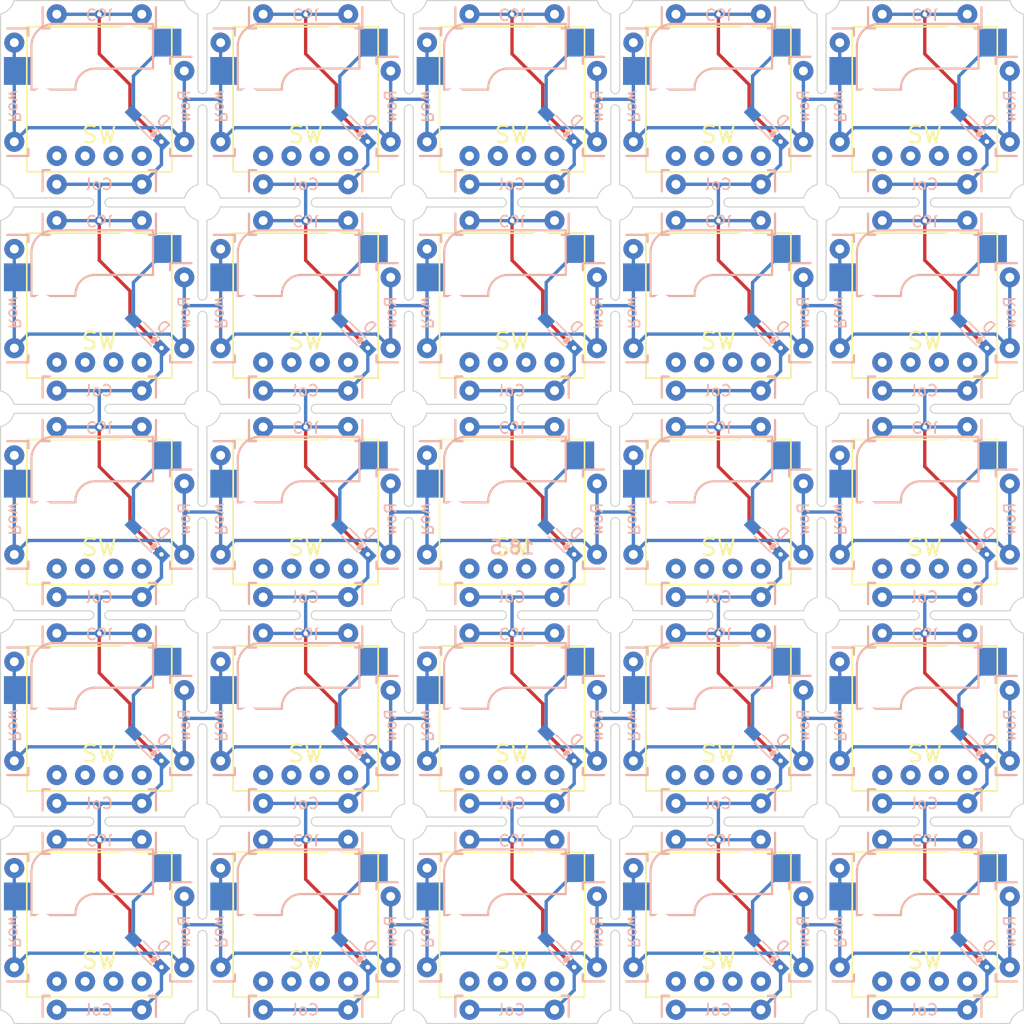
<source format=kicad_pcb>
(kicad_pcb (version 20171130) (host pcbnew "(5.1.0)-1")
  (title_block (title Cherry-Mx-Bitboard-Re-18.5mm) (date 2018-09-15) (rev 1))
  (layers (0 F.Cu signal) (31 B.Cu signal) (34 B.Paste user) (35 F.Paste user) (36 B.SilkS user) (37 F.SilkS user) (38 B.Mask user) (39 F.Mask user) (44 Edge.Cuts user))
  (net 0 "")
  (net 1 "Net-(D1-Pad2)")
  (net 2 "Net-(D2-Pad2)")
  (net 3 "Net-(D3-Pad2)")
  (net 4 "Net-(D4-Pad2)")
  (net 5 "Net-(D5-Pad2)")
  (net 6 "Net-(D6-Pad2)")
  (net 7 "Net-(D7-Pad2)")
  (net 8 "Net-(D8-Pad2)")
  (net 9 "Net-(D9-Pad2)")
  (net 10 "Net-(D10-Pad2)")
  (net 11 "Net-(D11-Pad2)")
  (net 12 "Net-(D12-Pad2)")
  (net 13 "Net-(D13-Pad2)")
  (net 14 "Net-(D14-Pad2)")
  (net 15 "Net-(D15-Pad2)")
  (net 16 "Net-(D16-Pad2)")
  (net 17 "Net-(D17-Pad2)")
  (net 18 "Net-(D18-Pad2)")
  (net 19 "Net-(D19-Pad2)")
  (net 20 "Net-(D20-Pad2)")
  (net 21 "Net-(D21-Pad2)")
  (net 22 "Net-(D22-Pad2)")
  (net 23 "Net-(D23-Pad2)")
  (net 24 "Net-(D24-Pad2)")
  (net 25 "Net-(D25-Pad2)")
  (net 26 Col1)
  (net 27 Col2)
  (net 28 Col3)
  (net 29 Col4)
  (net 30 Col5)
  (net 31 Row1)
  (net 32 Row2)
  (net 33 Row3)
  (net 34 Row4)
  (net 35 Row5)
  (module Footprints:CherryMx_Socket (layer F.Cu) (at 89.5 52.5)
    (fp_text reference SW1 hide)
    (fp_text value SW_Push hide)
    (pad "" np_thru_hole circle (at 5.08 0) (size 2 2) (drill 2) (layers *.Cu *.Mask))
    (pad "" np_thru_hole circle (at 2.54 -5.08) (size 3 3) (drill 3) (layers *.Cu *.Mask))
    (pad "" np_thru_hole circle (at 0 0) (size 4 4) (drill 4) (layers *.Cu *.Mask))
    (pad "" np_thru_hole circle (at -3.81 -2.54) (size 3 3) (drill 3) (layers *.Cu *.Mask))
    (pad "" np_thru_hole circle (at -5.08 0) (size 2 2) (drill 2) (layers *.Cu *.Mask))
    (pad "" thru_hole circle (at -1.27 5.08) (size 1.8 1.8) (drill 0.8) (layers *.Cu *.Mask))
    (pad "" thru_hole circle (at 1.27 5.08) (size 1.8 1.8) (drill 0.8) (layers *.Cu *.Mask))
    (pad 2 smd rect (at 6.09 -5.08) (size 2.55 2.5) (layers B.Cu B.Paste B.Mask) (net 1 "Net-(D1-Pad2)"))
    (pad 1 smd rect (at -7.3175 -2.54) (size 2.465 2.5) (layers B.Cu B.Paste B.Mask) (net 31 Row1))
    (pad "" thru_hole circle (at 3.81 5.08) (size 1.8 1.8) (drill 0.8) (layers *.Cu *.Mask))
    (pad "" thru_hole circle (at -3.81 5.08) (size 1.8 1.8) (drill 0.8) (layers *.Cu *.Mask))
  )
  (module Footprints:CherryMx_Socket (layer F.Cu) (at 89.5 71)
    (fp_text reference SW2 hide)
    (fp_text value SW_Push hide)
    (pad "" np_thru_hole circle (at 5.08 0) (size 2 2) (drill 2) (layers *.Cu *.Mask))
    (pad "" np_thru_hole circle (at 2.54 -5.08) (size 3 3) (drill 3) (layers *.Cu *.Mask))
    (pad "" np_thru_hole circle (at 0 0) (size 4 4) (drill 4) (layers *.Cu *.Mask))
    (pad "" np_thru_hole circle (at -3.81 -2.54) (size 3 3) (drill 3) (layers *.Cu *.Mask))
    (pad "" np_thru_hole circle (at -5.08 0) (size 2 2) (drill 2) (layers *.Cu *.Mask))
    (pad "" thru_hole circle (at -1.27 5.08) (size 1.8 1.8) (drill 0.8) (layers *.Cu *.Mask))
    (pad "" thru_hole circle (at 1.27 5.08) (size 1.8 1.8) (drill 0.8) (layers *.Cu *.Mask))
    (pad 2 smd rect (at 6.09 -5.08) (size 2.55 2.5) (layers B.Cu B.Paste B.Mask) (net 2 "Net-(D2-Pad2)"))
    (pad 1 smd rect (at -7.3175 -2.54) (size 2.465 2.5) (layers B.Cu B.Paste B.Mask) (net 32 Row2))
    (pad "" thru_hole circle (at 3.81 5.08) (size 1.8 1.8) (drill 0.8) (layers *.Cu *.Mask))
    (pad "" thru_hole circle (at -3.81 5.08) (size 1.8 1.8) (drill 0.8) (layers *.Cu *.Mask))
  )
  (module Footprints:CherryMx_Socket (layer F.Cu) (at 89.5 89.5)
    (fp_text reference SW3 hide)
    (fp_text value SW_Push hide)
    (pad "" np_thru_hole circle (at 5.08 0) (size 2 2) (drill 2) (layers *.Cu *.Mask))
    (pad "" np_thru_hole circle (at 2.54 -5.08) (size 3 3) (drill 3) (layers *.Cu *.Mask))
    (pad "" np_thru_hole circle (at 0 0) (size 4 4) (drill 4) (layers *.Cu *.Mask))
    (pad "" np_thru_hole circle (at -3.81 -2.54) (size 3 3) (drill 3) (layers *.Cu *.Mask))
    (pad "" np_thru_hole circle (at -5.08 0) (size 2 2) (drill 2) (layers *.Cu *.Mask))
    (pad "" thru_hole circle (at -1.27 5.08) (size 1.8 1.8) (drill 0.8) (layers *.Cu *.Mask))
    (pad "" thru_hole circle (at 1.27 5.08) (size 1.8 1.8) (drill 0.8) (layers *.Cu *.Mask))
    (pad 2 smd rect (at 6.09 -5.08) (size 2.55 2.5) (layers B.Cu B.Paste B.Mask) (net 3 "Net-(D3-Pad2)"))
    (pad 1 smd rect (at -7.3175 -2.54) (size 2.465 2.5) (layers B.Cu B.Paste B.Mask) (net 33 Row3))
    (pad "" thru_hole circle (at 3.81 5.08) (size 1.8 1.8) (drill 0.8) (layers *.Cu *.Mask))
    (pad "" thru_hole circle (at -3.81 5.08) (size 1.8 1.8) (drill 0.8) (layers *.Cu *.Mask))
  )
  (module Footprints:CherryMx_Socket (layer F.Cu) (at 89.5 108)
    (fp_text reference SW4 hide)
    (fp_text value SW_Push hide)
    (pad "" np_thru_hole circle (at 5.08 0) (size 2 2) (drill 2) (layers *.Cu *.Mask))
    (pad "" np_thru_hole circle (at 2.54 -5.08) (size 3 3) (drill 3) (layers *.Cu *.Mask))
    (pad "" np_thru_hole circle (at 0 0) (size 4 4) (drill 4) (layers *.Cu *.Mask))
    (pad "" np_thru_hole circle (at -3.81 -2.54) (size 3 3) (drill 3) (layers *.Cu *.Mask))
    (pad "" np_thru_hole circle (at -5.08 0) (size 2 2) (drill 2) (layers *.Cu *.Mask))
    (pad "" thru_hole circle (at -1.27 5.08) (size 1.8 1.8) (drill 0.8) (layers *.Cu *.Mask))
    (pad "" thru_hole circle (at 1.27 5.08) (size 1.8 1.8) (drill 0.8) (layers *.Cu *.Mask))
    (pad 2 smd rect (at 6.09 -5.08) (size 2.55 2.5) (layers B.Cu B.Paste B.Mask) (net 4 "Net-(D4-Pad2)"))
    (pad 1 smd rect (at -7.3175 -2.54) (size 2.465 2.5) (layers B.Cu B.Paste B.Mask) (net 34 Row4))
    (pad "" thru_hole circle (at 3.81 5.08) (size 1.8 1.8) (drill 0.8) (layers *.Cu *.Mask))
    (pad "" thru_hole circle (at -3.81 5.08) (size 1.8 1.8) (drill 0.8) (layers *.Cu *.Mask))
  )
  (module Footprints:CherryMx_Socket (layer F.Cu) (at 89.5 126.5)
    (fp_text reference SW5 hide)
    (fp_text value SW_Push hide)
    (pad "" np_thru_hole circle (at 5.08 0) (size 2 2) (drill 2) (layers *.Cu *.Mask))
    (pad "" np_thru_hole circle (at 2.54 -5.08) (size 3 3) (drill 3) (layers *.Cu *.Mask))
    (pad "" np_thru_hole circle (at 0 0) (size 4 4) (drill 4) (layers *.Cu *.Mask))
    (pad "" np_thru_hole circle (at -3.81 -2.54) (size 3 3) (drill 3) (layers *.Cu *.Mask))
    (pad "" np_thru_hole circle (at -5.08 0) (size 2 2) (drill 2) (layers *.Cu *.Mask))
    (pad "" thru_hole circle (at -1.27 5.08) (size 1.8 1.8) (drill 0.8) (layers *.Cu *.Mask))
    (pad "" thru_hole circle (at 1.27 5.08) (size 1.8 1.8) (drill 0.8) (layers *.Cu *.Mask))
    (pad 2 smd rect (at 6.09 -5.08) (size 2.55 2.5) (layers B.Cu B.Paste B.Mask) (net 5 "Net-(D5-Pad2)"))
    (pad 1 smd rect (at -7.3175 -2.54) (size 2.465 2.5) (layers B.Cu B.Paste B.Mask) (net 35 Row5))
    (pad "" thru_hole circle (at 3.81 5.08) (size 1.8 1.8) (drill 0.8) (layers *.Cu *.Mask))
    (pad "" thru_hole circle (at -3.81 5.08) (size 1.8 1.8) (drill 0.8) (layers *.Cu *.Mask))
  )
  (module Footprints:CherryMx_Socket (layer F.Cu) (at 108 52.5)
    (fp_text reference SW6 hide)
    (fp_text value SW_Push hide)
    (pad "" np_thru_hole circle (at 5.08 0) (size 2 2) (drill 2) (layers *.Cu *.Mask))
    (pad "" np_thru_hole circle (at 2.54 -5.08) (size 3 3) (drill 3) (layers *.Cu *.Mask))
    (pad "" np_thru_hole circle (at 0 0) (size 4 4) (drill 4) (layers *.Cu *.Mask))
    (pad "" np_thru_hole circle (at -3.81 -2.54) (size 3 3) (drill 3) (layers *.Cu *.Mask))
    (pad "" np_thru_hole circle (at -5.08 0) (size 2 2) (drill 2) (layers *.Cu *.Mask))
    (pad "" thru_hole circle (at -1.27 5.08) (size 1.8 1.8) (drill 0.8) (layers *.Cu *.Mask))
    (pad "" thru_hole circle (at 1.27 5.08) (size 1.8 1.8) (drill 0.8) (layers *.Cu *.Mask))
    (pad 2 smd rect (at 6.09 -5.08) (size 2.55 2.5) (layers B.Cu B.Paste B.Mask) (net 6 "Net-(D6-Pad2)"))
    (pad 1 smd rect (at -7.3175 -2.54) (size 2.465 2.5) (layers B.Cu B.Paste B.Mask) (net 31 Row1))
    (pad "" thru_hole circle (at 3.81 5.08) (size 1.8 1.8) (drill 0.8) (layers *.Cu *.Mask))
    (pad "" thru_hole circle (at -3.81 5.08) (size 1.8 1.8) (drill 0.8) (layers *.Cu *.Mask))
  )
  (module Footprints:CherryMx_Socket (layer F.Cu) (at 108 71)
    (fp_text reference SW7 hide)
    (fp_text value SW_Push hide)
    (pad "" np_thru_hole circle (at 5.08 0) (size 2 2) (drill 2) (layers *.Cu *.Mask))
    (pad "" np_thru_hole circle (at 2.54 -5.08) (size 3 3) (drill 3) (layers *.Cu *.Mask))
    (pad "" np_thru_hole circle (at 0 0) (size 4 4) (drill 4) (layers *.Cu *.Mask))
    (pad "" np_thru_hole circle (at -3.81 -2.54) (size 3 3) (drill 3) (layers *.Cu *.Mask))
    (pad "" np_thru_hole circle (at -5.08 0) (size 2 2) (drill 2) (layers *.Cu *.Mask))
    (pad "" thru_hole circle (at -1.27 5.08) (size 1.8 1.8) (drill 0.8) (layers *.Cu *.Mask))
    (pad "" thru_hole circle (at 1.27 5.08) (size 1.8 1.8) (drill 0.8) (layers *.Cu *.Mask))
    (pad 2 smd rect (at 6.09 -5.08) (size 2.55 2.5) (layers B.Cu B.Paste B.Mask) (net 7 "Net-(D7-Pad2)"))
    (pad 1 smd rect (at -7.3175 -2.54) (size 2.465 2.5) (layers B.Cu B.Paste B.Mask) (net 32 Row2))
    (pad "" thru_hole circle (at 3.81 5.08) (size 1.8 1.8) (drill 0.8) (layers *.Cu *.Mask))
    (pad "" thru_hole circle (at -3.81 5.08) (size 1.8 1.8) (drill 0.8) (layers *.Cu *.Mask))
  )
  (module Footprints:CherryMx_Socket (layer F.Cu) (at 108 89.5)
    (fp_text reference SW8 hide)
    (fp_text value SW_Push hide)
    (pad "" np_thru_hole circle (at 5.08 0) (size 2 2) (drill 2) (layers *.Cu *.Mask))
    (pad "" np_thru_hole circle (at 2.54 -5.08) (size 3 3) (drill 3) (layers *.Cu *.Mask))
    (pad "" np_thru_hole circle (at 0 0) (size 4 4) (drill 4) (layers *.Cu *.Mask))
    (pad "" np_thru_hole circle (at -3.81 -2.54) (size 3 3) (drill 3) (layers *.Cu *.Mask))
    (pad "" np_thru_hole circle (at -5.08 0) (size 2 2) (drill 2) (layers *.Cu *.Mask))
    (pad "" thru_hole circle (at -1.27 5.08) (size 1.8 1.8) (drill 0.8) (layers *.Cu *.Mask))
    (pad "" thru_hole circle (at 1.27 5.08) (size 1.8 1.8) (drill 0.8) (layers *.Cu *.Mask))
    (pad 2 smd rect (at 6.09 -5.08) (size 2.55 2.5) (layers B.Cu B.Paste B.Mask) (net 8 "Net-(D8-Pad2)"))
    (pad 1 smd rect (at -7.3175 -2.54) (size 2.465 2.5) (layers B.Cu B.Paste B.Mask) (net 33 Row3))
    (pad "" thru_hole circle (at 3.81 5.08) (size 1.8 1.8) (drill 0.8) (layers *.Cu *.Mask))
    (pad "" thru_hole circle (at -3.81 5.08) (size 1.8 1.8) (drill 0.8) (layers *.Cu *.Mask))
  )
  (module Footprints:CherryMx_Socket (layer F.Cu) (at 108 108)
    (fp_text reference SW9 hide)
    (fp_text value SW_Push hide)
    (pad "" np_thru_hole circle (at 5.08 0) (size 2 2) (drill 2) (layers *.Cu *.Mask))
    (pad "" np_thru_hole circle (at 2.54 -5.08) (size 3 3) (drill 3) (layers *.Cu *.Mask))
    (pad "" np_thru_hole circle (at 0 0) (size 4 4) (drill 4) (layers *.Cu *.Mask))
    (pad "" np_thru_hole circle (at -3.81 -2.54) (size 3 3) (drill 3) (layers *.Cu *.Mask))
    (pad "" np_thru_hole circle (at -5.08 0) (size 2 2) (drill 2) (layers *.Cu *.Mask))
    (pad "" thru_hole circle (at -1.27 5.08) (size 1.8 1.8) (drill 0.8) (layers *.Cu *.Mask))
    (pad "" thru_hole circle (at 1.27 5.08) (size 1.8 1.8) (drill 0.8) (layers *.Cu *.Mask))
    (pad 2 smd rect (at 6.09 -5.08) (size 2.55 2.5) (layers B.Cu B.Paste B.Mask) (net 9 "Net-(D9-Pad2)"))
    (pad 1 smd rect (at -7.3175 -2.54) (size 2.465 2.5) (layers B.Cu B.Paste B.Mask) (net 34 Row4))
    (pad "" thru_hole circle (at 3.81 5.08) (size 1.8 1.8) (drill 0.8) (layers *.Cu *.Mask))
    (pad "" thru_hole circle (at -3.81 5.08) (size 1.8 1.8) (drill 0.8) (layers *.Cu *.Mask))
  )
  (module Footprints:CherryMx_Socket (layer F.Cu) (at 108 126.5)
    (fp_text reference SW10 hide)
    (fp_text value SW_Push hide)
    (pad "" np_thru_hole circle (at 5.08 0) (size 2 2) (drill 2) (layers *.Cu *.Mask))
    (pad "" np_thru_hole circle (at 2.54 -5.08) (size 3 3) (drill 3) (layers *.Cu *.Mask))
    (pad "" np_thru_hole circle (at 0 0) (size 4 4) (drill 4) (layers *.Cu *.Mask))
    (pad "" np_thru_hole circle (at -3.81 -2.54) (size 3 3) (drill 3) (layers *.Cu *.Mask))
    (pad "" np_thru_hole circle (at -5.08 0) (size 2 2) (drill 2) (layers *.Cu *.Mask))
    (pad "" thru_hole circle (at -1.27 5.08) (size 1.8 1.8) (drill 0.8) (layers *.Cu *.Mask))
    (pad "" thru_hole circle (at 1.27 5.08) (size 1.8 1.8) (drill 0.8) (layers *.Cu *.Mask))
    (pad 2 smd rect (at 6.09 -5.08) (size 2.55 2.5) (layers B.Cu B.Paste B.Mask) (net 10 "Net-(D10-Pad2)"))
    (pad 1 smd rect (at -7.3175 -2.54) (size 2.465 2.5) (layers B.Cu B.Paste B.Mask) (net 35 Row5))
    (pad "" thru_hole circle (at 3.81 5.08) (size 1.8 1.8) (drill 0.8) (layers *.Cu *.Mask))
    (pad "" thru_hole circle (at -3.81 5.08) (size 1.8 1.8) (drill 0.8) (layers *.Cu *.Mask))
  )
  (module Footprints:CherryMx_Socket (layer F.Cu) (at 126.5 52.5)
    (fp_text reference SW11 hide)
    (fp_text value SW_Push hide)
    (pad "" np_thru_hole circle (at 5.08 0) (size 2 2) (drill 2) (layers *.Cu *.Mask))
    (pad "" np_thru_hole circle (at 2.54 -5.08) (size 3 3) (drill 3) (layers *.Cu *.Mask))
    (pad "" np_thru_hole circle (at 0 0) (size 4 4) (drill 4) (layers *.Cu *.Mask))
    (pad "" np_thru_hole circle (at -3.81 -2.54) (size 3 3) (drill 3) (layers *.Cu *.Mask))
    (pad "" np_thru_hole circle (at -5.08 0) (size 2 2) (drill 2) (layers *.Cu *.Mask))
    (pad "" thru_hole circle (at -1.27 5.08) (size 1.8 1.8) (drill 0.8) (layers *.Cu *.Mask))
    (pad "" thru_hole circle (at 1.27 5.08) (size 1.8 1.8) (drill 0.8) (layers *.Cu *.Mask))
    (pad 2 smd rect (at 6.09 -5.08) (size 2.55 2.5) (layers B.Cu B.Paste B.Mask) (net 11 "Net-(D11-Pad2)"))
    (pad 1 smd rect (at -7.3175 -2.54) (size 2.465 2.5) (layers B.Cu B.Paste B.Mask) (net 31 Row1))
    (pad "" thru_hole circle (at 3.81 5.08) (size 1.8 1.8) (drill 0.8) (layers *.Cu *.Mask))
    (pad "" thru_hole circle (at -3.81 5.08) (size 1.8 1.8) (drill 0.8) (layers *.Cu *.Mask))
  )
  (module Footprints:CherryMx_Socket (layer F.Cu) (at 126.5 71)
    (fp_text reference SW12 hide)
    (fp_text value SW_Push hide)
    (pad "" np_thru_hole circle (at 5.08 0) (size 2 2) (drill 2) (layers *.Cu *.Mask))
    (pad "" np_thru_hole circle (at 2.54 -5.08) (size 3 3) (drill 3) (layers *.Cu *.Mask))
    (pad "" np_thru_hole circle (at 0 0) (size 4 4) (drill 4) (layers *.Cu *.Mask))
    (pad "" np_thru_hole circle (at -3.81 -2.54) (size 3 3) (drill 3) (layers *.Cu *.Mask))
    (pad "" np_thru_hole circle (at -5.08 0) (size 2 2) (drill 2) (layers *.Cu *.Mask))
    (pad "" thru_hole circle (at -1.27 5.08) (size 1.8 1.8) (drill 0.8) (layers *.Cu *.Mask))
    (pad "" thru_hole circle (at 1.27 5.08) (size 1.8 1.8) (drill 0.8) (layers *.Cu *.Mask))
    (pad 2 smd rect (at 6.09 -5.08) (size 2.55 2.5) (layers B.Cu B.Paste B.Mask) (net 12 "Net-(D12-Pad2)"))
    (pad 1 smd rect (at -7.3175 -2.54) (size 2.465 2.5) (layers B.Cu B.Paste B.Mask) (net 32 Row2))
    (pad "" thru_hole circle (at 3.81 5.08) (size 1.8 1.8) (drill 0.8) (layers *.Cu *.Mask))
    (pad "" thru_hole circle (at -3.81 5.08) (size 1.8 1.8) (drill 0.8) (layers *.Cu *.Mask))
  )
  (module Footprints:CherryMx_Socket (layer F.Cu) (at 126.5 89.5)
    (fp_text reference SW13 hide)
    (fp_text value SW_Push hide)
    (pad "" np_thru_hole circle (at 5.08 0) (size 2 2) (drill 2) (layers *.Cu *.Mask))
    (pad "" np_thru_hole circle (at 2.54 -5.08) (size 3 3) (drill 3) (layers *.Cu *.Mask))
    (pad "" np_thru_hole circle (at 0 0) (size 4 4) (drill 4) (layers *.Cu *.Mask))
    (pad "" np_thru_hole circle (at -3.81 -2.54) (size 3 3) (drill 3) (layers *.Cu *.Mask))
    (pad "" np_thru_hole circle (at -5.08 0) (size 2 2) (drill 2) (layers *.Cu *.Mask))
    (pad "" thru_hole circle (at -1.27 5.08) (size 1.8 1.8) (drill 0.8) (layers *.Cu *.Mask))
    (pad "" thru_hole circle (at 1.27 5.08) (size 1.8 1.8) (drill 0.8) (layers *.Cu *.Mask))
    (pad 2 smd rect (at 6.09 -5.08) (size 2.55 2.5) (layers B.Cu B.Paste B.Mask) (net 13 "Net-(D13-Pad2)"))
    (pad 1 smd rect (at -7.3175 -2.54) (size 2.465 2.5) (layers B.Cu B.Paste B.Mask) (net 33 Row3))
    (pad "" thru_hole circle (at 3.81 5.08) (size 1.8 1.8) (drill 0.8) (layers *.Cu *.Mask))
    (pad "" thru_hole circle (at -3.81 5.08) (size 1.8 1.8) (drill 0.8) (layers *.Cu *.Mask))
  )
  (module Footprints:CherryMx_Socket (layer F.Cu) (at 126.5 108)
    (fp_text reference SW14 hide)
    (fp_text value SW_Push hide)
    (pad "" np_thru_hole circle (at 5.08 0) (size 2 2) (drill 2) (layers *.Cu *.Mask))
    (pad "" np_thru_hole circle (at 2.54 -5.08) (size 3 3) (drill 3) (layers *.Cu *.Mask))
    (pad "" np_thru_hole circle (at 0 0) (size 4 4) (drill 4) (layers *.Cu *.Mask))
    (pad "" np_thru_hole circle (at -3.81 -2.54) (size 3 3) (drill 3) (layers *.Cu *.Mask))
    (pad "" np_thru_hole circle (at -5.08 0) (size 2 2) (drill 2) (layers *.Cu *.Mask))
    (pad "" thru_hole circle (at -1.27 5.08) (size 1.8 1.8) (drill 0.8) (layers *.Cu *.Mask))
    (pad "" thru_hole circle (at 1.27 5.08) (size 1.8 1.8) (drill 0.8) (layers *.Cu *.Mask))
    (pad 2 smd rect (at 6.09 -5.08) (size 2.55 2.5) (layers B.Cu B.Paste B.Mask) (net 14 "Net-(D14-Pad2)"))
    (pad 1 smd rect (at -7.3175 -2.54) (size 2.465 2.5) (layers B.Cu B.Paste B.Mask) (net 34 Row4))
    (pad "" thru_hole circle (at 3.81 5.08) (size 1.8 1.8) (drill 0.8) (layers *.Cu *.Mask))
    (pad "" thru_hole circle (at -3.81 5.08) (size 1.8 1.8) (drill 0.8) (layers *.Cu *.Mask))
  )
  (module Footprints:CherryMx_Socket (layer F.Cu) (at 126.5 126.5)
    (fp_text reference SW15 hide)
    (fp_text value SW_Push hide)
    (pad "" np_thru_hole circle (at 5.08 0) (size 2 2) (drill 2) (layers *.Cu *.Mask))
    (pad "" np_thru_hole circle (at 2.54 -5.08) (size 3 3) (drill 3) (layers *.Cu *.Mask))
    (pad "" np_thru_hole circle (at 0 0) (size 4 4) (drill 4) (layers *.Cu *.Mask))
    (pad "" np_thru_hole circle (at -3.81 -2.54) (size 3 3) (drill 3) (layers *.Cu *.Mask))
    (pad "" np_thru_hole circle (at -5.08 0) (size 2 2) (drill 2) (layers *.Cu *.Mask))
    (pad "" thru_hole circle (at -1.27 5.08) (size 1.8 1.8) (drill 0.8) (layers *.Cu *.Mask))
    (pad "" thru_hole circle (at 1.27 5.08) (size 1.8 1.8) (drill 0.8) (layers *.Cu *.Mask))
    (pad 2 smd rect (at 6.09 -5.08) (size 2.55 2.5) (layers B.Cu B.Paste B.Mask) (net 15 "Net-(D15-Pad2)"))
    (pad 1 smd rect (at -7.3175 -2.54) (size 2.465 2.5) (layers B.Cu B.Paste B.Mask) (net 35 Row5))
    (pad "" thru_hole circle (at 3.81 5.08) (size 1.8 1.8) (drill 0.8) (layers *.Cu *.Mask))
    (pad "" thru_hole circle (at -3.81 5.08) (size 1.8 1.8) (drill 0.8) (layers *.Cu *.Mask))
  )
  (module Footprints:CherryMx_Socket (layer F.Cu) (at 145 52.5)
    (fp_text reference SW16 hide)
    (fp_text value SW_Push hide)
    (pad "" np_thru_hole circle (at 5.08 0) (size 2 2) (drill 2) (layers *.Cu *.Mask))
    (pad "" np_thru_hole circle (at 2.54 -5.08) (size 3 3) (drill 3) (layers *.Cu *.Mask))
    (pad "" np_thru_hole circle (at 0 0) (size 4 4) (drill 4) (layers *.Cu *.Mask))
    (pad "" np_thru_hole circle (at -3.81 -2.54) (size 3 3) (drill 3) (layers *.Cu *.Mask))
    (pad "" np_thru_hole circle (at -5.08 0) (size 2 2) (drill 2) (layers *.Cu *.Mask))
    (pad "" thru_hole circle (at -1.27 5.08) (size 1.8 1.8) (drill 0.8) (layers *.Cu *.Mask))
    (pad "" thru_hole circle (at 1.27 5.08) (size 1.8 1.8) (drill 0.8) (layers *.Cu *.Mask))
    (pad 2 smd rect (at 6.09 -5.08) (size 2.55 2.5) (layers B.Cu B.Paste B.Mask) (net 16 "Net-(D16-Pad2)"))
    (pad 1 smd rect (at -7.3175 -2.54) (size 2.465 2.5) (layers B.Cu B.Paste B.Mask) (net 31 Row1))
    (pad "" thru_hole circle (at 3.81 5.08) (size 1.8 1.8) (drill 0.8) (layers *.Cu *.Mask))
    (pad "" thru_hole circle (at -3.81 5.08) (size 1.8 1.8) (drill 0.8) (layers *.Cu *.Mask))
  )
  (module Footprints:CherryMx_Socket (layer F.Cu) (at 145 71)
    (fp_text reference SW17 hide)
    (fp_text value SW_Push hide)
    (pad "" np_thru_hole circle (at 5.08 0) (size 2 2) (drill 2) (layers *.Cu *.Mask))
    (pad "" np_thru_hole circle (at 2.54 -5.08) (size 3 3) (drill 3) (layers *.Cu *.Mask))
    (pad "" np_thru_hole circle (at 0 0) (size 4 4) (drill 4) (layers *.Cu *.Mask))
    (pad "" np_thru_hole circle (at -3.81 -2.54) (size 3 3) (drill 3) (layers *.Cu *.Mask))
    (pad "" np_thru_hole circle (at -5.08 0) (size 2 2) (drill 2) (layers *.Cu *.Mask))
    (pad "" thru_hole circle (at -1.27 5.08) (size 1.8 1.8) (drill 0.8) (layers *.Cu *.Mask))
    (pad "" thru_hole circle (at 1.27 5.08) (size 1.8 1.8) (drill 0.8) (layers *.Cu *.Mask))
    (pad 2 smd rect (at 6.09 -5.08) (size 2.55 2.5) (layers B.Cu B.Paste B.Mask) (net 17 "Net-(D17-Pad2)"))
    (pad 1 smd rect (at -7.3175 -2.54) (size 2.465 2.5) (layers B.Cu B.Paste B.Mask) (net 32 Row2))
    (pad "" thru_hole circle (at 3.81 5.08) (size 1.8 1.8) (drill 0.8) (layers *.Cu *.Mask))
    (pad "" thru_hole circle (at -3.81 5.08) (size 1.8 1.8) (drill 0.8) (layers *.Cu *.Mask))
  )
  (module Footprints:CherryMx_Socket (layer F.Cu) (at 145 89.5)
    (fp_text reference SW18 hide)
    (fp_text value SW_Push hide)
    (pad "" np_thru_hole circle (at 5.08 0) (size 2 2) (drill 2) (layers *.Cu *.Mask))
    (pad "" np_thru_hole circle (at 2.54 -5.08) (size 3 3) (drill 3) (layers *.Cu *.Mask))
    (pad "" np_thru_hole circle (at 0 0) (size 4 4) (drill 4) (layers *.Cu *.Mask))
    (pad "" np_thru_hole circle (at -3.81 -2.54) (size 3 3) (drill 3) (layers *.Cu *.Mask))
    (pad "" np_thru_hole circle (at -5.08 0) (size 2 2) (drill 2) (layers *.Cu *.Mask))
    (pad "" thru_hole circle (at -1.27 5.08) (size 1.8 1.8) (drill 0.8) (layers *.Cu *.Mask))
    (pad "" thru_hole circle (at 1.27 5.08) (size 1.8 1.8) (drill 0.8) (layers *.Cu *.Mask))
    (pad 2 smd rect (at 6.09 -5.08) (size 2.55 2.5) (layers B.Cu B.Paste B.Mask) (net 18 "Net-(D18-Pad2)"))
    (pad 1 smd rect (at -7.3175 -2.54) (size 2.465 2.5) (layers B.Cu B.Paste B.Mask) (net 33 Row3))
    (pad "" thru_hole circle (at 3.81 5.08) (size 1.8 1.8) (drill 0.8) (layers *.Cu *.Mask))
    (pad "" thru_hole circle (at -3.81 5.08) (size 1.8 1.8) (drill 0.8) (layers *.Cu *.Mask))
  )
  (module Footprints:CherryMx_Socket (layer F.Cu) (at 145 108)
    (fp_text reference SW19 hide)
    (fp_text value SW_Push hide)
    (pad "" np_thru_hole circle (at 5.08 0) (size 2 2) (drill 2) (layers *.Cu *.Mask))
    (pad "" np_thru_hole circle (at 2.54 -5.08) (size 3 3) (drill 3) (layers *.Cu *.Mask))
    (pad "" np_thru_hole circle (at 0 0) (size 4 4) (drill 4) (layers *.Cu *.Mask))
    (pad "" np_thru_hole circle (at -3.81 -2.54) (size 3 3) (drill 3) (layers *.Cu *.Mask))
    (pad "" np_thru_hole circle (at -5.08 0) (size 2 2) (drill 2) (layers *.Cu *.Mask))
    (pad "" thru_hole circle (at -1.27 5.08) (size 1.8 1.8) (drill 0.8) (layers *.Cu *.Mask))
    (pad "" thru_hole circle (at 1.27 5.08) (size 1.8 1.8) (drill 0.8) (layers *.Cu *.Mask))
    (pad 2 smd rect (at 6.09 -5.08) (size 2.55 2.5) (layers B.Cu B.Paste B.Mask) (net 19 "Net-(D19-Pad2)"))
    (pad 1 smd rect (at -7.3175 -2.54) (size 2.465 2.5) (layers B.Cu B.Paste B.Mask) (net 34 Row4))
    (pad "" thru_hole circle (at 3.81 5.08) (size 1.8 1.8) (drill 0.8) (layers *.Cu *.Mask))
    (pad "" thru_hole circle (at -3.81 5.08) (size 1.8 1.8) (drill 0.8) (layers *.Cu *.Mask))
  )
  (module Footprints:CherryMx_Socket (layer F.Cu) (at 145 126.5)
    (fp_text reference SW20 hide)
    (fp_text value SW_Push hide)
    (pad "" np_thru_hole circle (at 5.08 0) (size 2 2) (drill 2) (layers *.Cu *.Mask))
    (pad "" np_thru_hole circle (at 2.54 -5.08) (size 3 3) (drill 3) (layers *.Cu *.Mask))
    (pad "" np_thru_hole circle (at 0 0) (size 4 4) (drill 4) (layers *.Cu *.Mask))
    (pad "" np_thru_hole circle (at -3.81 -2.54) (size 3 3) (drill 3) (layers *.Cu *.Mask))
    (pad "" np_thru_hole circle (at -5.08 0) (size 2 2) (drill 2) (layers *.Cu *.Mask))
    (pad "" thru_hole circle (at -1.27 5.08) (size 1.8 1.8) (drill 0.8) (layers *.Cu *.Mask))
    (pad "" thru_hole circle (at 1.27 5.08) (size 1.8 1.8) (drill 0.8) (layers *.Cu *.Mask))
    (pad 2 smd rect (at 6.09 -5.08) (size 2.55 2.5) (layers B.Cu B.Paste B.Mask) (net 20 "Net-(D20-Pad2)"))
    (pad 1 smd rect (at -7.3175 -2.54) (size 2.465 2.5) (layers B.Cu B.Paste B.Mask) (net 35 Row5))
    (pad "" thru_hole circle (at 3.81 5.08) (size 1.8 1.8) (drill 0.8) (layers *.Cu *.Mask))
    (pad "" thru_hole circle (at -3.81 5.08) (size 1.8 1.8) (drill 0.8) (layers *.Cu *.Mask))
  )
  (module Footprints:CherryMx_Socket (layer F.Cu) (at 163.5 52.5)
    (fp_text reference SW21 hide)
    (fp_text value SW_Push hide)
    (pad "" np_thru_hole circle (at 5.08 0) (size 2 2) (drill 2) (layers *.Cu *.Mask))
    (pad "" np_thru_hole circle (at 2.54 -5.08) (size 3 3) (drill 3) (layers *.Cu *.Mask))
    (pad "" np_thru_hole circle (at 0 0) (size 4 4) (drill 4) (layers *.Cu *.Mask))
    (pad "" np_thru_hole circle (at -3.81 -2.54) (size 3 3) (drill 3) (layers *.Cu *.Mask))
    (pad "" np_thru_hole circle (at -5.08 0) (size 2 2) (drill 2) (layers *.Cu *.Mask))
    (pad "" thru_hole circle (at -1.27 5.08) (size 1.8 1.8) (drill 0.8) (layers *.Cu *.Mask))
    (pad "" thru_hole circle (at 1.27 5.08) (size 1.8 1.8) (drill 0.8) (layers *.Cu *.Mask))
    (pad 2 smd rect (at 6.09 -5.08) (size 2.55 2.5) (layers B.Cu B.Paste B.Mask) (net 21 "Net-(D21-Pad2)"))
    (pad 1 smd rect (at -7.3175 -2.54) (size 2.465 2.5) (layers B.Cu B.Paste B.Mask) (net 31 Row1))
    (pad "" thru_hole circle (at 3.81 5.08) (size 1.8 1.8) (drill 0.8) (layers *.Cu *.Mask))
    (pad "" thru_hole circle (at -3.81 5.08) (size 1.8 1.8) (drill 0.8) (layers *.Cu *.Mask))
  )
  (module Footprints:CherryMx_Socket (layer F.Cu) (at 163.5 71)
    (fp_text reference SW22 hide)
    (fp_text value SW_Push hide)
    (pad "" np_thru_hole circle (at 5.08 0) (size 2 2) (drill 2) (layers *.Cu *.Mask))
    (pad "" np_thru_hole circle (at 2.54 -5.08) (size 3 3) (drill 3) (layers *.Cu *.Mask))
    (pad "" np_thru_hole circle (at 0 0) (size 4 4) (drill 4) (layers *.Cu *.Mask))
    (pad "" np_thru_hole circle (at -3.81 -2.54) (size 3 3) (drill 3) (layers *.Cu *.Mask))
    (pad "" np_thru_hole circle (at -5.08 0) (size 2 2) (drill 2) (layers *.Cu *.Mask))
    (pad "" thru_hole circle (at -1.27 5.08) (size 1.8 1.8) (drill 0.8) (layers *.Cu *.Mask))
    (pad "" thru_hole circle (at 1.27 5.08) (size 1.8 1.8) (drill 0.8) (layers *.Cu *.Mask))
    (pad 2 smd rect (at 6.09 -5.08) (size 2.55 2.5) (layers B.Cu B.Paste B.Mask) (net 22 "Net-(D22-Pad2)"))
    (pad 1 smd rect (at -7.3175 -2.54) (size 2.465 2.5) (layers B.Cu B.Paste B.Mask) (net 32 Row2))
    (pad "" thru_hole circle (at 3.81 5.08) (size 1.8 1.8) (drill 0.8) (layers *.Cu *.Mask))
    (pad "" thru_hole circle (at -3.81 5.08) (size 1.8 1.8) (drill 0.8) (layers *.Cu *.Mask))
  )
  (module Footprints:CherryMx_Socket (layer F.Cu) (at 163.5 89.5)
    (fp_text reference SW23 hide)
    (fp_text value SW_Push hide)
    (pad "" np_thru_hole circle (at 5.08 0) (size 2 2) (drill 2) (layers *.Cu *.Mask))
    (pad "" np_thru_hole circle (at 2.54 -5.08) (size 3 3) (drill 3) (layers *.Cu *.Mask))
    (pad "" np_thru_hole circle (at 0 0) (size 4 4) (drill 4) (layers *.Cu *.Mask))
    (pad "" np_thru_hole circle (at -3.81 -2.54) (size 3 3) (drill 3) (layers *.Cu *.Mask))
    (pad "" np_thru_hole circle (at -5.08 0) (size 2 2) (drill 2) (layers *.Cu *.Mask))
    (pad "" thru_hole circle (at -1.27 5.08) (size 1.8 1.8) (drill 0.8) (layers *.Cu *.Mask))
    (pad "" thru_hole circle (at 1.27 5.08) (size 1.8 1.8) (drill 0.8) (layers *.Cu *.Mask))
    (pad 2 smd rect (at 6.09 -5.08) (size 2.55 2.5) (layers B.Cu B.Paste B.Mask) (net 23 "Net-(D23-Pad2)"))
    (pad 1 smd rect (at -7.3175 -2.54) (size 2.465 2.5) (layers B.Cu B.Paste B.Mask) (net 33 Row3))
    (pad "" thru_hole circle (at 3.81 5.08) (size 1.8 1.8) (drill 0.8) (layers *.Cu *.Mask))
    (pad "" thru_hole circle (at -3.81 5.08) (size 1.8 1.8) (drill 0.8) (layers *.Cu *.Mask))
  )
  (module Footprints:CherryMx_Socket (layer F.Cu) (at 163.5 108)
    (fp_text reference SW24 hide)
    (fp_text value SW_Push hide)
    (pad "" np_thru_hole circle (at 5.08 0) (size 2 2) (drill 2) (layers *.Cu *.Mask))
    (pad "" np_thru_hole circle (at 2.54 -5.08) (size 3 3) (drill 3) (layers *.Cu *.Mask))
    (pad "" np_thru_hole circle (at 0 0) (size 4 4) (drill 4) (layers *.Cu *.Mask))
    (pad "" np_thru_hole circle (at -3.81 -2.54) (size 3 3) (drill 3) (layers *.Cu *.Mask))
    (pad "" np_thru_hole circle (at -5.08 0) (size 2 2) (drill 2) (layers *.Cu *.Mask))
    (pad "" thru_hole circle (at -1.27 5.08) (size 1.8 1.8) (drill 0.8) (layers *.Cu *.Mask))
    (pad "" thru_hole circle (at 1.27 5.08) (size 1.8 1.8) (drill 0.8) (layers *.Cu *.Mask))
    (pad 2 smd rect (at 6.09 -5.08) (size 2.55 2.5) (layers B.Cu B.Paste B.Mask) (net 24 "Net-(D24-Pad2)"))
    (pad 1 smd rect (at -7.3175 -2.54) (size 2.465 2.5) (layers B.Cu B.Paste B.Mask) (net 34 Row4))
    (pad "" thru_hole circle (at 3.81 5.08) (size 1.8 1.8) (drill 0.8) (layers *.Cu *.Mask))
    (pad "" thru_hole circle (at -3.81 5.08) (size 1.8 1.8) (drill 0.8) (layers *.Cu *.Mask))
  )
  (module Footprints:CherryMx_Socket (layer F.Cu) (at 163.5 126.5)
    (fp_text reference SW25 hide)
    (fp_text value SW_Push hide)
    (pad "" np_thru_hole circle (at 5.08 0) (size 2 2) (drill 2) (layers *.Cu *.Mask))
    (pad "" np_thru_hole circle (at 2.54 -5.08) (size 3 3) (drill 3) (layers *.Cu *.Mask))
    (pad "" np_thru_hole circle (at 0 0) (size 4 4) (drill 4) (layers *.Cu *.Mask))
    (pad "" np_thru_hole circle (at -3.81 -2.54) (size 3 3) (drill 3) (layers *.Cu *.Mask))
    (pad "" np_thru_hole circle (at -5.08 0) (size 2 2) (drill 2) (layers *.Cu *.Mask))
    (pad "" thru_hole circle (at -1.27 5.08) (size 1.8 1.8) (drill 0.8) (layers *.Cu *.Mask))
    (pad "" thru_hole circle (at 1.27 5.08) (size 1.8 1.8) (drill 0.8) (layers *.Cu *.Mask))
    (pad 2 smd rect (at 6.09 -5.08) (size 2.55 2.5) (layers B.Cu B.Paste B.Mask) (net 25 "Net-(D25-Pad2)"))
    (pad 1 smd rect (at -7.3175 -2.54) (size 2.465 2.5) (layers B.Cu B.Paste B.Mask) (net 35 Row5))
    (pad "" thru_hole circle (at 3.81 5.08) (size 1.8 1.8) (drill 0.8) (layers *.Cu *.Mask))
    (pad "" thru_hole circle (at -3.81 5.08) (size 1.8 1.8) (drill 0.8) (layers *.Cu *.Mask))
  )
  (module Footprints:Wirepad (layer B.Cu) (at 85.69 44.88)
    (fp_text reference Col111 hide)
    (fp_text value Conn_01x01 hide)
    (pad 1 thru_hole circle (at 0 0) (size 1.8 1.8) (drill 0.8) (layers B.Cu B.Mask) (net 26 Col1))
  )
  (module Footprints:Wirepad (layer B.Cu) (at 93.31 44.88)
    (fp_text reference Col112 hide)
    (fp_text value Conn_01x01 hide)
    (pad 1 thru_hole circle (at 0 0) (size 1.8 1.8) (drill 0.8) (layers B.Cu B.Mask) (net 26 Col1))
  )
  (module Footprints:Wirepad (layer B.Cu) (at 85.69 60.12)
    (fp_text reference Col113 hide)
    (fp_text value Conn_01x01 hide)
    (pad 1 thru_hole circle (at 0 0) (size 1.8 1.8) (drill 0.8) (layers B.Cu B.Mask) (net 26 Col1))
  )
  (module Footprints:Wirepad (layer B.Cu) (at 93.31 60.12)
    (fp_text reference Col114 hide)
    (fp_text value Conn_01x01 hide)
    (pad 1 thru_hole circle (at 0 0) (size 1.8 1.8) (drill 0.8) (layers B.Cu B.Mask) (net 26 Col1))
  )
  (module Footprints:Wirepad (layer B.Cu) (at 85.69 63.38)
    (fp_text reference Col121 hide)
    (fp_text value Conn_01x01 hide)
    (pad 1 thru_hole circle (at 0 0) (size 1.8 1.8) (drill 0.8) (layers B.Cu B.Mask) (net 26 Col1))
  )
  (module Footprints:Wirepad (layer B.Cu) (at 93.31 63.38)
    (fp_text reference Col122 hide)
    (fp_text value Conn_01x01 hide)
    (pad 1 thru_hole circle (at 0 0) (size 1.8 1.8) (drill 0.8) (layers B.Cu B.Mask) (net 26 Col1))
  )
  (module Footprints:Wirepad (layer B.Cu) (at 85.69 78.62)
    (fp_text reference Col123 hide)
    (fp_text value Conn_01x01 hide)
    (pad 1 thru_hole circle (at 0 0) (size 1.8 1.8) (drill 0.8) (layers B.Cu B.Mask) (net 26 Col1))
  )
  (module Footprints:Wirepad (layer B.Cu) (at 93.31 78.62)
    (fp_text reference Col124 hide)
    (fp_text value Conn_01x01 hide)
    (pad 1 thru_hole circle (at 0 0) (size 1.8 1.8) (drill 0.8) (layers B.Cu B.Mask) (net 26 Col1))
  )
  (module Footprints:Wirepad (layer B.Cu) (at 85.69 81.88)
    (fp_text reference Col131 hide)
    (fp_text value Conn_01x01 hide)
    (pad 1 thru_hole circle (at 0 0) (size 1.8 1.8) (drill 0.8) (layers B.Cu B.Mask) (net 26 Col1))
  )
  (module Footprints:Wirepad (layer B.Cu) (at 93.31 81.88)
    (fp_text reference Col132 hide)
    (fp_text value Conn_01x01 hide)
    (pad 1 thru_hole circle (at 0 0) (size 1.8 1.8) (drill 0.8) (layers B.Cu B.Mask) (net 26 Col1))
  )
  (module Footprints:Wirepad (layer B.Cu) (at 85.69 97.12)
    (fp_text reference Col133 hide)
    (fp_text value Conn_01x01 hide)
    (pad 1 thru_hole circle (at 0 0) (size 1.8 1.8) (drill 0.8) (layers B.Cu B.Mask) (net 26 Col1))
  )
  (module Footprints:Wirepad (layer B.Cu) (at 93.31 97.12)
    (fp_text reference Col134 hide)
    (fp_text value Conn_01x01 hide)
    (pad 1 thru_hole circle (at 0 0) (size 1.8 1.8) (drill 0.8) (layers B.Cu B.Mask) (net 26 Col1))
  )
  (module Footprints:Wirepad (layer B.Cu) (at 85.69 100.38)
    (fp_text reference Col141 hide)
    (fp_text value Conn_01x01 hide)
    (pad 1 thru_hole circle (at 0 0) (size 1.8 1.8) (drill 0.8) (layers B.Cu B.Mask) (net 26 Col1))
  )
  (module Footprints:Wirepad (layer B.Cu) (at 93.31 100.38)
    (fp_text reference Col142 hide)
    (fp_text value Conn_01x01 hide)
    (pad 1 thru_hole circle (at 0 0) (size 1.8 1.8) (drill 0.8) (layers B.Cu B.Mask) (net 26 Col1))
  )
  (module Footprints:Wirepad (layer B.Cu) (at 85.69 115.62)
    (fp_text reference Col143 hide)
    (fp_text value Conn_01x01 hide)
    (pad 1 thru_hole circle (at 0 0) (size 1.8 1.8) (drill 0.8) (layers B.Cu B.Mask) (net 26 Col1))
  )
  (module Footprints:Wirepad (layer B.Cu) (at 93.31 115.62)
    (fp_text reference Col144 hide)
    (fp_text value Conn_01x01 hide)
    (pad 1 thru_hole circle (at 0 0) (size 1.8 1.8) (drill 0.8) (layers B.Cu B.Mask) (net 26 Col1))
  )
  (module Footprints:Wirepad (layer B.Cu) (at 85.69 118.88)
    (fp_text reference Col151 hide)
    (fp_text value Conn_01x01 hide)
    (pad 1 thru_hole circle (at 0 0) (size 1.8 1.8) (drill 0.8) (layers B.Cu B.Mask) (net 26 Col1))
  )
  (module Footprints:Wirepad (layer B.Cu) (at 93.31 118.88)
    (fp_text reference Col152 hide)
    (fp_text value Conn_01x01 hide)
    (pad 1 thru_hole circle (at 0 0) (size 1.8 1.8) (drill 0.8) (layers B.Cu B.Mask) (net 26 Col1))
  )
  (module Footprints:Wirepad (layer B.Cu) (at 85.69 134.12)
    (fp_text reference Col153 hide)
    (fp_text value Conn_01x01 hide)
    (pad 1 thru_hole circle (at 0 0) (size 1.8 1.8) (drill 0.8) (layers B.Cu B.Mask) (net 26 Col1))
  )
  (module Footprints:Wirepad (layer B.Cu) (at 93.31 134.12)
    (fp_text reference Col154 hide)
    (fp_text value Conn_01x01 hide)
    (pad 1 thru_hole circle (at 0 0) (size 1.8 1.8) (drill 0.8) (layers B.Cu B.Mask) (net 26 Col1))
  )
  (module Footprints:Wirepad (layer B.Cu) (at 104.19 44.88)
    (fp_text reference Col211 hide)
    (fp_text value Conn_01x01 hide)
    (pad 1 thru_hole circle (at 0 0) (size 1.8 1.8) (drill 0.8) (layers B.Cu B.Mask) (net 27 Col2))
  )
  (module Footprints:Wirepad (layer B.Cu) (at 111.81 44.88)
    (fp_text reference Col212 hide)
    (fp_text value Conn_01x01 hide)
    (pad 1 thru_hole circle (at 0 0) (size 1.8 1.8) (drill 0.8) (layers B.Cu B.Mask) (net 27 Col2))
  )
  (module Footprints:Wirepad (layer B.Cu) (at 104.19 60.12)
    (fp_text reference Col213 hide)
    (fp_text value Conn_01x01 hide)
    (pad 1 thru_hole circle (at 0 0) (size 1.8 1.8) (drill 0.8) (layers B.Cu B.Mask) (net 27 Col2))
  )
  (module Footprints:Wirepad (layer B.Cu) (at 111.81 60.12)
    (fp_text reference Col214 hide)
    (fp_text value Conn_01x01 hide)
    (pad 1 thru_hole circle (at 0 0) (size 1.8 1.8) (drill 0.8) (layers B.Cu B.Mask) (net 27 Col2))
  )
  (module Footprints:Wirepad (layer B.Cu) (at 104.19 63.38)
    (fp_text reference Col221 hide)
    (fp_text value Conn_01x01 hide)
    (pad 1 thru_hole circle (at 0 0) (size 1.8 1.8) (drill 0.8) (layers B.Cu B.Mask) (net 27 Col2))
  )
  (module Footprints:Wirepad (layer B.Cu) (at 111.81 63.38)
    (fp_text reference Col222 hide)
    (fp_text value Conn_01x01 hide)
    (pad 1 thru_hole circle (at 0 0) (size 1.8 1.8) (drill 0.8) (layers B.Cu B.Mask) (net 27 Col2))
  )
  (module Footprints:Wirepad (layer B.Cu) (at 104.19 78.62)
    (fp_text reference Col223 hide)
    (fp_text value Conn_01x01 hide)
    (pad 1 thru_hole circle (at 0 0) (size 1.8 1.8) (drill 0.8) (layers B.Cu B.Mask) (net 27 Col2))
  )
  (module Footprints:Wirepad (layer B.Cu) (at 111.81 78.62)
    (fp_text reference Col224 hide)
    (fp_text value Conn_01x01 hide)
    (pad 1 thru_hole circle (at 0 0) (size 1.8 1.8) (drill 0.8) (layers B.Cu B.Mask) (net 27 Col2))
  )
  (module Footprints:Wirepad (layer B.Cu) (at 104.19 81.88)
    (fp_text reference Col231 hide)
    (fp_text value Conn_01x01 hide)
    (pad 1 thru_hole circle (at 0 0) (size 1.8 1.8) (drill 0.8) (layers B.Cu B.Mask) (net 27 Col2))
  )
  (module Footprints:Wirepad (layer B.Cu) (at 111.81 81.88)
    (fp_text reference Col232 hide)
    (fp_text value Conn_01x01 hide)
    (pad 1 thru_hole circle (at 0 0) (size 1.8 1.8) (drill 0.8) (layers B.Cu B.Mask) (net 27 Col2))
  )
  (module Footprints:Wirepad (layer B.Cu) (at 104.19 97.12)
    (fp_text reference Col233 hide)
    (fp_text value Conn_01x01 hide)
    (pad 1 thru_hole circle (at 0 0) (size 1.8 1.8) (drill 0.8) (layers B.Cu B.Mask) (net 27 Col2))
  )
  (module Footprints:Wirepad (layer B.Cu) (at 111.81 97.12)
    (fp_text reference Col234 hide)
    (fp_text value Conn_01x01 hide)
    (pad 1 thru_hole circle (at 0 0) (size 1.8 1.8) (drill 0.8) (layers B.Cu B.Mask) (net 27 Col2))
  )
  (module Footprints:Wirepad (layer B.Cu) (at 104.19 100.38)
    (fp_text reference Col241 hide)
    (fp_text value Conn_01x01 hide)
    (pad 1 thru_hole circle (at 0 0) (size 1.8 1.8) (drill 0.8) (layers B.Cu B.Mask) (net 27 Col2))
  )
  (module Footprints:Wirepad (layer B.Cu) (at 111.81 100.38)
    (fp_text reference Col242 hide)
    (fp_text value Conn_01x01 hide)
    (pad 1 thru_hole circle (at 0 0) (size 1.8 1.8) (drill 0.8) (layers B.Cu B.Mask) (net 27 Col2))
  )
  (module Footprints:Wirepad (layer B.Cu) (at 104.19 115.62)
    (fp_text reference Col243 hide)
    (fp_text value Conn_01x01 hide)
    (pad 1 thru_hole circle (at 0 0) (size 1.8 1.8) (drill 0.8) (layers B.Cu B.Mask) (net 27 Col2))
  )
  (module Footprints:Wirepad (layer B.Cu) (at 111.81 115.62)
    (fp_text reference Col244 hide)
    (fp_text value Conn_01x01 hide)
    (pad 1 thru_hole circle (at 0 0) (size 1.8 1.8) (drill 0.8) (layers B.Cu B.Mask) (net 27 Col2))
  )
  (module Footprints:Wirepad (layer B.Cu) (at 104.19 118.88)
    (fp_text reference Col251 hide)
    (fp_text value Conn_01x01 hide)
    (pad 1 thru_hole circle (at 0 0) (size 1.8 1.8) (drill 0.8) (layers B.Cu B.Mask) (net 27 Col2))
  )
  (module Footprints:Wirepad (layer B.Cu) (at 111.81 118.88)
    (fp_text reference Col252 hide)
    (fp_text value Conn_01x01 hide)
    (pad 1 thru_hole circle (at 0 0) (size 1.8 1.8) (drill 0.8) (layers B.Cu B.Mask) (net 27 Col2))
  )
  (module Footprints:Wirepad (layer B.Cu) (at 104.19 134.12)
    (fp_text reference Col253 hide)
    (fp_text value Conn_01x01 hide)
    (pad 1 thru_hole circle (at 0 0) (size 1.8 1.8) (drill 0.8) (layers B.Cu B.Mask) (net 27 Col2))
  )
  (module Footprints:Wirepad (layer B.Cu) (at 111.81 134.12)
    (fp_text reference Col254 hide)
    (fp_text value Conn_01x01 hide)
    (pad 1 thru_hole circle (at 0 0) (size 1.8 1.8) (drill 0.8) (layers B.Cu B.Mask) (net 27 Col2))
  )
  (module Footprints:Wirepad (layer B.Cu) (at 122.69 44.88)
    (fp_text reference Col311 hide)
    (fp_text value Conn_01x01 hide)
    (pad 1 thru_hole circle (at 0 0) (size 1.8 1.8) (drill 0.8) (layers B.Cu B.Mask) (net 28 Col3))
  )
  (module Footprints:Wirepad (layer B.Cu) (at 130.31 44.88)
    (fp_text reference Col312 hide)
    (fp_text value Conn_01x01 hide)
    (pad 1 thru_hole circle (at 0 0) (size 1.8 1.8) (drill 0.8) (layers B.Cu B.Mask) (net 28 Col3))
  )
  (module Footprints:Wirepad (layer B.Cu) (at 122.69 60.12)
    (fp_text reference Col313 hide)
    (fp_text value Conn_01x01 hide)
    (pad 1 thru_hole circle (at 0 0) (size 1.8 1.8) (drill 0.8) (layers B.Cu B.Mask) (net 28 Col3))
  )
  (module Footprints:Wirepad (layer B.Cu) (at 130.31 60.12)
    (fp_text reference Col314 hide)
    (fp_text value Conn_01x01 hide)
    (pad 1 thru_hole circle (at 0 0) (size 1.8 1.8) (drill 0.8) (layers B.Cu B.Mask) (net 28 Col3))
  )
  (module Footprints:Wirepad (layer B.Cu) (at 122.69 63.38)
    (fp_text reference Col321 hide)
    (fp_text value Conn_01x01 hide)
    (pad 1 thru_hole circle (at 0 0) (size 1.8 1.8) (drill 0.8) (layers B.Cu B.Mask) (net 28 Col3))
  )
  (module Footprints:Wirepad (layer B.Cu) (at 130.31 63.38)
    (fp_text reference Col322 hide)
    (fp_text value Conn_01x01 hide)
    (pad 1 thru_hole circle (at 0 0) (size 1.8 1.8) (drill 0.8) (layers B.Cu B.Mask) (net 28 Col3))
  )
  (module Footprints:Wirepad (layer B.Cu) (at 122.69 78.62)
    (fp_text reference Col323 hide)
    (fp_text value Conn_01x01 hide)
    (pad 1 thru_hole circle (at 0 0) (size 1.8 1.8) (drill 0.8) (layers B.Cu B.Mask) (net 28 Col3))
  )
  (module Footprints:Wirepad (layer B.Cu) (at 130.31 78.62)
    (fp_text reference Col324 hide)
    (fp_text value Conn_01x01 hide)
    (pad 1 thru_hole circle (at 0 0) (size 1.8 1.8) (drill 0.8) (layers B.Cu B.Mask) (net 28 Col3))
  )
  (module Footprints:Wirepad (layer B.Cu) (at 122.69 81.88)
    (fp_text reference Col331 hide)
    (fp_text value Conn_01x01 hide)
    (pad 1 thru_hole circle (at 0 0) (size 1.8 1.8) (drill 0.8) (layers B.Cu B.Mask) (net 28 Col3))
  )
  (module Footprints:Wirepad (layer B.Cu) (at 130.31 81.88)
    (fp_text reference Col332 hide)
    (fp_text value Conn_01x01 hide)
    (pad 1 thru_hole circle (at 0 0) (size 1.8 1.8) (drill 0.8) (layers B.Cu B.Mask) (net 28 Col3))
  )
  (module Footprints:Wirepad (layer B.Cu) (at 122.69 97.12)
    (fp_text reference Col333 hide)
    (fp_text value Conn_01x01 hide)
    (pad 1 thru_hole circle (at 0 0) (size 1.8 1.8) (drill 0.8) (layers B.Cu B.Mask) (net 28 Col3))
  )
  (module Footprints:Wirepad (layer B.Cu) (at 130.31 97.12)
    (fp_text reference Col334 hide)
    (fp_text value Conn_01x01 hide)
    (pad 1 thru_hole circle (at 0 0) (size 1.8 1.8) (drill 0.8) (layers B.Cu B.Mask) (net 28 Col3))
  )
  (module Footprints:Wirepad (layer B.Cu) (at 122.69 100.38)
    (fp_text reference Col341 hide)
    (fp_text value Conn_01x01 hide)
    (pad 1 thru_hole circle (at 0 0) (size 1.8 1.8) (drill 0.8) (layers B.Cu B.Mask) (net 28 Col3))
  )
  (module Footprints:Wirepad (layer B.Cu) (at 130.31 100.38)
    (fp_text reference Col342 hide)
    (fp_text value Conn_01x01 hide)
    (pad 1 thru_hole circle (at 0 0) (size 1.8 1.8) (drill 0.8) (layers B.Cu B.Mask) (net 28 Col3))
  )
  (module Footprints:Wirepad (layer B.Cu) (at 122.69 115.62)
    (fp_text reference Col343 hide)
    (fp_text value Conn_01x01 hide)
    (pad 1 thru_hole circle (at 0 0) (size 1.8 1.8) (drill 0.8) (layers B.Cu B.Mask) (net 28 Col3))
  )
  (module Footprints:Wirepad (layer B.Cu) (at 130.31 115.62)
    (fp_text reference Col344 hide)
    (fp_text value Conn_01x01 hide)
    (pad 1 thru_hole circle (at 0 0) (size 1.8 1.8) (drill 0.8) (layers B.Cu B.Mask) (net 28 Col3))
  )
  (module Footprints:Wirepad (layer B.Cu) (at 122.69 118.88)
    (fp_text reference Col351 hide)
    (fp_text value Conn_01x01 hide)
    (pad 1 thru_hole circle (at 0 0) (size 1.8 1.8) (drill 0.8) (layers B.Cu B.Mask) (net 28 Col3))
  )
  (module Footprints:Wirepad (layer B.Cu) (at 130.31 118.88)
    (fp_text reference Col352 hide)
    (fp_text value Conn_01x01 hide)
    (pad 1 thru_hole circle (at 0 0) (size 1.8 1.8) (drill 0.8) (layers B.Cu B.Mask) (net 28 Col3))
  )
  (module Footprints:Wirepad (layer B.Cu) (at 122.69 134.12)
    (fp_text reference Col353 hide)
    (fp_text value Conn_01x01 hide)
    (pad 1 thru_hole circle (at 0 0) (size 1.8 1.8) (drill 0.8) (layers B.Cu B.Mask) (net 28 Col3))
  )
  (module Footprints:Wirepad (layer B.Cu) (at 130.31 134.12)
    (fp_text reference Col354 hide)
    (fp_text value Conn_01x01 hide)
    (pad 1 thru_hole circle (at 0 0) (size 1.8 1.8) (drill 0.8) (layers B.Cu B.Mask) (net 28 Col3))
  )
  (module Footprints:Wirepad (layer B.Cu) (at 141.19 44.88)
    (fp_text reference Col411 hide)
    (fp_text value Conn_01x01 hide)
    (pad 1 thru_hole circle (at 0 0) (size 1.8 1.8) (drill 0.8) (layers B.Cu B.Mask) (net 29 Col4))
  )
  (module Footprints:Wirepad (layer B.Cu) (at 148.81 44.88)
    (fp_text reference Col412 hide)
    (fp_text value Conn_01x01 hide)
    (pad 1 thru_hole circle (at 0 0) (size 1.8 1.8) (drill 0.8) (layers B.Cu B.Mask) (net 29 Col4))
  )
  (module Footprints:Wirepad (layer B.Cu) (at 141.19 60.12)
    (fp_text reference Col413 hide)
    (fp_text value Conn_01x01 hide)
    (pad 1 thru_hole circle (at 0 0) (size 1.8 1.8) (drill 0.8) (layers B.Cu B.Mask) (net 29 Col4))
  )
  (module Footprints:Wirepad (layer B.Cu) (at 148.81 60.12)
    (fp_text reference Col414 hide)
    (fp_text value Conn_01x01 hide)
    (pad 1 thru_hole circle (at 0 0) (size 1.8 1.8) (drill 0.8) (layers B.Cu B.Mask) (net 29 Col4))
  )
  (module Footprints:Wirepad (layer B.Cu) (at 141.19 63.38)
    (fp_text reference Col421 hide)
    (fp_text value Conn_01x01 hide)
    (pad 1 thru_hole circle (at 0 0) (size 1.8 1.8) (drill 0.8) (layers B.Cu B.Mask) (net 29 Col4))
  )
  (module Footprints:Wirepad (layer B.Cu) (at 148.81 63.38)
    (fp_text reference Col422 hide)
    (fp_text value Conn_01x01 hide)
    (pad 1 thru_hole circle (at 0 0) (size 1.8 1.8) (drill 0.8) (layers B.Cu B.Mask) (net 29 Col4))
  )
  (module Footprints:Wirepad (layer B.Cu) (at 141.19 78.62)
    (fp_text reference Col423 hide)
    (fp_text value Conn_01x01 hide)
    (pad 1 thru_hole circle (at 0 0) (size 1.8 1.8) (drill 0.8) (layers B.Cu B.Mask) (net 29 Col4))
  )
  (module Footprints:Wirepad (layer B.Cu) (at 148.81 78.62)
    (fp_text reference Col424 hide)
    (fp_text value Conn_01x01 hide)
    (pad 1 thru_hole circle (at 0 0) (size 1.8 1.8) (drill 0.8) (layers B.Cu B.Mask) (net 29 Col4))
  )
  (module Footprints:Wirepad (layer B.Cu) (at 141.19 81.88)
    (fp_text reference Col431 hide)
    (fp_text value Conn_01x01 hide)
    (pad 1 thru_hole circle (at 0 0) (size 1.8 1.8) (drill 0.8) (layers B.Cu B.Mask) (net 29 Col4))
  )
  (module Footprints:Wirepad (layer B.Cu) (at 148.81 81.88)
    (fp_text reference Col432 hide)
    (fp_text value Conn_01x01 hide)
    (pad 1 thru_hole circle (at 0 0) (size 1.8 1.8) (drill 0.8) (layers B.Cu B.Mask) (net 29 Col4))
  )
  (module Footprints:Wirepad (layer B.Cu) (at 141.19 97.12)
    (fp_text reference Col433 hide)
    (fp_text value Conn_01x01 hide)
    (pad 1 thru_hole circle (at 0 0) (size 1.8 1.8) (drill 0.8) (layers B.Cu B.Mask) (net 29 Col4))
  )
  (module Footprints:Wirepad (layer B.Cu) (at 148.81 97.12)
    (fp_text reference Col434 hide)
    (fp_text value Conn_01x01 hide)
    (pad 1 thru_hole circle (at 0 0) (size 1.8 1.8) (drill 0.8) (layers B.Cu B.Mask) (net 29 Col4))
  )
  (module Footprints:Wirepad (layer B.Cu) (at 141.19 100.38)
    (fp_text reference Col441 hide)
    (fp_text value Conn_01x01 hide)
    (pad 1 thru_hole circle (at 0 0) (size 1.8 1.8) (drill 0.8) (layers B.Cu B.Mask) (net 29 Col4))
  )
  (module Footprints:Wirepad (layer B.Cu) (at 148.81 100.38)
    (fp_text reference Col442 hide)
    (fp_text value Conn_01x01 hide)
    (pad 1 thru_hole circle (at 0 0) (size 1.8 1.8) (drill 0.8) (layers B.Cu B.Mask) (net 29 Col4))
  )
  (module Footprints:Wirepad (layer B.Cu) (at 141.19 115.62)
    (fp_text reference Col443 hide)
    (fp_text value Conn_01x01 hide)
    (pad 1 thru_hole circle (at 0 0) (size 1.8 1.8) (drill 0.8) (layers B.Cu B.Mask) (net 29 Col4))
  )
  (module Footprints:Wirepad (layer B.Cu) (at 148.81 115.62)
    (fp_text reference Col444 hide)
    (fp_text value Conn_01x01 hide)
    (pad 1 thru_hole circle (at 0 0) (size 1.8 1.8) (drill 0.8) (layers B.Cu B.Mask) (net 29 Col4))
  )
  (module Footprints:Wirepad (layer B.Cu) (at 141.19 118.88)
    (fp_text reference Col451 hide)
    (fp_text value Conn_01x01 hide)
    (pad 1 thru_hole circle (at 0 0) (size 1.8 1.8) (drill 0.8) (layers B.Cu B.Mask) (net 29 Col4))
  )
  (module Footprints:Wirepad (layer B.Cu) (at 148.81 118.88)
    (fp_text reference Col452 hide)
    (fp_text value Conn_01x01 hide)
    (pad 1 thru_hole circle (at 0 0) (size 1.8 1.8) (drill 0.8) (layers B.Cu B.Mask) (net 29 Col4))
  )
  (module Footprints:Wirepad (layer B.Cu) (at 141.19 134.12)
    (fp_text reference Col453 hide)
    (fp_text value Conn_01x01 hide)
    (pad 1 thru_hole circle (at 0 0) (size 1.8 1.8) (drill 0.8) (layers B.Cu B.Mask) (net 29 Col4))
  )
  (module Footprints:Wirepad (layer B.Cu) (at 148.81 134.12)
    (fp_text reference Col454 hide)
    (fp_text value Conn_01x01 hide)
    (pad 1 thru_hole circle (at 0 0) (size 1.8 1.8) (drill 0.8) (layers B.Cu B.Mask) (net 29 Col4))
  )
  (module Footprints:Wirepad (layer B.Cu) (at 159.69 44.88)
    (fp_text reference Col511 hide)
    (fp_text value Conn_01x01 hide)
    (pad 1 thru_hole circle (at 0 0) (size 1.8 1.8) (drill 0.8) (layers B.Cu B.Mask) (net 30 Col5))
  )
  (module Footprints:Wirepad (layer B.Cu) (at 167.31 44.88)
    (fp_text reference Col512 hide)
    (fp_text value Conn_01x01 hide)
    (pad 1 thru_hole circle (at 0 0) (size 1.8 1.8) (drill 0.8) (layers B.Cu B.Mask) (net 30 Col5))
  )
  (module Footprints:Wirepad (layer B.Cu) (at 159.69 60.12)
    (fp_text reference Col513 hide)
    (fp_text value Conn_01x01 hide)
    (pad 1 thru_hole circle (at 0 0) (size 1.8 1.8) (drill 0.8) (layers B.Cu B.Mask) (net 30 Col5))
  )
  (module Footprints:Wirepad (layer B.Cu) (at 167.31 60.12)
    (fp_text reference Col514 hide)
    (fp_text value Conn_01x01 hide)
    (pad 1 thru_hole circle (at 0 0) (size 1.8 1.8) (drill 0.8) (layers B.Cu B.Mask) (net 30 Col5))
  )
  (module Footprints:Wirepad (layer B.Cu) (at 159.69 63.38)
    (fp_text reference Col521 hide)
    (fp_text value Conn_01x01 hide)
    (pad 1 thru_hole circle (at 0 0) (size 1.8 1.8) (drill 0.8) (layers B.Cu B.Mask) (net 30 Col5))
  )
  (module Footprints:Wirepad (layer B.Cu) (at 167.31 63.38)
    (fp_text reference Col522 hide)
    (fp_text value Conn_01x01 hide)
    (pad 1 thru_hole circle (at 0 0) (size 1.8 1.8) (drill 0.8) (layers B.Cu B.Mask) (net 30 Col5))
  )
  (module Footprints:Wirepad (layer B.Cu) (at 159.69 78.62)
    (fp_text reference Col523 hide)
    (fp_text value Conn_01x01 hide)
    (pad 1 thru_hole circle (at 0 0) (size 1.8 1.8) (drill 0.8) (layers B.Cu B.Mask) (net 30 Col5))
  )
  (module Footprints:Wirepad (layer B.Cu) (at 167.31 78.62)
    (fp_text reference Col524 hide)
    (fp_text value Conn_01x01 hide)
    (pad 1 thru_hole circle (at 0 0) (size 1.8 1.8) (drill 0.8) (layers B.Cu B.Mask) (net 30 Col5))
  )
  (module Footprints:Wirepad (layer B.Cu) (at 159.69 81.88)
    (fp_text reference Col531 hide)
    (fp_text value Conn_01x01 hide)
    (pad 1 thru_hole circle (at 0 0) (size 1.8 1.8) (drill 0.8) (layers B.Cu B.Mask) (net 30 Col5))
  )
  (module Footprints:Wirepad (layer B.Cu) (at 167.31 81.88)
    (fp_text reference Col532 hide)
    (fp_text value Conn_01x01 hide)
    (pad 1 thru_hole circle (at 0 0) (size 1.8 1.8) (drill 0.8) (layers B.Cu B.Mask) (net 30 Col5))
  )
  (module Footprints:Wirepad (layer B.Cu) (at 159.69 97.12)
    (fp_text reference Col533 hide)
    (fp_text value Conn_01x01 hide)
    (pad 1 thru_hole circle (at 0 0) (size 1.8 1.8) (drill 0.8) (layers B.Cu B.Mask) (net 30 Col5))
  )
  (module Footprints:Wirepad (layer B.Cu) (at 167.31 97.12)
    (fp_text reference Col534 hide)
    (fp_text value Conn_01x01 hide)
    (pad 1 thru_hole circle (at 0 0) (size 1.8 1.8) (drill 0.8) (layers B.Cu B.Mask) (net 30 Col5))
  )
  (module Footprints:Wirepad (layer B.Cu) (at 159.69 100.38)
    (fp_text reference Col541 hide)
    (fp_text value Conn_01x01 hide)
    (pad 1 thru_hole circle (at 0 0) (size 1.8 1.8) (drill 0.8) (layers B.Cu B.Mask) (net 30 Col5))
  )
  (module Footprints:Wirepad (layer B.Cu) (at 167.31 100.38)
    (fp_text reference Col542 hide)
    (fp_text value Conn_01x01 hide)
    (pad 1 thru_hole circle (at 0 0) (size 1.8 1.8) (drill 0.8) (layers B.Cu B.Mask) (net 30 Col5))
  )
  (module Footprints:Wirepad (layer B.Cu) (at 159.69 115.62)
    (fp_text reference Col543 hide)
    (fp_text value Conn_01x01 hide)
    (pad 1 thru_hole circle (at 0 0) (size 1.8 1.8) (drill 0.8) (layers B.Cu B.Mask) (net 30 Col5))
  )
  (module Footprints:Wirepad (layer B.Cu) (at 167.31 115.62)
    (fp_text reference Col544 hide)
    (fp_text value Conn_01x01 hide)
    (pad 1 thru_hole circle (at 0 0) (size 1.8 1.8) (drill 0.8) (layers B.Cu B.Mask) (net 30 Col5))
  )
  (module Footprints:Wirepad (layer B.Cu) (at 159.69 118.88)
    (fp_text reference Col551 hide)
    (fp_text value Conn_01x01 hide)
    (pad 1 thru_hole circle (at 0 0) (size 1.8 1.8) (drill 0.8) (layers B.Cu B.Mask) (net 30 Col5))
  )
  (module Footprints:Wirepad (layer B.Cu) (at 167.31 118.88)
    (fp_text reference Col552 hide)
    (fp_text value Conn_01x01 hide)
    (pad 1 thru_hole circle (at 0 0) (size 1.8 1.8) (drill 0.8) (layers B.Cu B.Mask) (net 30 Col5))
  )
  (module Footprints:Wirepad (layer B.Cu) (at 159.69 134.12)
    (fp_text reference Col553 hide)
    (fp_text value Conn_01x01 hide)
    (pad 1 thru_hole circle (at 0 0) (size 1.8 1.8) (drill 0.8) (layers B.Cu B.Mask) (net 30 Col5))
  )
  (module Footprints:Wirepad (layer B.Cu) (at 167.31 134.12)
    (fp_text reference Col554 hide)
    (fp_text value Conn_01x01 hide)
    (pad 1 thru_hole circle (at 0 0) (size 1.8 1.8) (drill 0.8) (layers B.Cu B.Mask) (net 30 Col5))
  )
  (module Footprints:Wirepad (layer B.Cu) (at 81.88 47.42)
    (fp_text reference Row111 hide)
    (fp_text value Conn_01x01 hide)
    (pad 1 thru_hole circle (at 0 0) (size 1.8 1.8) (drill 0.8) (layers B.Cu B.Mask) (net 31 Row1))
  )
  (module Footprints:Wirepad (layer B.Cu) (at 81.88 56.31)
    (fp_text reference Row112 hide)
    (fp_text value Conn_01x01 hide)
    (pad 1 thru_hole circle (at 0 0) (size 1.8 1.8) (drill 0.8) (layers B.Cu B.Mask) (net 31 Row1))
  )
  (module Footprints:Wirepad (layer B.Cu) (at 97.12 49.96)
    (fp_text reference Row113 hide)
    (fp_text value Conn_01x01 hide)
    (pad 1 thru_hole circle (at 0 0) (size 1.8 1.8) (drill 0.8) (layers B.Cu B.Mask) (net 31 Row1))
  )
  (module Footprints:Wirepad (layer B.Cu) (at 97.12 56.31)
    (fp_text reference Row114 hide)
    (fp_text value Conn_01x01 hide)
    (pad 1 thru_hole circle (at 0 0) (size 1.8 1.8) (drill 0.8) (layers B.Cu B.Mask) (net 31 Row1))
  )
  (module Footprints:Wirepad (layer B.Cu) (at 100.38 47.42)
    (fp_text reference Row121 hide)
    (fp_text value Conn_01x01 hide)
    (pad 1 thru_hole circle (at 0 0) (size 1.8 1.8) (drill 0.8) (layers B.Cu B.Mask) (net 31 Row1))
  )
  (module Footprints:Wirepad (layer B.Cu) (at 100.38 56.31)
    (fp_text reference Row122 hide)
    (fp_text value Conn_01x01 hide)
    (pad 1 thru_hole circle (at 0 0) (size 1.8 1.8) (drill 0.8) (layers B.Cu B.Mask) (net 31 Row1))
  )
  (module Footprints:Wirepad (layer B.Cu) (at 115.62 49.96)
    (fp_text reference Row123 hide)
    (fp_text value Conn_01x01 hide)
    (pad 1 thru_hole circle (at 0 0) (size 1.8 1.8) (drill 0.8) (layers B.Cu B.Mask) (net 31 Row1))
  )
  (module Footprints:Wirepad (layer B.Cu) (at 115.62 56.31)
    (fp_text reference Row124 hide)
    (fp_text value Conn_01x01 hide)
    (pad 1 thru_hole circle (at 0 0) (size 1.8 1.8) (drill 0.8) (layers B.Cu B.Mask) (net 31 Row1))
  )
  (module Footprints:Wirepad (layer B.Cu) (at 118.88 47.42)
    (fp_text reference Row131 hide)
    (fp_text value Conn_01x01 hide)
    (pad 1 thru_hole circle (at 0 0) (size 1.8 1.8) (drill 0.8) (layers B.Cu B.Mask) (net 31 Row1))
  )
  (module Footprints:Wirepad (layer B.Cu) (at 118.88 56.31)
    (fp_text reference Row132 hide)
    (fp_text value Conn_01x01 hide)
    (pad 1 thru_hole circle (at 0 0) (size 1.8 1.8) (drill 0.8) (layers B.Cu B.Mask) (net 31 Row1))
  )
  (module Footprints:Wirepad (layer B.Cu) (at 134.12 49.96)
    (fp_text reference Row133 hide)
    (fp_text value Conn_01x01 hide)
    (pad 1 thru_hole circle (at 0 0) (size 1.8 1.8) (drill 0.8) (layers B.Cu B.Mask) (net 31 Row1))
  )
  (module Footprints:Wirepad (layer B.Cu) (at 134.12 56.31)
    (fp_text reference Row134 hide)
    (fp_text value Conn_01x01 hide)
    (pad 1 thru_hole circle (at 0 0) (size 1.8 1.8) (drill 0.8) (layers B.Cu B.Mask) (net 31 Row1))
  )
  (module Footprints:Wirepad (layer B.Cu) (at 137.38 47.42)
    (fp_text reference Row141 hide)
    (fp_text value Conn_01x01 hide)
    (pad 1 thru_hole circle (at 0 0) (size 1.8 1.8) (drill 0.8) (layers B.Cu B.Mask) (net 31 Row1))
  )
  (module Footprints:Wirepad (layer B.Cu) (at 137.38 56.31)
    (fp_text reference Row142 hide)
    (fp_text value Conn_01x01 hide)
    (pad 1 thru_hole circle (at 0 0) (size 1.8 1.8) (drill 0.8) (layers B.Cu B.Mask) (net 31 Row1))
  )
  (module Footprints:Wirepad (layer B.Cu) (at 152.62 49.96)
    (fp_text reference Row143 hide)
    (fp_text value Conn_01x01 hide)
    (pad 1 thru_hole circle (at 0 0) (size 1.8 1.8) (drill 0.8) (layers B.Cu B.Mask) (net 31 Row1))
  )
  (module Footprints:Wirepad (layer B.Cu) (at 152.62 56.31)
    (fp_text reference Row144 hide)
    (fp_text value Conn_01x01 hide)
    (pad 1 thru_hole circle (at 0 0) (size 1.8 1.8) (drill 0.8) (layers B.Cu B.Mask) (net 31 Row1))
  )
  (module Footprints:Wirepad (layer B.Cu) (at 155.88 47.42)
    (fp_text reference Row151 hide)
    (fp_text value Conn_01x01 hide)
    (pad 1 thru_hole circle (at 0 0) (size 1.8 1.8) (drill 0.8) (layers B.Cu B.Mask) (net 31 Row1))
  )
  (module Footprints:Wirepad (layer B.Cu) (at 155.88 56.31)
    (fp_text reference Row152 hide)
    (fp_text value Conn_01x01 hide)
    (pad 1 thru_hole circle (at 0 0) (size 1.8 1.8) (drill 0.8) (layers B.Cu B.Mask) (net 31 Row1))
  )
  (module Footprints:Wirepad (layer B.Cu) (at 171.12 49.96)
    (fp_text reference Row153 hide)
    (fp_text value Conn_01x01 hide)
    (pad 1 thru_hole circle (at 0 0) (size 1.8 1.8) (drill 0.8) (layers B.Cu B.Mask) (net 31 Row1))
  )
  (module Footprints:Wirepad (layer B.Cu) (at 171.12 56.31)
    (fp_text reference Row154 hide)
    (fp_text value Conn_01x01 hide)
    (pad 1 thru_hole circle (at 0 0) (size 1.8 1.8) (drill 0.8) (layers B.Cu B.Mask) (net 31 Row1))
  )
  (module Footprints:Wirepad (layer B.Cu) (at 81.88 65.92)
    (fp_text reference Row211 hide)
    (fp_text value Conn_01x01 hide)
    (pad 1 thru_hole circle (at 0 0) (size 1.8 1.8) (drill 0.8) (layers B.Cu B.Mask) (net 32 Row2))
  )
  (module Footprints:Wirepad (layer B.Cu) (at 81.88 74.81)
    (fp_text reference Row212 hide)
    (fp_text value Conn_01x01 hide)
    (pad 1 thru_hole circle (at 0 0) (size 1.8 1.8) (drill 0.8) (layers B.Cu B.Mask) (net 32 Row2))
  )
  (module Footprints:Wirepad (layer B.Cu) (at 97.12 68.46)
    (fp_text reference Row213 hide)
    (fp_text value Conn_01x01 hide)
    (pad 1 thru_hole circle (at 0 0) (size 1.8 1.8) (drill 0.8) (layers B.Cu B.Mask) (net 32 Row2))
  )
  (module Footprints:Wirepad (layer B.Cu) (at 97.12 74.81)
    (fp_text reference Row214 hide)
    (fp_text value Conn_01x01 hide)
    (pad 1 thru_hole circle (at 0 0) (size 1.8 1.8) (drill 0.8) (layers B.Cu B.Mask) (net 32 Row2))
  )
  (module Footprints:Wirepad (layer B.Cu) (at 100.38 65.92)
    (fp_text reference Row221 hide)
    (fp_text value Conn_01x01 hide)
    (pad 1 thru_hole circle (at 0 0) (size 1.8 1.8) (drill 0.8) (layers B.Cu B.Mask) (net 32 Row2))
  )
  (module Footprints:Wirepad (layer B.Cu) (at 100.38 74.81)
    (fp_text reference Row222 hide)
    (fp_text value Conn_01x01 hide)
    (pad 1 thru_hole circle (at 0 0) (size 1.8 1.8) (drill 0.8) (layers B.Cu B.Mask) (net 32 Row2))
  )
  (module Footprints:Wirepad (layer B.Cu) (at 115.62 68.46)
    (fp_text reference Row223 hide)
    (fp_text value Conn_01x01 hide)
    (pad 1 thru_hole circle (at 0 0) (size 1.8 1.8) (drill 0.8) (layers B.Cu B.Mask) (net 32 Row2))
  )
  (module Footprints:Wirepad (layer B.Cu) (at 115.62 74.81)
    (fp_text reference Row224 hide)
    (fp_text value Conn_01x01 hide)
    (pad 1 thru_hole circle (at 0 0) (size 1.8 1.8) (drill 0.8) (layers B.Cu B.Mask) (net 32 Row2))
  )
  (module Footprints:Wirepad (layer B.Cu) (at 118.88 65.92)
    (fp_text reference Row231 hide)
    (fp_text value Conn_01x01 hide)
    (pad 1 thru_hole circle (at 0 0) (size 1.8 1.8) (drill 0.8) (layers B.Cu B.Mask) (net 32 Row2))
  )
  (module Footprints:Wirepad (layer B.Cu) (at 118.88 74.81)
    (fp_text reference Row232 hide)
    (fp_text value Conn_01x01 hide)
    (pad 1 thru_hole circle (at 0 0) (size 1.8 1.8) (drill 0.8) (layers B.Cu B.Mask) (net 32 Row2))
  )
  (module Footprints:Wirepad (layer B.Cu) (at 134.12 68.46)
    (fp_text reference Row233 hide)
    (fp_text value Conn_01x01 hide)
    (pad 1 thru_hole circle (at 0 0) (size 1.8 1.8) (drill 0.8) (layers B.Cu B.Mask) (net 32 Row2))
  )
  (module Footprints:Wirepad (layer B.Cu) (at 134.12 74.81)
    (fp_text reference Row234 hide)
    (fp_text value Conn_01x01 hide)
    (pad 1 thru_hole circle (at 0 0) (size 1.8 1.8) (drill 0.8) (layers B.Cu B.Mask) (net 32 Row2))
  )
  (module Footprints:Wirepad (layer B.Cu) (at 137.38 65.92)
    (fp_text reference Row241 hide)
    (fp_text value Conn_01x01 hide)
    (pad 1 thru_hole circle (at 0 0) (size 1.8 1.8) (drill 0.8) (layers B.Cu B.Mask) (net 32 Row2))
  )
  (module Footprints:Wirepad (layer B.Cu) (at 137.38 74.81)
    (fp_text reference Row242 hide)
    (fp_text value Conn_01x01 hide)
    (pad 1 thru_hole circle (at 0 0) (size 1.8 1.8) (drill 0.8) (layers B.Cu B.Mask) (net 32 Row2))
  )
  (module Footprints:Wirepad (layer B.Cu) (at 152.62 68.46)
    (fp_text reference Row243 hide)
    (fp_text value Conn_01x01 hide)
    (pad 1 thru_hole circle (at 0 0) (size 1.8 1.8) (drill 0.8) (layers B.Cu B.Mask) (net 32 Row2))
  )
  (module Footprints:Wirepad (layer B.Cu) (at 152.62 74.81)
    (fp_text reference Row244 hide)
    (fp_text value Conn_01x01 hide)
    (pad 1 thru_hole circle (at 0 0) (size 1.8 1.8) (drill 0.8) (layers B.Cu B.Mask) (net 32 Row2))
  )
  (module Footprints:Wirepad (layer B.Cu) (at 155.88 65.92)
    (fp_text reference Row251 hide)
    (fp_text value Conn_01x01 hide)
    (pad 1 thru_hole circle (at 0 0) (size 1.8 1.8) (drill 0.8) (layers B.Cu B.Mask) (net 32 Row2))
  )
  (module Footprints:Wirepad (layer B.Cu) (at 155.88 74.81)
    (fp_text reference Row252 hide)
    (fp_text value Conn_01x01 hide)
    (pad 1 thru_hole circle (at 0 0) (size 1.8 1.8) (drill 0.8) (layers B.Cu B.Mask) (net 32 Row2))
  )
  (module Footprints:Wirepad (layer B.Cu) (at 171.12 68.46)
    (fp_text reference Row253 hide)
    (fp_text value Conn_01x01 hide)
    (pad 1 thru_hole circle (at 0 0) (size 1.8 1.8) (drill 0.8) (layers B.Cu B.Mask) (net 32 Row2))
  )
  (module Footprints:Wirepad (layer B.Cu) (at 171.12 74.81)
    (fp_text reference Row254 hide)
    (fp_text value Conn_01x01 hide)
    (pad 1 thru_hole circle (at 0 0) (size 1.8 1.8) (drill 0.8) (layers B.Cu B.Mask) (net 32 Row2))
  )
  (module Footprints:Wirepad (layer B.Cu) (at 81.88 84.42)
    (fp_text reference Row311 hide)
    (fp_text value Conn_01x01 hide)
    (pad 1 thru_hole circle (at 0 0) (size 1.8 1.8) (drill 0.8) (layers B.Cu B.Mask) (net 33 Row3))
  )
  (module Footprints:Wirepad (layer B.Cu) (at 81.88 93.31)
    (fp_text reference Row312 hide)
    (fp_text value Conn_01x01 hide)
    (pad 1 thru_hole circle (at 0 0) (size 1.8 1.8) (drill 0.8) (layers B.Cu B.Mask) (net 33 Row3))
  )
  (module Footprints:Wirepad (layer B.Cu) (at 97.12 86.96)
    (fp_text reference Row313 hide)
    (fp_text value Conn_01x01 hide)
    (pad 1 thru_hole circle (at 0 0) (size 1.8 1.8) (drill 0.8) (layers B.Cu B.Mask) (net 33 Row3))
  )
  (module Footprints:Wirepad (layer B.Cu) (at 97.12 93.31)
    (fp_text reference Row314 hide)
    (fp_text value Conn_01x01 hide)
    (pad 1 thru_hole circle (at 0 0) (size 1.8 1.8) (drill 0.8) (layers B.Cu B.Mask) (net 33 Row3))
  )
  (module Footprints:Wirepad (layer B.Cu) (at 100.38 84.42)
    (fp_text reference Row321 hide)
    (fp_text value Conn_01x01 hide)
    (pad 1 thru_hole circle (at 0 0) (size 1.8 1.8) (drill 0.8) (layers B.Cu B.Mask) (net 33 Row3))
  )
  (module Footprints:Wirepad (layer B.Cu) (at 100.38 93.31)
    (fp_text reference Row322 hide)
    (fp_text value Conn_01x01 hide)
    (pad 1 thru_hole circle (at 0 0) (size 1.8 1.8) (drill 0.8) (layers B.Cu B.Mask) (net 33 Row3))
  )
  (module Footprints:Wirepad (layer B.Cu) (at 115.62 86.96)
    (fp_text reference Row323 hide)
    (fp_text value Conn_01x01 hide)
    (pad 1 thru_hole circle (at 0 0) (size 1.8 1.8) (drill 0.8) (layers B.Cu B.Mask) (net 33 Row3))
  )
  (module Footprints:Wirepad (layer B.Cu) (at 115.62 93.31)
    (fp_text reference Row324 hide)
    (fp_text value Conn_01x01 hide)
    (pad 1 thru_hole circle (at 0 0) (size 1.8 1.8) (drill 0.8) (layers B.Cu B.Mask) (net 33 Row3))
  )
  (module Footprints:Wirepad (layer B.Cu) (at 118.88 84.42)
    (fp_text reference Row331 hide)
    (fp_text value Conn_01x01 hide)
    (pad 1 thru_hole circle (at 0 0) (size 1.8 1.8) (drill 0.8) (layers B.Cu B.Mask) (net 33 Row3))
  )
  (module Footprints:Wirepad (layer B.Cu) (at 118.88 93.31)
    (fp_text reference Row332 hide)
    (fp_text value Conn_01x01 hide)
    (pad 1 thru_hole circle (at 0 0) (size 1.8 1.8) (drill 0.8) (layers B.Cu B.Mask) (net 33 Row3))
  )
  (module Footprints:Wirepad (layer B.Cu) (at 134.12 86.96)
    (fp_text reference Row333 hide)
    (fp_text value Conn_01x01 hide)
    (pad 1 thru_hole circle (at 0 0) (size 1.8 1.8) (drill 0.8) (layers B.Cu B.Mask) (net 33 Row3))
  )
  (module Footprints:Wirepad (layer B.Cu) (at 134.12 93.31)
    (fp_text reference Row334 hide)
    (fp_text value Conn_01x01 hide)
    (pad 1 thru_hole circle (at 0 0) (size 1.8 1.8) (drill 0.8) (layers B.Cu B.Mask) (net 33 Row3))
  )
  (module Footprints:Wirepad (layer B.Cu) (at 137.38 84.42)
    (fp_text reference Row341 hide)
    (fp_text value Conn_01x01 hide)
    (pad 1 thru_hole circle (at 0 0) (size 1.8 1.8) (drill 0.8) (layers B.Cu B.Mask) (net 33 Row3))
  )
  (module Footprints:Wirepad (layer B.Cu) (at 137.38 93.31)
    (fp_text reference Row342 hide)
    (fp_text value Conn_01x01 hide)
    (pad 1 thru_hole circle (at 0 0) (size 1.8 1.8) (drill 0.8) (layers B.Cu B.Mask) (net 33 Row3))
  )
  (module Footprints:Wirepad (layer B.Cu) (at 152.62 86.96)
    (fp_text reference Row343 hide)
    (fp_text value Conn_01x01 hide)
    (pad 1 thru_hole circle (at 0 0) (size 1.8 1.8) (drill 0.8) (layers B.Cu B.Mask) (net 33 Row3))
  )
  (module Footprints:Wirepad (layer B.Cu) (at 155.88 84.42)
    (fp_text reference Row351 hide)
    (fp_text value Conn_01x01 hide)
    (pad 1 thru_hole circle (at 0 0) (size 1.8 1.8) (drill 0.8) (layers B.Cu B.Mask) (net 33 Row3))
  )
  (module Footprints:Wirepad (layer B.Cu) (at 155.88 93.31)
    (fp_text reference Row352 hide)
    (fp_text value Conn_01x01 hide)
    (pad 1 thru_hole circle (at 0 0) (size 1.8 1.8) (drill 0.8) (layers B.Cu B.Mask) (net 33 Row3))
  )
  (module Footprints:Wirepad (layer B.Cu) (at 171.12 86.96)
    (fp_text reference Row353 hide)
    (fp_text value Conn_01x01 hide)
    (pad 1 thru_hole circle (at 0 0) (size 1.8 1.8) (drill 0.8) (layers B.Cu B.Mask) (net 33 Row3))
  )
  (module Footprints:Wirepad (layer B.Cu) (at 171.12 93.31)
    (fp_text reference Row354 hide)
    (fp_text value Conn_01x01 hide)
    (pad 1 thru_hole circle (at 0 0) (size 1.8 1.8) (drill 0.8) (layers B.Cu B.Mask) (net 33 Row3))
  )
  (module Footprints:Wirepad (layer B.Cu) (at 81.88 102.92)
    (fp_text reference Row411 hide)
    (fp_text value Conn_01x01 hide)
    (pad 1 thru_hole circle (at 0 0) (size 1.8 1.8) (drill 0.8) (layers B.Cu B.Mask) (net 34 Row4))
  )
  (module Footprints:Wirepad (layer B.Cu) (at 81.88 111.81)
    (fp_text reference Row412 hide)
    (fp_text value Conn_01x01 hide)
    (pad 1 thru_hole circle (at 0 0) (size 1.8 1.8) (drill 0.8) (layers B.Cu B.Mask) (net 34 Row4))
  )
  (module Footprints:Wirepad (layer B.Cu) (at 97.12 105.46)
    (fp_text reference Row413 hide)
    (fp_text value Conn_01x01 hide)
    (pad 1 thru_hole circle (at 0 0) (size 1.8 1.8) (drill 0.8) (layers B.Cu B.Mask) (net 34 Row4))
  )
  (module Footprints:Wirepad (layer B.Cu) (at 97.12 111.81)
    (fp_text reference Row414 hide)
    (fp_text value Conn_01x01 hide)
    (pad 1 thru_hole circle (at 0 0) (size 1.8 1.8) (drill 0.8) (layers B.Cu B.Mask) (net 34 Row4))
  )
  (module Footprints:Wirepad (layer B.Cu) (at 100.38 102.92)
    (fp_text reference Row421 hide)
    (fp_text value Conn_01x01 hide)
    (pad 1 thru_hole circle (at 0 0) (size 1.8 1.8) (drill 0.8) (layers B.Cu B.Mask) (net 34 Row4))
  )
  (module Footprints:Wirepad (layer B.Cu) (at 115.62 105.46)
    (fp_text reference Row423 hide)
    (fp_text value Conn_01x01 hide)
    (pad 1 thru_hole circle (at 0 0) (size 1.8 1.8) (drill 0.8) (layers B.Cu B.Mask) (net 34 Row4))
  )
  (module Footprints:Wirepad (layer B.Cu) (at 115.62 111.81)
    (fp_text reference Row424 hide)
    (fp_text value Conn_01x01 hide)
    (pad 1 thru_hole circle (at 0 0) (size 1.8 1.8) (drill 0.8) (layers B.Cu B.Mask) (net 34 Row4))
  )
  (module Footprints:Wirepad (layer B.Cu) (at 118.88 102.92)
    (fp_text reference Row431 hide)
    (fp_text value Conn_01x01 hide)
    (pad 1 thru_hole circle (at 0 0) (size 1.8 1.8) (drill 0.8) (layers B.Cu B.Mask) (net 34 Row4))
  )
  (module Footprints:Wirepad (layer B.Cu) (at 118.88 111.81)
    (fp_text reference Row432 hide)
    (fp_text value Conn_01x01 hide)
    (pad 1 thru_hole circle (at 0 0) (size 1.8 1.8) (drill 0.8) (layers B.Cu B.Mask) (net 34 Row4))
  )
  (module Footprints:Wirepad (layer B.Cu) (at 134.12 105.46)
    (fp_text reference Row433 hide)
    (fp_text value Conn_01x01 hide)
    (pad 1 thru_hole circle (at 0 0) (size 1.8 1.8) (drill 0.8) (layers B.Cu B.Mask) (net 34 Row4))
  )
  (module Footprints:Wirepad (layer B.Cu) (at 134.12 111.81)
    (fp_text reference Row434 hide)
    (fp_text value Conn_01x01 hide)
    (pad 1 thru_hole circle (at 0 0) (size 1.8 1.8) (drill 0.8) (layers B.Cu B.Mask) (net 34 Row4))
  )
  (module Footprints:Wirepad (layer B.Cu) (at 137.38 102.92)
    (fp_text reference Row441 hide)
    (fp_text value Conn_01x01 hide)
    (pad 1 thru_hole circle (at 0 0) (size 1.8 1.8) (drill 0.8) (layers B.Cu B.Mask) (net 34 Row4))
  )
  (module Footprints:Wirepad (layer B.Cu) (at 137.38 111.81)
    (fp_text reference Row442 hide)
    (fp_text value Conn_01x01 hide)
    (pad 1 thru_hole circle (at 0 0) (size 1.8 1.8) (drill 0.8) (layers B.Cu B.Mask) (net 34 Row4))
  )
  (module Footprints:Wirepad (layer B.Cu) (at 152.62 105.46)
    (fp_text reference Row443 hide)
    (fp_text value Conn_01x01 hide)
    (pad 1 thru_hole circle (at 0 0) (size 1.8 1.8) (drill 0.8) (layers B.Cu B.Mask) (net 34 Row4))
  )
  (module Footprints:Wirepad (layer B.Cu) (at 152.62 111.81)
    (fp_text reference Row444 hide)
    (fp_text value Conn_01x01 hide)
    (pad 1 thru_hole circle (at 0 0) (size 1.8 1.8) (drill 0.8) (layers B.Cu B.Mask) (net 34 Row4))
  )
  (module Footprints:Wirepad (layer B.Cu) (at 155.88 102.92)
    (fp_text reference Row451 hide)
    (fp_text value Conn_01x01 hide)
    (pad 1 thru_hole circle (at 0 0) (size 1.8 1.8) (drill 0.8) (layers B.Cu B.Mask) (net 34 Row4))
  )
  (module Footprints:Wirepad (layer B.Cu) (at 155.88 111.81)
    (fp_text reference Row452 hide)
    (fp_text value Conn_01x01 hide)
    (pad 1 thru_hole circle (at 0 0) (size 1.8 1.8) (drill 0.8) (layers B.Cu B.Mask) (net 34 Row4))
  )
  (module Footprints:Wirepad (layer B.Cu) (at 171.12 105.46)
    (fp_text reference Row453 hide)
    (fp_text value Conn_01x01 hide)
    (pad 1 thru_hole circle (at 0 0) (size 1.8 1.8) (drill 0.8) (layers B.Cu B.Mask) (net 34 Row4))
  )
  (module Footprints:Wirepad (layer B.Cu) (at 171.12 111.81)
    (fp_text reference Row454 hide)
    (fp_text value Conn_01x01 hide)
    (pad 1 thru_hole circle (at 0 0) (size 1.8 1.8) (drill 0.8) (layers B.Cu B.Mask) (net 34 Row4))
  )
  (module Footprints:Wirepad (layer B.Cu) (at 81.88 121.42)
    (fp_text reference Row511 hide)
    (fp_text value Conn_01x01 hide)
    (pad 1 thru_hole circle (at 0 0) (size 1.8 1.8) (drill 0.8) (layers B.Cu B.Mask) (net 35 Row5))
  )
  (module Footprints:Wirepad (layer B.Cu) (at 81.88 130.31)
    (fp_text reference Row512 hide)
    (fp_text value Conn_01x01 hide)
    (pad 1 thru_hole circle (at 0 0) (size 1.8 1.8) (drill 0.8) (layers B.Cu B.Mask) (net 35 Row5))
  )
  (module Footprints:Wirepad (layer B.Cu) (at 97.12 123.96)
    (fp_text reference Row513 hide)
    (fp_text value Conn_01x01 hide)
    (pad 1 thru_hole circle (at 0 0) (size 1.8 1.8) (drill 0.8) (layers B.Cu B.Mask) (net 35 Row5))
  )
  (module Footprints:Wirepad (layer B.Cu) (at 97.12 130.31)
    (fp_text reference Row514 hide)
    (fp_text value Conn_01x01 hide)
    (pad 1 thru_hole circle (at 0 0) (size 1.8 1.8) (drill 0.8) (layers B.Cu B.Mask) (net 35 Row5))
  )
  (module Footprints:Wirepad (layer B.Cu) (at 100.38 121.42)
    (fp_text reference Row521 hide)
    (fp_text value Conn_01x01 hide)
    (pad 1 thru_hole circle (at 0 0) (size 1.8 1.8) (drill 0.8) (layers B.Cu B.Mask) (net 35 Row5))
  )
  (module Footprints:Wirepad (layer B.Cu) (at 100.38 130.31)
    (fp_text reference Row522 hide)
    (fp_text value Conn_01x01 hide)
    (pad 1 thru_hole circle (at 0 0) (size 1.8 1.8) (drill 0.8) (layers B.Cu B.Mask) (net 35 Row5))
  )
  (module Footprints:Wirepad (layer B.Cu) (at 115.62 123.96)
    (fp_text reference Row523 hide)
    (fp_text value Conn_01x01 hide)
    (pad 1 thru_hole circle (at 0 0) (size 1.8 1.8) (drill 0.8) (layers B.Cu B.Mask) (net 35 Row5))
  )
  (module Footprints:Wirepad (layer B.Cu) (at 115.62 130.31)
    (fp_text reference Row524 hide)
    (fp_text value Conn_01x01 hide)
    (pad 1 thru_hole circle (at 0 0) (size 1.8 1.8) (drill 0.8) (layers B.Cu B.Mask) (net 35 Row5))
  )
  (module Footprints:Wirepad (layer B.Cu) (at 118.88 121.42)
    (fp_text reference Row531 hide)
    (fp_text value Conn_01x01 hide)
    (pad 1 thru_hole circle (at 0 0) (size 1.8 1.8) (drill 0.8) (layers B.Cu B.Mask) (net 35 Row5))
  )
  (module Footprints:Wirepad (layer B.Cu) (at 118.88 130.31)
    (fp_text reference Row532 hide)
    (fp_text value Conn_01x01 hide)
    (pad 1 thru_hole circle (at 0 0) (size 1.8 1.8) (drill 0.8) (layers B.Cu B.Mask) (net 35 Row5))
  )
  (module Footprints:Wirepad (layer B.Cu) (at 134.12 123.96)
    (fp_text reference Row533 hide)
    (fp_text value Conn_01x01 hide)
    (pad 1 thru_hole circle (at 0 0) (size 1.8 1.8) (drill 0.8) (layers B.Cu B.Mask) (net 35 Row5))
  )
  (module Footprints:Wirepad (layer B.Cu) (at 134.12 130.31)
    (fp_text reference Row534 hide)
    (fp_text value Conn_01x01 hide)
    (pad 1 thru_hole circle (at 0 0) (size 1.8 1.8) (drill 0.8) (layers B.Cu B.Mask) (net 35 Row5))
  )
  (module Footprints:Wirepad (layer B.Cu) (at 137.38 121.42)
    (fp_text reference Row541 hide)
    (fp_text value Conn_01x01 hide)
    (pad 1 thru_hole circle (at 0 0) (size 1.8 1.8) (drill 0.8) (layers B.Cu B.Mask) (net 35 Row5))
  )
  (module Footprints:Wirepad (layer B.Cu) (at 137.38 130.31)
    (fp_text reference Row542 hide)
    (fp_text value Conn_01x01 hide)
    (pad 1 thru_hole circle (at 0 0) (size 1.8 1.8) (drill 0.8) (layers B.Cu B.Mask) (net 35 Row5))
  )
  (module Footprints:Wirepad (layer B.Cu) (at 152.62 123.96)
    (fp_text reference Row543 hide)
    (fp_text value Conn_01x01 hide)
    (pad 1 thru_hole circle (at 0 0) (size 1.8 1.8) (drill 0.8) (layers B.Cu B.Mask) (net 35 Row5))
  )
  (module Footprints:Wirepad (layer B.Cu) (at 152.62 130.31)
    (fp_text reference Row544 hide)
    (fp_text value Conn_01x01 hide)
    (pad 1 thru_hole circle (at 0 0) (size 1.8 1.8) (drill 0.8) (layers B.Cu B.Mask) (net 35 Row5))
  )
  (module Footprints:Wirepad (layer B.Cu) (at 155.88 121.42)
    (fp_text reference Row551 hide)
    (fp_text value Conn_01x01 hide)
    (pad 1 thru_hole circle (at 0 0) (size 1.8 1.8) (drill 0.8) (layers B.Cu B.Mask) (net 35 Row5))
  )
  (module Footprints:Wirepad (layer B.Cu) (at 155.88 130.31)
    (fp_text reference Row552 hide)
    (fp_text value Conn_01x01 hide)
    (pad 1 thru_hole circle (at 0 0) (size 1.8 1.8) (drill 0.8) (layers B.Cu B.Mask) (net 35 Row5))
  )
  (module Footprints:Wirepad (layer B.Cu) (at 171.12 123.96)
    (fp_text reference Row553 hide)
    (fp_text value Conn_01x01 hide)
    (pad 1 thru_hole circle (at 0 0) (size 1.8 1.8) (drill 0.8) (layers B.Cu B.Mask) (net 35 Row5))
  )
  (module Footprints:Wirepad (layer B.Cu) (at 171.12 130.31)
    (fp_text reference Row554 hide)
    (fp_text value Conn_01x01 hide)
    (pad 1 thru_hole circle (at 0 0) (size 1.8 1.8) (drill 0.8) (layers B.Cu B.Mask) (net 35 Row5))
  )
  (module Footprints:Wirepad (layer B.Cu) (at 100.38 111.81)
    (fp_text reference Rowe422 hide)
    (fp_text value Conn_01x01 hide)
    (pad 1 thru_hole circle (at 0 0) (size 1.8 1.8) (drill 0.8) (layers B.Cu B.Mask) (net 34 Row4))
  )
  (module Footprints:Wirepad (layer B.Cu) (at 152.62 93.31)
    (fp_text reference Row344 hide)
    (fp_text value Conn_01x01 hide)
    (pad 1 thru_hole circle (at 0 0) (size 1.8 1.8) (drill 0.8) (layers B.Cu B.Mask) (net 33 Row3))
  )
  (module Footprints:1N4148W (layer B.Cu) (at 112.318 73.54 135)
    (fp_text reference D7 hide)
    (fp_text value Diode)
    (pad 2 smd rect (at 1.775 0 135) (size 1.3 0.95) (layers B.Cu B.Paste B.Mask) (net 7 "Net-(D7-Pad2)"))
    (pad 1 smd rect (at -1.775 0 135) (size 1.3 0.95) (layers B.Cu B.Paste B.Mask) (net 27 Col2))
  )
  (module Footprints:1N4148W (layer B.Cu) (at 93.818 55.04 135)
    (fp_text reference D1 hide)
    (fp_text value Diode)
    (pad 2 smd rect (at 1.775 0 135) (size 1.3 0.95) (layers B.Cu B.Paste B.Mask) (net 1 "Net-(D1-Pad2)"))
    (pad 1 smd rect (at -1.775 0 135) (size 1.3 0.95) (layers B.Cu B.Paste B.Mask) (net 26 Col1))
  )
  (module Footprints:1N4148W (layer B.Cu) (at 93.818 73.54 135)
    (fp_text reference D2 hide)
    (fp_text value Diode)
    (pad 2 smd rect (at 1.775 0 135) (size 1.3 0.95) (layers B.Cu B.Paste B.Mask) (net 2 "Net-(D2-Pad2)"))
    (pad 1 smd rect (at -1.775 0 135) (size 1.3 0.95) (layers B.Cu B.Paste B.Mask) (net 26 Col1))
  )
  (module Footprints:1N4148W (layer B.Cu) (at 93.818 92.04 135)
    (fp_text reference D3 hide)
    (fp_text value Diode)
    (pad 2 smd rect (at 1.775 0 135) (size 1.3 0.95) (layers B.Cu B.Paste B.Mask) (net 3 "Net-(D3-Pad2)"))
    (pad 1 smd rect (at -1.775 0 135) (size 1.3 0.95) (layers B.Cu B.Paste B.Mask) (net 26 Col1))
  )
  (module Footprints:1N4148W (layer B.Cu) (at 93.818 110.54 135)
    (fp_text reference D4 hide)
    (fp_text value Diode)
    (pad 2 smd rect (at 1.775 0 135) (size 1.3 0.95) (layers B.Cu B.Paste B.Mask) (net 4 "Net-(D4-Pad2)"))
    (pad 1 smd rect (at -1.775 0 135) (size 1.3 0.95) (layers B.Cu B.Paste B.Mask) (net 26 Col1))
  )
  (module Footprints:1N4148W (layer B.Cu) (at 93.818 129.04 135)
    (fp_text reference D5 hide)
    (fp_text value Diode)
    (pad 2 smd rect (at 1.775 0 135) (size 1.3 0.95) (layers B.Cu B.Paste B.Mask) (net 5 "Net-(D5-Pad2)"))
    (pad 1 smd rect (at -1.775 0 135) (size 1.3 0.95) (layers B.Cu B.Paste B.Mask) (net 26 Col1))
  )
  (module Footprints:1N4148W (layer B.Cu) (at 112.318 55.04 135)
    (fp_text reference D6 hide)
    (fp_text value Diode)
    (pad 2 smd rect (at 1.775 0 135) (size 1.3 0.95) (layers B.Cu B.Paste B.Mask) (net 6 "Net-(D6-Pad2)"))
    (pad 1 smd rect (at -1.775 0 135) (size 1.3 0.95) (layers B.Cu B.Paste B.Mask) (net 27 Col2))
  )
  (module Footprints:1N4148W (layer B.Cu) (at 112.318 92.04 135)
    (fp_text reference D8 hide)
    (fp_text value Diode)
    (pad 2 smd rect (at 1.775 0 135) (size 1.3 0.95) (layers B.Cu B.Paste B.Mask) (net 8 "Net-(D8-Pad2)"))
    (pad 1 smd rect (at -1.775 0 135) (size 1.3 0.95) (layers B.Cu B.Paste B.Mask) (net 27 Col2))
  )
  (module Footprints:1N4148W (layer B.Cu) (at 112.318 110.54 135)
    (fp_text reference D9 hide)
    (fp_text value Diode)
    (pad 2 smd rect (at 1.775 0 135) (size 1.3 0.95) (layers B.Cu B.Paste B.Mask) (net 9 "Net-(D9-Pad2)"))
    (pad 1 smd rect (at -1.775 0 135) (size 1.3 0.95) (layers B.Cu B.Paste B.Mask) (net 27 Col2))
  )
  (module Footprints:1N4148W (layer B.Cu) (at 112.318 129.04 135)
    (fp_text reference D10 hide)
    (fp_text value Diode)
    (pad 2 smd rect (at 1.775 0 135) (size 1.3 0.95) (layers B.Cu B.Paste B.Mask) (net 10 "Net-(D10-Pad2)"))
    (pad 1 smd rect (at -1.775 0 135) (size 1.3 0.95) (layers B.Cu B.Paste B.Mask) (net 27 Col2))
  )
  (module Footprints:1N4148W (layer B.Cu) (at 130.818 55.04 135)
    (fp_text reference D11 hide)
    (fp_text value Diode)
    (pad 2 smd rect (at 1.775 0 135) (size 1.3 0.95) (layers B.Cu B.Paste B.Mask) (net 11 "Net-(D11-Pad2)"))
    (pad 1 smd rect (at -1.775 0 135) (size 1.3 0.95) (layers B.Cu B.Paste B.Mask) (net 28 Col3))
  )
  (module Footprints:1N4148W (layer B.Cu) (at 130.818 73.54 135)
    (fp_text reference D12 hide)
    (fp_text value Diode)
    (pad 2 smd rect (at 1.775 0 135) (size 1.3 0.95) (layers B.Cu B.Paste B.Mask) (net 12 "Net-(D12-Pad2)"))
    (pad 1 smd rect (at -1.775 0 135) (size 1.3 0.95) (layers B.Cu B.Paste B.Mask) (net 28 Col3))
  )
  (module Footprints:1N4148W (layer B.Cu) (at 130.818 92.04 135)
    (fp_text reference D13 hide)
    (fp_text value Diode)
    (pad 2 smd rect (at 1.775 0 135) (size 1.3 0.95) (layers B.Cu B.Paste B.Mask) (net 13 "Net-(D13-Pad2)"))
    (pad 1 smd rect (at -1.775 0 135) (size 1.3 0.95) (layers B.Cu B.Paste B.Mask) (net 28 Col3))
  )
  (module Footprints:1N4148W (layer B.Cu) (at 130.818 110.54 135)
    (fp_text reference D14 hide)
    (fp_text value Diode)
    (pad 2 smd rect (at 1.775 0 135) (size 1.3 0.95) (layers B.Cu B.Paste B.Mask) (net 14 "Net-(D14-Pad2)"))
    (pad 1 smd rect (at -1.775 0 135) (size 1.3 0.95) (layers B.Cu B.Paste B.Mask) (net 28 Col3))
  )
  (module Footprints:1N4148W (layer B.Cu) (at 130.818 129.04 135)
    (fp_text reference D15 hide)
    (fp_text value Diode)
    (pad 2 smd rect (at 1.775 0 135) (size 1.3 0.95) (layers B.Cu B.Paste B.Mask) (net 15 "Net-(D15-Pad2)"))
    (pad 1 smd rect (at -1.775 0 135) (size 1.3 0.95) (layers B.Cu B.Paste B.Mask) (net 28 Col3))
  )
  (module Footprints:1N4148W (layer B.Cu) (at 149.318 55.04 135)
    (fp_text reference D16 hide)
    (fp_text value Diode)
    (pad 2 smd rect (at 1.775 0 135) (size 1.3 0.95) (layers B.Cu B.Paste B.Mask) (net 16 "Net-(D16-Pad2)"))
    (pad 1 smd rect (at -1.775 0 135) (size 1.3 0.95) (layers B.Cu B.Paste B.Mask) (net 29 Col4))
  )
  (module Footprints:1N4148W (layer B.Cu) (at 149.318 73.54 135)
    (fp_text reference D17 hide)
    (fp_text value Diode)
    (pad 2 smd rect (at 1.775 0 135) (size 1.3 0.95) (layers B.Cu B.Paste B.Mask) (net 17 "Net-(D17-Pad2)"))
    (pad 1 smd rect (at -1.775 0 135) (size 1.3 0.95) (layers B.Cu B.Paste B.Mask) (net 29 Col4))
  )
  (module Footprints:1N4148W (layer B.Cu) (at 149.318 92.04 135)
    (fp_text reference D18 hide)
    (fp_text value Diode)
    (pad 2 smd rect (at 1.775 0 135) (size 1.3 0.95) (layers B.Cu B.Paste B.Mask) (net 18 "Net-(D18-Pad2)"))
    (pad 1 smd rect (at -1.775 0 135) (size 1.3 0.95) (layers B.Cu B.Paste B.Mask) (net 29 Col4))
  )
  (module Footprints:1N4148W (layer B.Cu) (at 149.318 110.54 135)
    (fp_text reference D19 hide)
    (fp_text value Diode)
    (pad 2 smd rect (at 1.775 0 135) (size 1.3 0.95) (layers B.Cu B.Paste B.Mask) (net 19 "Net-(D19-Pad2)"))
    (pad 1 smd rect (at -1.775 0 135) (size 1.3 0.95) (layers B.Cu B.Paste B.Mask) (net 29 Col4))
  )
  (module Footprints:1N4148W (layer B.Cu) (at 149.318 129.04 135)
    (fp_text reference D20 hide)
    (fp_text value Diode)
    (pad 2 smd rect (at 1.775 0 135) (size 1.3 0.95) (layers B.Cu B.Paste B.Mask) (net 20 "Net-(D20-Pad2)"))
    (pad 1 smd rect (at -1.775 0 135) (size 1.3 0.95) (layers B.Cu B.Paste B.Mask) (net 29 Col4))
  )
  (module Footprints:1N4148W (layer B.Cu) (at 167.818 55.04 135)
    (fp_text reference D21 hide)
    (fp_text value Diode)
    (pad 2 smd rect (at 1.775 0 135) (size 1.3 0.95) (layers B.Cu B.Paste B.Mask) (net 21 "Net-(D21-Pad2)"))
    (pad 1 smd rect (at -1.775 0 135) (size 1.3 0.95) (layers B.Cu B.Paste B.Mask) (net 30 Col5))
  )
  (module Footprints:1N4148W (layer B.Cu) (at 167.818 73.54 135)
    (fp_text reference D22 hide)
    (fp_text value Diode)
    (pad 2 smd rect (at 1.775 0 135) (size 1.3 0.95) (layers B.Cu B.Paste B.Mask) (net 22 "Net-(D22-Pad2)"))
    (pad 1 smd rect (at -1.775 0 135) (size 1.3 0.95) (layers B.Cu B.Paste B.Mask) (net 30 Col5))
  )
  (module Footprints:1N4148W (layer B.Cu) (at 167.818 92.04 135)
    (fp_text reference D23 hide)
    (fp_text value Diode)
    (pad 2 smd rect (at 1.775 0 135) (size 1.3 0.95) (layers B.Cu B.Paste B.Mask) (net 23 "Net-(D23-Pad2)"))
    (pad 1 smd rect (at -1.775 0 135) (size 1.3 0.95) (layers B.Cu B.Paste B.Mask) (net 30 Col5))
  )
  (module Footprints:1N4148W (layer B.Cu) (at 167.818 110.54 135)
    (fp_text reference D24 hide)
    (fp_text value Diode)
    (pad 2 smd rect (at 1.775 0 135) (size 1.3 0.95) (layers B.Cu B.Paste B.Mask) (net 24 "Net-(D24-Pad2)"))
    (pad 1 smd rect (at -1.775 0 135) (size 1.3 0.95) (layers B.Cu B.Paste B.Mask) (net 30 Col5))
  )
  (module Footprints:1N4148W (layer B.Cu) (at 167.818 129.04 135)
    (fp_text reference D25 hide)
    (fp_text value Diode)
    (pad 2 smd rect (at 1.775 0 135) (size 1.3 0.95) (layers B.Cu B.Paste B.Mask) (net 25 "Net-(D25-Pad2)"))
    (pad 1 smd rect (at -1.775 0 135) (size 1.3 0.95) (layers B.Cu B.Paste B.Mask) (net 30 Col5))
  )
  (gr_arc (start 80.25 61.75) (end 81.850781 61.35) (angle -61.9406692) (layer Edge.Cuts) (width 0.1))
  (gr_arc (start 154.25 43.25) (end 154.649999 44.850781) (angle -61.9406692) (layer Edge.Cuts) (width 0.1))
  (gr_arc (start 154.25 61.75) (end 153.849999 60.149218) (angle -61.9406692) (layer Edge.Cuts) (width 0.1))
  (gr_arc (start 154.25 61.75) (end 154.649999 63.350781) (angle -61.9406692) (layer Edge.Cuts) (width 0.1))
  (gr_arc (start 154.25 80.25) (end 153.849999 78.649218) (angle -61.9406692) (layer Edge.Cuts) (width 0.1))
  (gr_arc (start 154.25 80.25) (end 154.649999 81.850781) (angle -61.9406692) (layer Edge.Cuts) (width 0.1))
  (gr_arc (start 154.25 98.75) (end 153.849999 97.149218) (angle -61.9406692) (layer Edge.Cuts) (width 0.1))
  (gr_arc (start 154.25 98.75) (end 154.649999 100.350781) (angle -61.9406692) (layer Edge.Cuts) (width 0.1))
  (gr_arc (start 154.25 117.249999) (end 153.849999 115.649218) (angle -61.9406692) (layer Edge.Cuts) (width 0.1))
  (gr_arc (start 154.25 117.249999) (end 154.649999 118.850781) (angle -61.9406692) (layer Edge.Cuts) (width 0.1))
  (gr_arc (start 154.25 135.75) (end 153.849999 134.149218) (angle -61.9406692) (layer Edge.Cuts) (width 0.1))
  (gr_arc (start 135.75 43.25) (end 136.15 44.850781) (angle -61.9406692) (layer Edge.Cuts) (width 0.1))
  (gr_arc (start 135.75 61.75) (end 135.35 60.149218) (angle -61.9406692) (layer Edge.Cuts) (width 0.1))
  (gr_arc (start 135.75 61.75) (end 136.15 63.350781) (angle -61.9406692) (layer Edge.Cuts) (width 0.1))
  (gr_arc (start 135.75 80.25) (end 135.35 78.649218) (angle -61.9406692) (layer Edge.Cuts) (width 0.1))
  (gr_arc (start 135.75 80.25) (end 136.15 81.850781) (angle -61.9406692) (layer Edge.Cuts) (width 0.1))
  (gr_arc (start 135.75 98.75) (end 135.35 97.149218) (angle -61.9406692) (layer Edge.Cuts) (width 0.1))
  (gr_arc (start 135.75 98.75) (end 136.15 100.350781) (angle -61.9406692) (layer Edge.Cuts) (width 0.1))
  (gr_arc (start 135.75 117.249999) (end 135.35 115.649218) (angle -61.9406692) (layer Edge.Cuts) (width 0.1))
  (gr_arc (start 135.75 117.249999) (end 136.15 118.850781) (angle -61.9406692) (layer Edge.Cuts) (width 0.1))
  (gr_arc (start 135.75 135.75) (end 135.35 134.149218) (angle -61.9406692) (layer Edge.Cuts) (width 0.1))
  (gr_arc (start 117.25 43.25) (end 117.65 44.850781) (angle -61.9406692) (layer Edge.Cuts) (width 0.1))
  (gr_arc (start 117.25 61.75) (end 116.85 60.149218) (angle -61.9406692) (layer Edge.Cuts) (width 0.1))
  (gr_arc (start 117.25 61.75) (end 117.65 63.350781) (angle -61.9406692) (layer Edge.Cuts) (width 0.1))
  (gr_arc (start 117.25 80.25) (end 116.85 78.649218) (angle -61.9406692) (layer Edge.Cuts) (width 0.1))
  (gr_arc (start 117.25 80.25) (end 117.65 81.850781) (angle -61.9406692) (layer Edge.Cuts) (width 0.1))
  (gr_arc (start 117.25 98.75) (end 116.85 97.149218) (angle -61.9406692) (layer Edge.Cuts) (width 0.1))
  (gr_arc (start 117.25 98.75) (end 117.65 100.350781) (angle -61.9406692) (layer Edge.Cuts) (width 0.1))
  (gr_arc (start 117.25 117.249999) (end 116.85 115.649218) (angle -61.9406692) (layer Edge.Cuts) (width 0.1))
  (gr_arc (start 117.25 117.249999) (end 117.65 118.850781) (angle -61.9406692) (layer Edge.Cuts) (width 0.1))
  (gr_arc (start 117.25 135.75) (end 116.85 134.149218) (angle -61.9406692) (layer Edge.Cuts) (width 0.1))
  (gr_arc (start 98.75 43.25) (end 99.15 44.850781) (angle -61.9406692) (layer Edge.Cuts) (width 0.1))
  (gr_arc (start 98.75 80.25) (end 98.35 78.649218) (angle -61.9406692) (layer Edge.Cuts) (width 0.1))
  (gr_arc (start 98.75 80.25) (end 99.15 81.850781) (angle -61.9406692) (layer Edge.Cuts) (width 0.1))
  (gr_arc (start 98.75 98.75) (end 98.35 97.149218) (angle -61.9406692) (layer Edge.Cuts) (width 0.1))
  (gr_arc (start 98.75 98.75) (end 99.15 100.350781) (angle -61.9406692) (layer Edge.Cuts) (width 0.1))
  (gr_arc (start 98.75 117.249999) (end 98.35 115.649218) (angle -61.9406692) (layer Edge.Cuts) (width 0.1))
  (gr_arc (start 98.75 117.249999) (end 99.15 118.850781) (angle -61.9406692) (layer Edge.Cuts) (width 0.1))
  (gr_arc (start 98.75 135.75) (end 98.35 134.149218) (angle -61.9406692) (layer Edge.Cuts) (width 0.1))
  (gr_arc (start 80.25 117.249999) (end 81.850781 116.849999) (angle -61.9406692) (layer Edge.Cuts) (width 0.1))
  (gr_arc (start 98.75 117.249999) (end 97.149218 117.649999) (angle -61.9406692) (layer Edge.Cuts) (width 0.1))
  (gr_arc (start 117.25 117.249999) (end 115.649218 117.649999) (angle -61.9406692) (layer Edge.Cuts) (width 0.1))
  (gr_arc (start 135.75 117.249999) (end 134.149218 117.649999) (angle -61.9406692) (layer Edge.Cuts) (width 0.1))
  (gr_arc (start 154.25 117.249999) (end 152.649218 117.649999) (angle -61.9406692) (layer Edge.Cuts) (width 0.1))
  (gr_arc (start 172.75 117.249999) (end 171.149218 117.649999) (angle -61.9406692) (layer Edge.Cuts) (width 0.1))
  (gr_arc (start 80.25 98.75) (end 81.850781 98.35) (angle -61.9406692) (layer Edge.Cuts) (width 0.1))
  (gr_arc (start 98.75 98.75) (end 97.149218 99.149999) (angle -61.9406692) (layer Edge.Cuts) (width 0.1))
  (gr_arc (start 117.25 98.75) (end 115.649218 99.149999) (angle -61.9406692) (layer Edge.Cuts) (width 0.1))
  (gr_arc (start 135.75 98.75) (end 134.149218 99.149999) (angle -61.9406692) (layer Edge.Cuts) (width 0.1))
  (gr_arc (start 154.25 98.75) (end 152.649218 99.149999) (angle -61.9406692) (layer Edge.Cuts) (width 0.1))
  (gr_arc (start 172.75 98.75) (end 171.149218 99.149999) (angle -61.9406692) (layer Edge.Cuts) (width 0.1))
  (gr_arc (start 80.25 80.25) (end 81.850781 79.85) (angle -61.9406692) (layer Edge.Cuts) (width 0.1))
  (gr_arc (start 98.75 80.25) (end 97.149218 80.649999) (angle -61.9406692) (layer Edge.Cuts) (width 0.1))
  (gr_arc (start 117.25 80.25) (end 115.649218 80.649999) (angle -61.9406692) (layer Edge.Cuts) (width 0.1))
  (gr_arc (start 135.75 80.25) (end 134.149218 80.649999) (angle -61.9406692) (layer Edge.Cuts) (width 0.1))
  (gr_arc (start 154.25 80.25) (end 152.649218 80.649999) (angle -61.9406692) (layer Edge.Cuts) (width 0.1))
  (gr_arc (start 172.75 80.25) (end 171.149218 80.649999) (angle -61.9406692) (layer Edge.Cuts) (width 0.1))
  (gr_arc (start 117.25 61.75) (end 115.649218 62.15) (angle -61.9406692) (layer Edge.Cuts) (width 0.1))
  (gr_arc (start 135.75 61.75) (end 134.149218 62.15) (angle -61.9406692) (layer Edge.Cuts) (width 0.1))
  (gr_arc (start 154.25 61.75) (end 152.649218 62.15) (angle -61.9406692) (layer Edge.Cuts) (width 0.1))
  (gr_arc (start 172.75 61.75) (end 171.149218 62.15) (angle -61.9406692) (layer Edge.Cuts) (width 0.1))
  (gr_arc (start 98.75 61.75) (end 99.15 63.350781) (angle -61.9406692) (layer Edge.Cuts) (width 0.1))
  (gr_arc (start 98.75 61.75) (end 100.350781 61.35) (angle -61.9406692) (layer Edge.Cuts) (width 0.1))
  (gr_arc (start 98.75 61.75) (end 97.149218 62.15) (angle -61.9406692) (layer Edge.Cuts) (width 0.1))
  (gr_line (start 154.649999 127.399999) (end 154.649999 134.149218) (layer Edge.Cuts) (width 0.1))
  (gr_line (start 153.849999 127.399999) (end 153.849999 134.149218) (layer Edge.Cuts) (width 0.1))
  (gr_line (start 136.149999 127.399999) (end 136.149999 134.149218) (layer Edge.Cuts) (width 0.1))
  (gr_line (start 135.349999 127.399999) (end 135.349999 134.149218) (layer Edge.Cuts) (width 0.1))
  (gr_line (start 117.65 127.399999) (end 117.65 134.149218) (layer Edge.Cuts) (width 0.1))
  (gr_line (start 116.85 127.399999) (end 116.85 134.149218) (layer Edge.Cuts) (width 0.1))
  (gr_line (start 99.15 127.399999) (end 99.15 134.149218) (layer Edge.Cuts) (width 0.1))
  (gr_line (start 98.35 127.399999) (end 98.35 134.149218) (layer Edge.Cuts) (width 0.1))
  (gr_line (start 154.649999 108.899999) (end 154.649999 115.649218) (layer Edge.Cuts) (width 0.1))
  (gr_line (start 153.849999 108.899999) (end 153.849999 115.649218) (layer Edge.Cuts) (width 0.1))
  (gr_line (start 136.149999 108.899999) (end 136.149999 115.649218) (layer Edge.Cuts) (width 0.1))
  (gr_line (start 135.349999 108.899999) (end 135.349999 115.649218) (layer Edge.Cuts) (width 0.1))
  (gr_line (start 117.65 108.899999) (end 117.65 115.649218) (layer Edge.Cuts) (width 0.1))
  (gr_line (start 116.85 108.899999) (end 116.85 115.649218) (layer Edge.Cuts) (width 0.1))
  (gr_line (start 99.15 108.899999) (end 99.15 115.649218) (layer Edge.Cuts) (width 0.1))
  (gr_line (start 98.35 108.899999) (end 98.35 115.649218) (layer Edge.Cuts) (width 0.1))
  (gr_line (start 154.649999 90.4) (end 154.649999 97.149218) (layer Edge.Cuts) (width 0.1))
  (gr_line (start 153.849999 90.4) (end 153.849999 97.149218) (layer Edge.Cuts) (width 0.1))
  (gr_line (start 136.149999 90.4) (end 136.149999 97.149218) (layer Edge.Cuts) (width 0.1))
  (gr_line (start 135.349999 90.4) (end 135.349999 97.149218) (layer Edge.Cuts) (width 0.1))
  (gr_line (start 117.65 90.4) (end 117.65 97.149218) (layer Edge.Cuts) (width 0.1))
  (gr_line (start 116.85 90.4) (end 116.85 97.149218) (layer Edge.Cuts) (width 0.1))
  (gr_line (start 99.15 90.4) (end 99.15 97.149218) (layer Edge.Cuts) (width 0.1))
  (gr_line (start 98.35 90.4) (end 98.35 97.149218) (layer Edge.Cuts) (width 0.1))
  (gr_line (start 154.649999 71.9) (end 154.649999 78.649218) (layer Edge.Cuts) (width 0.1))
  (gr_line (start 153.849999 71.9) (end 153.849999 78.649218) (layer Edge.Cuts) (width 0.1))
  (gr_line (start 136.149999 71.9) (end 136.149999 78.649218) (layer Edge.Cuts) (width 0.1))
  (gr_line (start 135.349999 71.9) (end 135.349999 78.649218) (layer Edge.Cuts) (width 0.1))
  (gr_line (start 117.65 71.9) (end 117.65 78.649218) (layer Edge.Cuts) (width 0.1))
  (gr_line (start 116.85 71.9) (end 116.85 78.649218) (layer Edge.Cuts) (width 0.1))
  (gr_line (start 99.15 71.9) (end 99.15 78.649218) (layer Edge.Cuts) (width 0.1))
  (gr_line (start 98.35 71.9) (end 98.35 78.649218) (layer Edge.Cuts) (width 0.1))
  (gr_line (start 154.649999 53.4) (end 154.649999 60.149218) (layer Edge.Cuts) (width 0.1))
  (gr_line (start 153.849999 53.4) (end 153.849999 60.149218) (layer Edge.Cuts) (width 0.1))
  (gr_line (start 136.149999 53.4) (end 136.149999 60.149218) (layer Edge.Cuts) (width 0.1))
  (gr_line (start 135.349999 53.4) (end 135.349999 60.149218) (layer Edge.Cuts) (width 0.1))
  (gr_line (start 117.65 53.4) (end 117.65 60.149218) (layer Edge.Cuts) (width 0.1))
  (gr_line (start 116.85 53.4) (end 116.85 60.149218) (layer Edge.Cuts) (width 0.1))
  (gr_line (start 99.15 53.4) (end 99.15 60.149218) (layer Edge.Cuts) (width 0.1))
  (gr_line (start 98.35 53.4) (end 98.35 60.149218) (layer Edge.Cuts) (width 0.1))
  (gr_line (start 90.399999 61.35) (end 97.149218 61.35) (layer Edge.Cuts) (width 0.1))
  (gr_line (start 90.399999 62.15) (end 97.149218 62.15) (layer Edge.Cuts) (width 0.1))
  (gr_line (start 90.399999 79.85) (end 97.149218 79.85) (layer Edge.Cuts) (width 0.1))
  (gr_line (start 90.399999 80.649999) (end 97.149218 80.649999) (layer Edge.Cuts) (width 0.1))
  (gr_line (start 90.399999 98.349999) (end 97.149218 98.349999) (layer Edge.Cuts) (width 0.1))
  (gr_line (start 90.399999 99.149999) (end 97.149218 99.149999) (layer Edge.Cuts) (width 0.1))
  (gr_line (start 90.399999 116.849999) (end 97.149218 116.849999) (layer Edge.Cuts) (width 0.1))
  (gr_line (start 90.399999 117.649999) (end 97.149218 117.649999) (layer Edge.Cuts) (width 0.1))
  (gr_line (start 108.899999 61.35) (end 115.649218 61.35) (layer Edge.Cuts) (width 0.1))
  (gr_line (start 108.899999 62.15) (end 115.649218 62.15) (layer Edge.Cuts) (width 0.1))
  (gr_line (start 108.899999 79.85) (end 115.649218 79.85) (layer Edge.Cuts) (width 0.1))
  (gr_line (start 108.899999 80.649999) (end 115.649218 80.649999) (layer Edge.Cuts) (width 0.1))
  (gr_line (start 108.899999 98.349999) (end 115.649218 98.349999) (layer Edge.Cuts) (width 0.1))
  (gr_line (start 108.899999 99.149999) (end 115.649218 99.149999) (layer Edge.Cuts) (width 0.1))
  (gr_line (start 108.899999 116.849999) (end 115.649218 116.849999) (layer Edge.Cuts) (width 0.1))
  (gr_line (start 108.899999 117.649999) (end 115.649218 117.649999) (layer Edge.Cuts) (width 0.1))
  (gr_line (start 127.399999 61.35) (end 134.149218 61.35) (layer Edge.Cuts) (width 0.1))
  (gr_line (start 127.399999 62.15) (end 134.149218 62.15) (layer Edge.Cuts) (width 0.1))
  (gr_line (start 127.399999 79.85) (end 134.149218 79.85) (layer Edge.Cuts) (width 0.1))
  (gr_line (start 127.399999 80.649999) (end 134.149218 80.649999) (layer Edge.Cuts) (width 0.1))
  (gr_line (start 127.399999 98.349999) (end 134.149218 98.349999) (layer Edge.Cuts) (width 0.1))
  (gr_line (start 127.399999 99.149999) (end 134.149218 99.149999) (layer Edge.Cuts) (width 0.1))
  (gr_line (start 127.399999 116.849999) (end 134.149218 116.849999) (layer Edge.Cuts) (width 0.1))
  (gr_line (start 127.399999 117.649999) (end 134.149218 117.649999) (layer Edge.Cuts) (width 0.1))
  (gr_line (start 145.899999 61.35) (end 152.649218 61.35) (layer Edge.Cuts) (width 0.1))
  (gr_line (start 145.899999 62.15) (end 152.649218 62.15) (layer Edge.Cuts) (width 0.1))
  (gr_line (start 145.899999 79.85) (end 152.649218 79.85) (layer Edge.Cuts) (width 0.1))
  (gr_line (start 145.899999 80.649999) (end 152.649218 80.649999) (layer Edge.Cuts) (width 0.1))
  (gr_line (start 145.899999 98.349999) (end 152.649218 98.349999) (layer Edge.Cuts) (width 0.1))
  (gr_line (start 145.899999 99.149999) (end 152.649218 99.149999) (layer Edge.Cuts) (width 0.1))
  (gr_line (start 145.899999 116.849999) (end 152.649218 116.849999) (layer Edge.Cuts) (width 0.1))
  (gr_line (start 145.899999 117.649999) (end 152.649218 117.649999) (layer Edge.Cuts) (width 0.1))
  (gr_line (start 164.399999 61.35) (end 171.149218 61.35) (layer Edge.Cuts) (width 0.1))
  (gr_line (start 164.399999 62.15) (end 171.149218 62.15) (layer Edge.Cuts) (width 0.1))
  (gr_line (start 164.399999 79.85) (end 171.149218 79.85) (layer Edge.Cuts) (width 0.1))
  (gr_line (start 164.399999 80.649999) (end 171.149218 80.649999) (layer Edge.Cuts) (width 0.1))
  (gr_line (start 164.399999 98.349999) (end 171.149218 98.349999) (layer Edge.Cuts) (width 0.1))
  (gr_line (start 164.399999 99.149999) (end 171.149218 99.149999) (layer Edge.Cuts) (width 0.1))
  (gr_line (start 164.399999 116.849999) (end 171.149218 116.849999) (layer Edge.Cuts) (width 0.1))
  (gr_line (start 164.399999 117.649999) (end 171.149218 117.649999) (layer Edge.Cuts) (width 0.1))
  (gr_line (start 155.850781 135.349999) (end 171.149218 135.349999) (layer Edge.Cuts) (width 0.1))
  (gr_line (start 137.350781 135.349999) (end 152.649218 135.349999) (layer Edge.Cuts) (width 0.1))
  (gr_line (start 118.850781 135.349999) (end 134.149218 135.349999) (layer Edge.Cuts) (width 0.1))
  (gr_line (start 100.350781 135.349999) (end 115.649218 135.349999) (layer Edge.Cuts) (width 0.1))
  (gr_line (start 80.65 118.850781) (end 80.65 134.149218) (layer Edge.Cuts) (width 0.1))
  (gr_line (start 98.35 118.850781) (end 98.35 125.599999) (layer Edge.Cuts) (width 0.1))
  (gr_line (start 99.15 118.850781) (end 99.15 125.599999) (layer Edge.Cuts) (width 0.1))
  (gr_line (start 100.350781 116.849999) (end 107.1 116.849999) (layer Edge.Cuts) (width 0.1))
  (gr_line (start 100.350781 117.649999) (end 107.1 117.649999) (layer Edge.Cuts) (width 0.1))
  (gr_line (start 116.85 118.850781) (end 116.85 125.599999) (layer Edge.Cuts) (width 0.1))
  (gr_line (start 117.65 118.850781) (end 117.65 125.599999) (layer Edge.Cuts) (width 0.1))
  (gr_line (start 118.850781 116.849999) (end 125.6 116.849999) (layer Edge.Cuts) (width 0.1))
  (gr_line (start 118.850781 117.649999) (end 125.6 117.649999) (layer Edge.Cuts) (width 0.1))
  (gr_line (start 135.349999 118.850781) (end 135.349999 125.599999) (layer Edge.Cuts) (width 0.1))
  (gr_line (start 136.149999 118.850781) (end 136.149999 125.599999) (layer Edge.Cuts) (width 0.1))
  (gr_line (start 137.350781 116.849999) (end 144.1 116.849999) (layer Edge.Cuts) (width 0.1))
  (gr_line (start 137.350781 117.649999) (end 144.1 117.649999) (layer Edge.Cuts) (width 0.1))
  (gr_line (start 153.849999 118.850781) (end 153.849999 125.599999) (layer Edge.Cuts) (width 0.1))
  (gr_line (start 154.649999 118.850781) (end 154.649999 125.599999) (layer Edge.Cuts) (width 0.1))
  (gr_line (start 155.850781 116.849999) (end 162.6 116.849999) (layer Edge.Cuts) (width 0.1))
  (gr_line (start 155.850781 117.649999) (end 162.6 117.649999) (layer Edge.Cuts) (width 0.1))
  (gr_line (start 172.349999 118.850781) (end 172.349999 134.149218) (layer Edge.Cuts) (width 0.1))
  (gr_line (start 172.349999 100.350781) (end 172.349999 115.649218) (layer Edge.Cuts) (width 0.1))
  (gr_line (start 153.849999 100.350781) (end 153.849999 107.099999) (layer Edge.Cuts) (width 0.1))
  (gr_line (start 154.649999 100.350781) (end 154.649999 107.099999) (layer Edge.Cuts) (width 0.1))
  (gr_line (start 155.850781 98.349999) (end 162.6 98.349999) (layer Edge.Cuts) (width 0.1))
  (gr_line (start 155.850781 99.149999) (end 162.6 99.149999) (layer Edge.Cuts) (width 0.1))
  (gr_line (start 135.349999 100.350781) (end 135.349999 107.099999) (layer Edge.Cuts) (width 0.1))
  (gr_line (start 136.149999 100.350781) (end 136.149999 107.099999) (layer Edge.Cuts) (width 0.1))
  (gr_line (start 137.350781 98.349999) (end 144.1 98.349999) (layer Edge.Cuts) (width 0.1))
  (gr_line (start 137.350781 99.149999) (end 144.1 99.149999) (layer Edge.Cuts) (width 0.1))
  (gr_line (start 116.85 100.350781) (end 116.85 107.099999) (layer Edge.Cuts) (width 0.1))
  (gr_line (start 117.65 100.350781) (end 117.65 107.099999) (layer Edge.Cuts) (width 0.1))
  (gr_line (start 118.850781 98.349999) (end 125.6 98.349999) (layer Edge.Cuts) (width 0.1))
  (gr_line (start 118.850781 99.149999) (end 125.6 99.149999) (layer Edge.Cuts) (width 0.1))
  (gr_line (start 98.35 100.350781) (end 98.35 107.099999) (layer Edge.Cuts) (width 0.1))
  (gr_line (start 99.15 100.350781) (end 99.15 107.099999) (layer Edge.Cuts) (width 0.1))
  (gr_line (start 100.350781 98.349999) (end 107.1 98.349999) (layer Edge.Cuts) (width 0.1))
  (gr_line (start 100.350781 99.149999) (end 107.1 99.149999) (layer Edge.Cuts) (width 0.1))
  (gr_line (start 80.65 100.350781) (end 80.65 115.649218) (layer Edge.Cuts) (width 0.1))
  (gr_line (start 80.65 81.850781) (end 80.65 97.149218) (layer Edge.Cuts) (width 0.1))
  (gr_line (start 98.35 81.850781) (end 98.35 88.599999) (layer Edge.Cuts) (width 0.1))
  (gr_line (start 99.15 81.850781) (end 99.15 88.599999) (layer Edge.Cuts) (width 0.1))
  (gr_line (start 100.350781 79.85) (end 107.1 79.85) (layer Edge.Cuts) (width 0.1))
  (gr_line (start 100.350781 80.649999) (end 107.1 80.649999) (layer Edge.Cuts) (width 0.1))
  (gr_line (start 116.85 81.850781) (end 116.85 88.599999) (layer Edge.Cuts) (width 0.1))
  (gr_line (start 117.65 81.850781) (end 117.65 88.599999) (layer Edge.Cuts) (width 0.1))
  (gr_line (start 118.850781 79.85) (end 125.6 79.85) (layer Edge.Cuts) (width 0.1))
  (gr_line (start 118.850781 80.649999) (end 125.6 80.649999) (layer Edge.Cuts) (width 0.1))
  (gr_line (start 135.349999 81.850781) (end 135.349999 88.599999) (layer Edge.Cuts) (width 0.1))
  (gr_line (start 136.149999 81.850781) (end 136.149999 88.599999) (layer Edge.Cuts) (width 0.1))
  (gr_line (start 137.350781 79.85) (end 144.1 79.85) (layer Edge.Cuts) (width 0.1))
  (gr_line (start 137.350781 80.649999) (end 144.1 80.649999) (layer Edge.Cuts) (width 0.1))
  (gr_line (start 153.849999 81.850781) (end 153.849999 88.599999) (layer Edge.Cuts) (width 0.1))
  (gr_line (start 154.649999 81.850781) (end 154.649999 88.599999) (layer Edge.Cuts) (width 0.1))
  (gr_line (start 155.850781 79.85) (end 162.6 79.85) (layer Edge.Cuts) (width 0.1))
  (gr_line (start 155.850781 80.649999) (end 162.6 80.649999) (layer Edge.Cuts) (width 0.1))
  (gr_line (start 172.349999 81.850781) (end 172.349999 97.149218) (layer Edge.Cuts) (width 0.1))
  (gr_line (start 172.349999 63.350781) (end 172.349999 78.649218) (layer Edge.Cuts) (width 0.1))
  (gr_line (start 153.849999 63.350781) (end 153.849999 70.099999) (layer Edge.Cuts) (width 0.1))
  (gr_line (start 154.649999 63.350781) (end 154.649999 70.099999) (layer Edge.Cuts) (width 0.1))
  (gr_line (start 155.850781 61.35) (end 162.6 61.35) (layer Edge.Cuts) (width 0.1))
  (gr_line (start 155.850781 62.15) (end 162.6 62.15) (layer Edge.Cuts) (width 0.1))
  (gr_line (start 135.349999 63.350781) (end 135.349999 70.099999) (layer Edge.Cuts) (width 0.1))
  (gr_line (start 136.149999 63.350781) (end 136.149999 70.099999) (layer Edge.Cuts) (width 0.1))
  (gr_line (start 137.350781 61.35) (end 144.1 61.35) (layer Edge.Cuts) (width 0.1))
  (gr_line (start 137.350781 62.15) (end 144.1 62.15) (layer Edge.Cuts) (width 0.1))
  (gr_line (start 116.85 63.350781) (end 116.85 70.099999) (layer Edge.Cuts) (width 0.1))
  (gr_line (start 117.65 63.350781) (end 117.65 70.099999) (layer Edge.Cuts) (width 0.1))
  (gr_line (start 118.850781 61.35) (end 125.6 61.35) (layer Edge.Cuts) (width 0.1))
  (gr_line (start 118.850781 62.15) (end 125.6 62.15) (layer Edge.Cuts) (width 0.1))
  (gr_line (start 98.35 63.350781) (end 98.35 70.099999) (layer Edge.Cuts) (width 0.1))
  (gr_line (start 99.15 63.350781) (end 99.15 70.099999) (layer Edge.Cuts) (width 0.1))
  (gr_line (start 100.350781 61.35) (end 107.1 61.35) (layer Edge.Cuts) (width 0.1))
  (gr_line (start 100.350781 62.15) (end 107.1 62.15) (layer Edge.Cuts) (width 0.1))
  (gr_line (start 80.65 63.350781) (end 80.65 78.649218) (layer Edge.Cuts) (width 0.1))
  (gr_line (start 100.350781 43.65) (end 115.649218 43.65) (layer Edge.Cuts) (width 0.1))
  (gr_line (start 118.850781 43.65) (end 134.149218 43.65) (layer Edge.Cuts) (width 0.1))
  (gr_line (start 137.350781 43.65) (end 152.649218 43.65) (layer Edge.Cuts) (width 0.1))
  (gr_line (start 155.850781 43.65) (end 171.149218 43.65) (layer Edge.Cuts) (width 0.1))
  (gr_arc (start 98.75 125.599999) (end 98.35 125.599999) (angle -180) (layer Edge.Cuts) (width 0.1))
  (gr_arc (start 98.75 127.399999) (end 99.15 127.399999) (angle -180) (layer Edge.Cuts) (width 0.1))
  (gr_arc (start 117.25 125.599999) (end 116.85 125.599999) (angle -180) (layer Edge.Cuts) (width 0.1))
  (gr_arc (start 117.25 127.399999) (end 117.65 127.399999) (angle -180) (layer Edge.Cuts) (width 0.1))
  (gr_arc (start 135.75 125.599999) (end 135.35 125.599999) (angle -180) (layer Edge.Cuts) (width 0.1))
  (gr_arc (start 135.75 127.399999) (end 136.15 127.399999) (angle -180) (layer Edge.Cuts) (width 0.1))
  (gr_arc (start 154.25 125.599999) (end 153.849999 125.599999) (angle -180) (layer Edge.Cuts) (width 0.1))
  (gr_arc (start 154.25 127.399999) (end 154.649999 127.399999) (angle -180) (layer Edge.Cuts) (width 0.1))
  (gr_arc (start 98.75 107.099999) (end 98.35 107.099999) (angle -180) (layer Edge.Cuts) (width 0.1))
  (gr_arc (start 98.75 108.899999) (end 99.15 108.899999) (angle -180) (layer Edge.Cuts) (width 0.1))
  (gr_arc (start 117.25 107.099999) (end 116.85 107.099999) (angle -180) (layer Edge.Cuts) (width 0.1))
  (gr_arc (start 117.25 108.899999) (end 117.65 108.899999) (angle -180) (layer Edge.Cuts) (width 0.1))
  (gr_arc (start 135.75 107.099999) (end 135.35 107.099999) (angle -180) (layer Edge.Cuts) (width 0.1))
  (gr_arc (start 135.75 108.899999) (end 136.15 108.899999) (angle -180) (layer Edge.Cuts) (width 0.1))
  (gr_arc (start 154.25 107.099999) (end 153.849999 107.099999) (angle -180) (layer Edge.Cuts) (width 0.1))
  (gr_arc (start 154.25 108.899999) (end 154.649999 108.899999) (angle -180) (layer Edge.Cuts) (width 0.1))
  (gr_arc (start 98.75 88.599999) (end 98.35 88.6) (angle -180) (layer Edge.Cuts) (width 0.1))
  (gr_arc (start 98.75 90.4) (end 99.15 90.4) (angle -180) (layer Edge.Cuts) (width 0.1))
  (gr_arc (start 117.25 88.599999) (end 116.85 88.6) (angle -180) (layer Edge.Cuts) (width 0.1))
  (gr_arc (start 117.25 90.4) (end 117.65 90.4) (angle -180) (layer Edge.Cuts) (width 0.1))
  (gr_arc (start 135.75 88.599999) (end 135.35 88.6) (angle -180) (layer Edge.Cuts) (width 0.1))
  (gr_arc (start 135.75 90.4) (end 136.15 90.4) (angle -180) (layer Edge.Cuts) (width 0.1))
  (gr_arc (start 154.25 88.599999) (end 153.849999 88.6) (angle -180) (layer Edge.Cuts) (width 0.1))
  (gr_arc (start 154.25 90.4) (end 154.649999 90.4) (angle -180) (layer Edge.Cuts) (width 0.1))
  (gr_arc (start 98.75 70.099999) (end 98.35 70.099999) (angle -180) (layer Edge.Cuts) (width 0.1))
  (gr_arc (start 98.75 71.9) (end 99.15 71.9) (angle -180) (layer Edge.Cuts) (width 0.1))
  (gr_arc (start 117.25 70.099999) (end 116.85 70.099999) (angle -180) (layer Edge.Cuts) (width 0.1))
  (gr_arc (start 117.25 71.9) (end 117.65 71.9) (angle -180) (layer Edge.Cuts) (width 0.1))
  (gr_arc (start 135.75 70.099999) (end 135.35 70.099999) (angle -180) (layer Edge.Cuts) (width 0.1))
  (gr_arc (start 135.75 71.9) (end 136.15 71.9) (angle -180) (layer Edge.Cuts) (width 0.1))
  (gr_arc (start 154.25 70.099999) (end 153.849999 70.099999) (angle -180) (layer Edge.Cuts) (width 0.1))
  (gr_arc (start 154.25 71.9) (end 154.649999 71.9) (angle -180) (layer Edge.Cuts) (width 0.1))
  (gr_arc (start 98.75 51.599999) (end 98.35 51.599999) (angle -180) (layer Edge.Cuts) (width 0.1))
  (gr_arc (start 98.75 53.4) (end 99.15 53.4) (angle -180) (layer Edge.Cuts) (width 0.1))
  (gr_arc (start 117.25 51.599999) (end 116.85 51.599999) (angle -180) (layer Edge.Cuts) (width 0.1))
  (gr_arc (start 117.25 53.4) (end 117.65 53.4) (angle -180) (layer Edge.Cuts) (width 0.1))
  (gr_arc (start 135.75 51.599999) (end 135.35 51.599999) (angle -180) (layer Edge.Cuts) (width 0.1))
  (gr_arc (start 135.75 53.4) (end 136.15 53.4) (angle -180) (layer Edge.Cuts) (width 0.1))
  (gr_arc (start 154.25 51.599999) (end 153.849999 51.599999) (angle -180) (layer Edge.Cuts) (width 0.1))
  (gr_arc (start 154.25 53.4) (end 154.649999 53.4) (angle -180) (layer Edge.Cuts) (width 0.1))
  (gr_arc (start 88.6 117.249999) (end 88.6 117.649999) (angle -180) (layer Edge.Cuts) (width 0.1))
  (gr_arc (start 90.399999 117.249999) (end 90.399999 116.85) (angle -180) (layer Edge.Cuts) (width 0.1))
  (gr_arc (start 107.1 117.249999) (end 107.1 117.649999) (angle -180) (layer Edge.Cuts) (width 0.1))
  (gr_arc (start 108.899999 117.249999) (end 108.899999 116.85) (angle -180) (layer Edge.Cuts) (width 0.1))
  (gr_arc (start 125.6 117.249999) (end 125.6 117.649999) (angle -180) (layer Edge.Cuts) (width 0.1))
  (gr_arc (start 127.399999 117.249999) (end 127.399999 116.85) (angle -180) (layer Edge.Cuts) (width 0.1))
  (gr_arc (start 144.1 117.249999) (end 144.1 117.649999) (angle -180) (layer Edge.Cuts) (width 0.1))
  (gr_arc (start 145.899999 117.249999) (end 145.899999 116.85) (angle -180) (layer Edge.Cuts) (width 0.1))
  (gr_arc (start 162.6 117.249999) (end 162.6 117.649999) (angle -180) (layer Edge.Cuts) (width 0.1))
  (gr_arc (start 164.399999 117.249999) (end 164.399999 116.85) (angle -180) (layer Edge.Cuts) (width 0.1))
  (gr_arc (start 88.6 98.75) (end 88.6 99.149999) (angle -180) (layer Edge.Cuts) (width 0.1))
  (gr_arc (start 90.399999 98.75) (end 90.399999 98.35) (angle -180) (layer Edge.Cuts) (width 0.1))
  (gr_arc (start 107.1 98.75) (end 107.1 99.149999) (angle -180) (layer Edge.Cuts) (width 0.1))
  (gr_arc (start 108.899999 98.75) (end 108.899999 98.35) (angle -180) (layer Edge.Cuts) (width 0.1))
  (gr_arc (start 125.6 98.75) (end 125.6 99.149999) (angle -180) (layer Edge.Cuts) (width 0.1))
  (gr_arc (start 127.399999 98.75) (end 127.399999 98.35) (angle -180) (layer Edge.Cuts) (width 0.1))
  (gr_arc (start 144.1 98.75) (end 144.1 99.149999) (angle -180) (layer Edge.Cuts) (width 0.1))
  (gr_arc (start 145.899999 98.75) (end 145.899999 98.35) (angle -180) (layer Edge.Cuts) (width 0.1))
  (gr_arc (start 162.6 98.75) (end 162.6 99.149999) (angle -180) (layer Edge.Cuts) (width 0.1))
  (gr_arc (start 164.399999 98.75) (end 164.399999 98.35) (angle -180) (layer Edge.Cuts) (width 0.1))
  (gr_arc (start 88.6 80.25) (end 88.6 80.649999) (angle -180) (layer Edge.Cuts) (width 0.1))
  (gr_arc (start 90.399999 80.25) (end 90.399999 79.85) (angle -180) (layer Edge.Cuts) (width 0.1))
  (gr_arc (start 107.1 80.25) (end 107.1 80.649999) (angle -180) (layer Edge.Cuts) (width 0.1))
  (gr_arc (start 108.899999 80.25) (end 108.899999 79.85) (angle -180) (layer Edge.Cuts) (width 0.1))
  (gr_arc (start 125.6 80.25) (end 125.6 80.649999) (angle -180) (layer Edge.Cuts) (width 0.1))
  (gr_arc (start 127.399999 80.25) (end 127.399999 79.85) (angle -180) (layer Edge.Cuts) (width 0.1))
  (gr_arc (start 144.1 80.25) (end 144.1 80.649999) (angle -180) (layer Edge.Cuts) (width 0.1))
  (gr_arc (start 145.899999 80.25) (end 145.899999 79.85) (angle -180) (layer Edge.Cuts) (width 0.1))
  (gr_arc (start 162.6 80.25) (end 162.6 80.649999) (angle -180) (layer Edge.Cuts) (width 0.1))
  (gr_arc (start 164.399999 80.25) (end 164.399999 79.85) (angle -180) (layer Edge.Cuts) (width 0.1))
  (gr_arc (start 88.6 61.75) (end 88.6 62.149999) (angle -180) (layer Edge.Cuts) (width 0.1))
  (gr_arc (start 90.399999 61.75) (end 90.399999 61.35) (angle -180) (layer Edge.Cuts) (width 0.1))
  (gr_arc (start 107.1 61.75) (end 107.1 62.149999) (angle -180) (layer Edge.Cuts) (width 0.1))
  (gr_arc (start 108.899999 61.75) (end 108.899999 61.35) (angle -180) (layer Edge.Cuts) (width 0.1))
  (gr_arc (start 125.6 61.75) (end 125.6 62.149999) (angle -180) (layer Edge.Cuts) (width 0.1))
  (gr_arc (start 127.399999 61.75) (end 127.399999 61.35) (angle -180) (layer Edge.Cuts) (width 0.1))
  (gr_arc (start 144.1 61.75) (end 144.1 62.149999) (angle -180) (layer Edge.Cuts) (width 0.1))
  (gr_arc (start 145.899999 61.75) (end 145.899999 61.35) (angle -180) (layer Edge.Cuts) (width 0.1))
  (gr_arc (start 162.6 61.75) (end 162.6 62.149999) (angle -180) (layer Edge.Cuts) (width 0.1))
  (gr_arc (start 164.399999 61.75) (end 164.399999 61.35) (angle -180) (layer Edge.Cuts) (width 0.1))
  (gr_arc (start 80.25 135.75) (end 81.850781 135.349999) (angle -61.9406692) (layer Edge.Cuts) (width 0.1))
  (gr_arc (start 98.75 135.75) (end 100.350781 135.349999) (angle -61.9406692) (layer Edge.Cuts) (width 0.1))
  (gr_arc (start 117.25 135.75) (end 118.850781 135.349999) (angle -61.9406692) (layer Edge.Cuts) (width 0.1))
  (gr_arc (start 135.75 135.75) (end 137.350781 135.349999) (angle -61.9406692) (layer Edge.Cuts) (width 0.1))
  (gr_arc (start 154.25 135.75) (end 155.850781 135.349999) (angle -61.9406692) (layer Edge.Cuts) (width 0.1))
  (gr_arc (start 172.75 135.75) (end 172.349999 134.149218) (angle -61.9406692) (layer Edge.Cuts) (width 0.1))
  (gr_arc (start 80.25 117.249999) (end 80.65 118.850781) (angle -61.9406692) (layer Edge.Cuts) (width 0.1))
  (gr_arc (start 98.75 117.249999) (end 100.350781 116.849999) (angle -61.9406692) (layer Edge.Cuts) (width 0.1))
  (gr_arc (start 117.25 117.249999) (end 118.850781 116.849999) (angle -61.9406692) (layer Edge.Cuts) (width 0.1))
  (gr_arc (start 135.75 117.249999) (end 137.350781 116.849999) (angle -61.9406692) (layer Edge.Cuts) (width 0.1))
  (gr_arc (start 154.25 117.249999) (end 155.850781 116.849999) (angle -61.9406692) (layer Edge.Cuts) (width 0.1))
  (gr_arc (start 172.75 117.249999) (end 172.349999 115.649218) (angle -61.9406692) (layer Edge.Cuts) (width 0.1))
  (gr_arc (start 80.25 98.75) (end 80.65 100.350781) (angle -61.9406692) (layer Edge.Cuts) (width 0.1))
  (gr_arc (start 98.75 98.75) (end 100.350781 98.35) (angle -61.9406692) (layer Edge.Cuts) (width 0.1))
  (gr_arc (start 117.25 98.75) (end 118.850781 98.35) (angle -61.9406692) (layer Edge.Cuts) (width 0.1))
  (gr_arc (start 135.75 98.75) (end 137.350781 98.35) (angle -61.9406692) (layer Edge.Cuts) (width 0.1))
  (gr_arc (start 154.25 98.75) (end 155.850781 98.35) (angle -61.9406692) (layer Edge.Cuts) (width 0.1))
  (gr_arc (start 172.75 98.75) (end 172.349999 97.149218) (angle -61.9406692) (layer Edge.Cuts) (width 0.1))
  (gr_arc (start 80.25 80.25) (end 80.65 81.850781) (angle -61.9406692) (layer Edge.Cuts) (width 0.1))
  (gr_arc (start 98.75 80.25) (end 100.350781 79.85) (angle -61.9406692) (layer Edge.Cuts) (width 0.1))
  (gr_arc (start 117.25 80.25) (end 118.850781 79.85) (angle -61.9406692) (layer Edge.Cuts) (width 0.1))
  (gr_arc (start 135.75 80.25) (end 137.350781 79.85) (angle -61.9406692) (layer Edge.Cuts) (width 0.1))
  (gr_arc (start 154.25 80.25) (end 155.850781 79.85) (angle -61.9406692) (layer Edge.Cuts) (width 0.1))
  (gr_arc (start 172.75 80.25) (end 172.349999 78.649218) (angle -61.9406692) (layer Edge.Cuts) (width 0.1))
  (gr_arc (start 80.25 61.75) (end 80.65 63.350781) (angle -61.9406692) (layer Edge.Cuts) (width 0.1))
  (gr_arc (start 98.75 61.75) (end 98.35 60.149218) (angle -61.9406692) (layer Edge.Cuts) (width 0.1))
  (gr_arc (start 117.25 61.75) (end 118.850781 61.35) (angle -61.9406692) (layer Edge.Cuts) (width 0.1))
  (gr_arc (start 135.75 61.75) (end 137.350781 61.35) (angle -61.9406692) (layer Edge.Cuts) (width 0.1))
  (gr_arc (start 154.25 61.75) (end 155.850781 61.35) (angle -61.9406692) (layer Edge.Cuts) (width 0.1))
  (gr_arc (start 172.75 61.75) (end 172.349999 60.149218) (angle -61.9406692) (layer Edge.Cuts) (width 0.1))
  (gr_arc (start 80.25 43.25) (end 80.65 44.850781) (angle -61.9406692) (layer Edge.Cuts) (width 0.1))
  (gr_arc (start 98.75 43.25) (end 97.149218 43.65) (angle -61.9406692) (layer Edge.Cuts) (width 0.1))
  (gr_arc (start 117.25 43.25) (end 115.649218 43.65) (angle -61.9406692) (layer Edge.Cuts) (width 0.1))
  (gr_arc (start 135.75 43.25) (end 134.149218 43.65) (angle -61.9406692) (layer Edge.Cuts) (width 0.1))
  (gr_arc (start 154.25 43.25) (end 152.649218 43.65) (angle -61.9406692) (layer Edge.Cuts) (width 0.1))
  (gr_arc (start 172.75 43.25) (end 171.149218 43.65) (angle -61.9406692) (layer Edge.Cuts) (width 0.1))
  (gr_line (start 81.850781 135.349999) (end 97.149218 135.349999) (layer Edge.Cuts) (width 0.1))
  (gr_line (start 81.850781 117.649999) (end 88.6 117.649999) (layer Edge.Cuts) (width 0.1))
  (gr_line (start 81.850781 116.849999) (end 88.6 116.849999) (layer Edge.Cuts) (width 0.1))
  (gr_line (start 81.850781 99.149999) (end 88.6 99.149999) (layer Edge.Cuts) (width 0.1))
  (gr_line (start 81.850781 98.349999) (end 88.6 98.349999) (layer Edge.Cuts) (width 0.1))
  (gr_line (start 81.850781 80.649999) (end 88.6 80.649999) (layer Edge.Cuts) (width 0.1))
  (gr_line (start 81.850781 79.85) (end 88.6 79.85) (layer Edge.Cuts) (width 0.1))
  (gr_line (start 81.850781 43.65) (end 97.149218 43.65) (layer Edge.Cuts) (width 0.1))
  (gr_line (start 81.850781 62.15) (end 88.6 62.15) (layer Edge.Cuts) (width 0.1))
  (gr_line (start 81.850781 61.35) (end 88.6 61.35) (layer Edge.Cuts) (width 0.1))
  (gr_line (start 80.65 44.850781) (end 80.65 60.149218) (layer Edge.Cuts) (width 0.1))
  (gr_line (start 98.35 44.850781) (end 98.35 51.599999) (layer Edge.Cuts) (width 0.1))
  (gr_line (start 99.15 44.850781) (end 99.15 51.599999) (layer Edge.Cuts) (width 0.1))
  (gr_line (start 116.85 44.850781) (end 116.85 51.599999) (layer Edge.Cuts) (width 0.1))
  (gr_line (start 117.65 44.850781) (end 117.65 51.599999) (layer Edge.Cuts) (width 0.1))
  (gr_line (start 135.349999 44.850781) (end 135.349999 51.599999) (layer Edge.Cuts) (width 0.1))
  (gr_line (start 136.149999 44.850781) (end 136.149999 51.599999) (layer Edge.Cuts) (width 0.1))
  (gr_line (start 153.849999 44.850781) (end 153.849999 51.599999) (layer Edge.Cuts) (width 0.1))
  (gr_line (start 154.649999 44.850781) (end 154.649999 51.599999) (layer Edge.Cuts) (width 0.1))
  (gr_line (start 172.349999 44.850781) (end 172.349999 60.149218) (layer Edge.Cuts) (width 0.1))
  (gr_text 18.5 (at 126.5 92.675) (layer B.SilkS) (effects (font (size 1.2 1.2) (thickness 0.2)) (justify mirror)))
  (gr_text Row (at 100.38 53.135 270) (layer B.SilkS) (effects (font (size 1 1)) (justify mirror)))
  (gr_text SW (at 163.5 55.675) (layer F.SilkS) (effects (font (size 1.5 1.5) (thickness 0.2))))
  (gr_text SW (at 163.5 74.175) (layer F.SilkS) (effects (font (size 1.5 1.5) (thickness 0.2))))
  (gr_text SW (at 163.5 92.675) (layer F.SilkS) (effects (font (size 1.5 1.5) (thickness 0.2))))
  (gr_text SW (at 163.5 111.175) (layer F.SilkS) (effects (font (size 1.5 1.5) (thickness 0.2))))
  (gr_text SW (at 163.5 129.675) (layer F.SilkS) (effects (font (size 1.5 1.5) (thickness 0.2))))
  (gr_text SW (at 145 129.675) (layer F.SilkS) (effects (font (size 1.5 1.5) (thickness 0.2))))
  (gr_text SW (at 145 111.175) (layer F.SilkS) (effects (font (size 1.5 1.5) (thickness 0.2))))
  (gr_text SW (at 145 92.675) (layer F.SilkS) (effects (font (size 1.5 1.5) (thickness 0.2))))
  (gr_text SW (at 145 74.175) (layer F.SilkS) (effects (font (size 1.5 1.5) (thickness 0.2))))
  (gr_text SW (at 145 55.675) (layer F.SilkS) (effects (font (size 1.5 1.5) (thickness 0.2))))
  (gr_text SW (at 126.5 129.675) (layer F.SilkS) (effects (font (size 1.5 1.5) (thickness 0.2))))
  (gr_text SW (at 126.5 111.175) (layer F.SilkS) (effects (font (size 1.5 1.5) (thickness 0.2))))
  (gr_text SW (at 126.5 92.675) (layer F.SilkS) (effects (font (size 1.5 1.5) (thickness 0.2))))
  (gr_text SW (at 126.5 74.175) (layer F.SilkS) (effects (font (size 1.5 1.5) (thickness 0.2))))
  (gr_text SW (at 126.5 55.675) (layer F.SilkS) (effects (font (size 1.5 1.5) (thickness 0.2))))
  (gr_text SW (at 108 55.675) (layer F.SilkS) (effects (font (size 1.5 1.5) (thickness 0.2))))
  (gr_text SW (at 108 74.175) (layer F.SilkS) (effects (font (size 1.5 1.5) (thickness 0.2))))
  (gr_text SW (at 108 92.675) (layer F.SilkS) (effects (font (size 1.5 1.5) (thickness 0.2))))
  (gr_text SW (at 108 111.175) (layer F.SilkS) (effects (font (size 1.5 1.5) (thickness 0.2))))
  (gr_text SW (at 108 129.675) (layer F.SilkS) (effects (font (size 1.5 1.5) (thickness 0.2))))
  (gr_text SW (at 89.5 129.675) (layer F.SilkS) (effects (font (size 1.5 1.5) (thickness 0.2))))
  (gr_text SW (at 89.5 111.175) (layer F.SilkS) (effects (font (size 1.5 1.5) (thickness 0.2))))
  (gr_text SW (at 89.5 92.675) (layer F.SilkS) (effects (font (size 1.5 1.5) (thickness 0.2))))
  (gr_text SW (at 89.5 74.175) (layer F.SilkS) (effects (font (size 1.5 1.5) (thickness 0.2))))
  (gr_text SW (at 89.5 55.675) (layer F.SilkS) (effects (font (size 1.5 1.5) (thickness 0.2))))
  (gr_text D (at 169.215 128.405 315) (layer B.SilkS) (effects (font (size 1 1)) (justify mirror)))
  (gr_text Col (at 163.5 118.88 180) (layer B.SilkS) (effects (font (size 1 1)) (justify mirror)))
  (gr_text Col (at 163.5 134.12) (layer B.SilkS) (effects (font (size 1 1)) (justify mirror)))
  (gr_text Row (at 155.88 127.135 270) (layer B.SilkS) (effects (font (size 1 1)) (justify mirror)))
  (gr_text Row (at 171.12 127.135 90) (layer B.SilkS) (effects (font (size 1 1)) (justify mirror)))
  (gr_line (start 158.42 120.15) (end 159.055 120.15) (layer B.SilkS) (width 0.2))
  (gr_line (start 158.42 118.245) (end 158.42 120.15) (layer B.SilkS) (width 0.2))
  (gr_line (start 168.58 120.15) (end 167.945 120.15) (layer B.SilkS) (width 0.2))
  (gr_line (start 168.58 118.245) (end 168.58 120.15) (layer B.SilkS) (width 0.2))
  (gr_line (start 169.85 122.69) (end 169.85 123.325) (layer B.SilkS) (width 0.2))
  (gr_line (start 171.755 122.69) (end 169.85 122.69) (layer B.SilkS) (width 0.2))
  (gr_line (start 169.85 131.58) (end 169.85 130.945) (layer B.SilkS) (width 0.2))
  (gr_line (start 171.755 131.58) (end 169.85 131.58) (layer B.SilkS) (width 0.2))
  (gr_line (start 168.58 132.85) (end 167.945 132.85) (layer B.SilkS) (width 0.2))
  (gr_line (start 168.58 134.755) (end 168.58 132.85) (layer B.SilkS) (width 0.2))
  (gr_line (start 158.42 132.85) (end 159.055 132.85) (layer B.SilkS) (width 0.2))
  (gr_line (start 158.42 134.755) (end 158.42 132.85) (layer B.SilkS) (width 0.2))
  (gr_line (start 157.15 131.58) (end 157.15 130.945) (layer B.SilkS) (width 0.2))
  (gr_line (start 155.245 131.58) (end 157.15 131.58) (layer B.SilkS) (width 0.2))
  (gr_line (start 157.15 120.15) (end 157.15 120.785) (layer B.SilkS) (width 0.2))
  (gr_line (start 155.245 120.15) (end 157.15 120.15) (layer B.SilkS) (width 0.2))
  (gr_text D (at 169.215 109.905 315) (layer B.SilkS) (effects (font (size 1 1)) (justify mirror)))
  (gr_text Col (at 163.5 100.38 180) (layer B.SilkS) (effects (font (size 1 1)) (justify mirror)))
  (gr_text Col (at 163.5 115.62) (layer B.SilkS) (effects (font (size 1 1)) (justify mirror)))
  (gr_text Row (at 155.88 108.635 270) (layer B.SilkS) (effects (font (size 1 1)) (justify mirror)))
  (gr_text Row (at 171.12 108.635 90) (layer B.SilkS) (effects (font (size 1 1)) (justify mirror)))
  (gr_line (start 169.85 104.19) (end 169.85 104.825) (layer B.SilkS) (width 0.2))
  (gr_line (start 171.755 104.19) (end 169.85 104.19) (layer B.SilkS) (width 0.2))
  (gr_line (start 169.85 113.08) (end 169.85 112.445) (layer B.SilkS) (width 0.2))
  (gr_line (start 171.755 113.08) (end 169.85 113.08) (layer B.SilkS) (width 0.2))
  (gr_line (start 168.58 114.35) (end 167.945 114.35) (layer B.SilkS) (width 0.2))
  (gr_line (start 168.58 116.255) (end 168.58 114.35) (layer B.SilkS) (width 0.2))
  (gr_line (start 158.42 114.35) (end 159.055 114.35) (layer B.SilkS) (width 0.2))
  (gr_line (start 158.42 116.255) (end 158.42 114.35) (layer B.SilkS) (width 0.2))
  (gr_line (start 157.15 113.08) (end 157.15 112.445) (layer B.SilkS) (width 0.2))
  (gr_line (start 155.245 113.08) (end 157.15 113.08) (layer B.SilkS) (width 0.2))
  (gr_line (start 157.15 101.65) (end 157.15 102.285) (layer B.SilkS) (width 0.2))
  (gr_line (start 155.245 101.65) (end 157.15 101.65) (layer B.SilkS) (width 0.2))
  (gr_line (start 168.58 101.65) (end 167.945 101.65) (layer B.SilkS) (width 0.2))
  (gr_line (start 168.58 99.745) (end 168.58 101.65) (layer B.SilkS) (width 0.2))
  (gr_line (start 158.42 101.65) (end 159.055 101.65) (layer B.SilkS) (width 0.2))
  (gr_line (start 158.42 99.745) (end 158.42 101.65) (layer B.SilkS) (width 0.2))
  (gr_text D (at 169.215 91.405 315) (layer B.SilkS) (effects (font (size 1 1)) (justify mirror)))
  (gr_text Col (at 163.5 97.12) (layer B.SilkS) (effects (font (size 1 1)) (justify mirror)))
  (gr_text Row (at 155.88 90.135 270) (layer B.SilkS) (effects (font (size 1 1)) (justify mirror)))
  (gr_text Row (at 171.12 90.135 90) (layer B.SilkS) (effects (font (size 1 1)) (justify mirror)))
  (gr_text Col (at 163.5 81.88 180) (layer B.SilkS) (effects (font (size 1 1)) (justify mirror)))
  (gr_line (start 158.42 83.15) (end 159.055 83.15) (layer B.SilkS) (width 0.2))
  (gr_line (start 158.42 81.245) (end 158.42 83.15) (layer B.SilkS) (width 0.2))
  (gr_line (start 168.58 83.15) (end 167.945 83.15) (layer B.SilkS) (width 0.2))
  (gr_line (start 168.58 81.245) (end 168.58 83.15) (layer B.SilkS) (width 0.2))
  (gr_line (start 169.85 85.69) (end 169.85 86.325) (layer B.SilkS) (width 0.2))
  (gr_line (start 171.755 85.69) (end 169.85 85.69) (layer B.SilkS) (width 0.2))
  (gr_line (start 169.85 94.58) (end 169.85 93.945) (layer B.SilkS) (width 0.2))
  (gr_line (start 171.755 94.58) (end 169.85 94.58) (layer B.SilkS) (width 0.2))
  (gr_line (start 168.58 95.85) (end 167.945 95.85) (layer B.SilkS) (width 0.2))
  (gr_line (start 168.58 97.755) (end 168.58 95.85) (layer B.SilkS) (width 0.2))
  (gr_line (start 158.42 95.85) (end 159.055 95.85) (layer B.SilkS) (width 0.2))
  (gr_line (start 158.42 97.755) (end 158.42 95.85) (layer B.SilkS) (width 0.2))
  (gr_line (start 157.15 94.58) (end 157.15 93.945) (layer B.SilkS) (width 0.2))
  (gr_line (start 155.245 94.58) (end 157.15 94.58) (layer B.SilkS) (width 0.2))
  (gr_line (start 157.15 83.15) (end 157.15 83.785) (layer B.SilkS) (width 0.2))
  (gr_line (start 155.245 83.15) (end 157.15 83.15) (layer B.SilkS) (width 0.2))
  (gr_text D (at 169.215 72.905 315) (layer B.SilkS) (effects (font (size 1 1)) (justify mirror)))
  (gr_text Col (at 163.5 78.62) (layer B.SilkS) (effects (font (size 1 1)) (justify mirror)))
  (gr_text Row (at 155.88 71.635 270) (layer B.SilkS) (effects (font (size 1 1)) (justify mirror)))
  (gr_text Row (at 171.12 71.635 90) (layer B.SilkS) (effects (font (size 1 1)) (justify mirror)))
  (gr_text Col (at 163.5 63.38 180) (layer B.SilkS) (effects (font (size 1 1)) (justify mirror)))
  (gr_line (start 158.42 64.65) (end 159.055 64.65) (layer B.SilkS) (width 0.2))
  (gr_line (start 158.42 62.745) (end 158.42 64.65) (layer B.SilkS) (width 0.2))
  (gr_line (start 168.58 64.65) (end 167.945 64.65) (layer B.SilkS) (width 0.2))
  (gr_line (start 168.58 62.745) (end 168.58 64.65) (layer B.SilkS) (width 0.2))
  (gr_line (start 169.85 67.19) (end 169.85 67.825) (layer B.SilkS) (width 0.2))
  (gr_line (start 171.755 67.19) (end 169.85 67.19) (layer B.SilkS) (width 0.2))
  (gr_line (start 169.85 76.08) (end 169.85 75.445) (layer B.SilkS) (width 0.2))
  (gr_line (start 171.755 76.08) (end 169.85 76.08) (layer B.SilkS) (width 0.2))
  (gr_line (start 168.58 77.35) (end 167.945 77.35) (layer B.SilkS) (width 0.2))
  (gr_line (start 168.58 79.255) (end 168.58 77.35) (layer B.SilkS) (width 0.2))
  (gr_line (start 158.42 77.35) (end 159.055 77.35) (layer B.SilkS) (width 0.2))
  (gr_line (start 158.42 79.255) (end 158.42 77.35) (layer B.SilkS) (width 0.2))
  (gr_line (start 157.15 76.08) (end 157.15 75.445) (layer B.SilkS) (width 0.2))
  (gr_line (start 155.245 76.08) (end 157.15 76.08) (layer B.SilkS) (width 0.2))
  (gr_line (start 157.15 64.65) (end 157.15 65.285) (layer B.SilkS) (width 0.2))
  (gr_line (start 155.245 64.65) (end 157.15 64.65) (layer B.SilkS) (width 0.2))
  (gr_text D (at 169.215 54.405 315) (layer B.SilkS) (effects (font (size 1 1)) (justify mirror)))
  (gr_text Row (at 155.88 53.135 270) (layer B.SilkS) (effects (font (size 1 1)) (justify mirror)))
  (gr_text Col (at 163.5 60.12) (layer B.SilkS) (effects (font (size 1 1)) (justify mirror)))
  (gr_text Row (at 171.12 53.135 90) (layer B.SilkS) (effects (font (size 1 1)) (justify mirror)))
  (gr_text Col (at 163.5 44.88 180) (layer B.SilkS) (effects (font (size 1 1)) (justify mirror)))
  (gr_line (start 168.58 58.85) (end 167.945 58.85) (layer B.SilkS) (width 0.2))
  (gr_line (start 168.58 60.755) (end 168.58 58.85) (layer B.SilkS) (width 0.2))
  (gr_line (start 158.42 58.85) (end 159.055 58.85) (layer B.SilkS) (width 0.2))
  (gr_line (start 158.42 60.755) (end 158.42 58.85) (layer B.SilkS) (width 0.2))
  (gr_line (start 169.85 57.58) (end 169.85 56.945) (layer B.SilkS) (width 0.2))
  (gr_line (start 171.755 57.58) (end 169.85 57.58) (layer B.SilkS) (width 0.2))
  (gr_line (start 169.85 48.69) (end 169.85 49.325) (layer B.SilkS) (width 0.2))
  (gr_line (start 171.755 48.69) (end 169.85 48.69) (layer B.SilkS) (width 0.2))
  (gr_line (start 168.58 46.15) (end 167.945 46.15) (layer B.SilkS) (width 0.2))
  (gr_line (start 168.58 44.245) (end 168.58 46.15) (layer B.SilkS) (width 0.2))
  (gr_line (start 158.42 46.15) (end 159.055 46.15) (layer B.SilkS) (width 0.2))
  (gr_line (start 158.42 44.245) (end 158.42 46.15) (layer B.SilkS) (width 0.2))
  (gr_line (start 157.15 57.58) (end 157.15 56.945) (layer B.SilkS) (width 0.2))
  (gr_line (start 155.245 57.58) (end 157.15 57.58) (layer B.SilkS) (width 0.2))
  (gr_line (start 157.15 46.15) (end 157.15 46.785) (layer B.SilkS) (width 0.2))
  (gr_line (start 155.245 46.15) (end 157.15 46.15) (layer B.SilkS) (width 0.2))
  (gr_text D (at 150.715 128.405 315) (layer B.SilkS) (effects (font (size 1 1)) (justify mirror)))
  (gr_text Col (at 145 118.88 180) (layer B.SilkS) (effects (font (size 1 1)) (justify mirror)))
  (gr_text Col (at 145 134.12) (layer B.SilkS) (effects (font (size 1 1)) (justify mirror)))
  (gr_text Row (at 137.38 127.135 270) (layer B.SilkS) (effects (font (size 1 1)) (justify mirror)))
  (gr_text Row (at 152.62 127.135 90) (layer B.SilkS) (effects (font (size 1 1)) (justify mirror)))
  (gr_line (start 150.08 132.85) (end 149.445 132.85) (layer B.SilkS) (width 0.2))
  (gr_line (start 150.08 134.755) (end 150.08 132.85) (layer B.SilkS) (width 0.2))
  (gr_line (start 139.92 132.85) (end 140.555 132.85) (layer B.SilkS) (width 0.2))
  (gr_line (start 139.92 134.755) (end 139.92 132.85) (layer B.SilkS) (width 0.2))
  (gr_line (start 151.35 131.58) (end 151.35 130.945) (layer B.SilkS) (width 0.2))
  (gr_line (start 153.255 131.58) (end 151.35 131.58) (layer B.SilkS) (width 0.2))
  (gr_line (start 151.35 122.69) (end 151.35 123.325) (layer B.SilkS) (width 0.2))
  (gr_line (start 153.255 122.69) (end 151.35 122.69) (layer B.SilkS) (width 0.2))
  (gr_line (start 150.08 120.15) (end 149.445 120.15) (layer B.SilkS) (width 0.2))
  (gr_line (start 150.08 118.245) (end 150.08 120.15) (layer B.SilkS) (width 0.2))
  (gr_line (start 139.92 120.15) (end 140.555 120.15) (layer B.SilkS) (width 0.2))
  (gr_line (start 139.92 118.245) (end 139.92 120.15) (layer B.SilkS) (width 0.2))
  (gr_line (start 138.65 131.58) (end 138.65 130.945) (layer B.SilkS) (width 0.2))
  (gr_line (start 136.745 131.58) (end 138.65 131.58) (layer B.SilkS) (width 0.2))
  (gr_line (start 138.65 120.15) (end 138.65 120.785) (layer B.SilkS) (width 0.2))
  (gr_line (start 136.745 120.15) (end 138.65 120.15) (layer B.SilkS) (width 0.2))
  (gr_text D (at 150.715 109.905 315) (layer B.SilkS) (effects (font (size 1 1)) (justify mirror)))
  (gr_text Row (at 137.38 108.635 270) (layer B.SilkS) (effects (font (size 1 1)) (justify mirror)))
  (gr_text Col (at 145 115.62) (layer B.SilkS) (effects (font (size 1 1)) (justify mirror)))
  (gr_text Col (at 145 100.38 180) (layer B.SilkS) (effects (font (size 1 1)) (justify mirror)))
  (gr_text Row (at 152.62 108.635 90) (layer B.SilkS) (effects (font (size 1 1)) (justify mirror)))
  (gr_line (start 139.92 114.35) (end 140.555 114.35) (layer B.SilkS) (width 0.2))
  (gr_line (start 139.92 116.255) (end 139.92 114.35) (layer B.SilkS) (width 0.2))
  (gr_line (start 150.08 114.35) (end 149.445 114.35) (layer B.SilkS) (width 0.2))
  (gr_line (start 150.08 116.255) (end 150.08 114.35) (layer B.SilkS) (width 0.2))
  (gr_line (start 151.35 113.08) (end 151.35 112.445) (layer B.SilkS) (width 0.2))
  (gr_line (start 153.255 113.08) (end 151.35 113.08) (layer B.SilkS) (width 0.2))
  (gr_line (start 151.35 104.19) (end 151.35 104.825) (layer B.SilkS) (width 0.2))
  (gr_line (start 153.255 104.19) (end 151.35 104.19) (layer B.SilkS) (width 0.2))
  (gr_line (start 150.08 101.65) (end 149.445 101.65) (layer B.SilkS) (width 0.2))
  (gr_line (start 150.08 99.745) (end 150.08 101.65) (layer B.SilkS) (width 0.2))
  (gr_line (start 139.92 101.65) (end 140.555 101.65) (layer B.SilkS) (width 0.2))
  (gr_line (start 139.92 99.745) (end 139.92 101.65) (layer B.SilkS) (width 0.2))
  (gr_line (start 138.65 113.08) (end 138.65 112.445) (layer B.SilkS) (width 0.2))
  (gr_line (start 136.745 113.08) (end 138.65 113.08) (layer B.SilkS) (width 0.2))
  (gr_line (start 138.65 101.65) (end 138.65 102.285) (layer B.SilkS) (width 0.2))
  (gr_line (start 136.745 101.65) (end 138.65 101.65) (layer B.SilkS) (width 0.2))
  (gr_text D (at 150.715 91.405 315) (layer B.SilkS) (effects (font (size 1 1)) (justify mirror)))
  (gr_text Row (at 137.38 90.135 270) (layer B.SilkS) (effects (font (size 1 1)) (justify mirror)))
  (gr_text Row (at 152.62 90.135 90) (layer B.SilkS) (effects (font (size 1 1)) (justify mirror)))
  (gr_text Col (at 145 81.88 180) (layer B.SilkS) (effects (font (size 1 1)) (justify mirror)))
  (gr_text Col (at 145 97.12) (layer B.SilkS) (effects (font (size 1 1)) (justify mirror)))
  (gr_line (start 139.92 83.15) (end 140.555 83.15) (layer B.SilkS) (width 0.2))
  (gr_line (start 139.92 81.245) (end 139.92 83.15) (layer B.SilkS) (width 0.2))
  (gr_line (start 150.08 83.15) (end 149.445 83.15) (layer B.SilkS) (width 0.2))
  (gr_line (start 150.08 81.245) (end 150.08 83.15) (layer B.SilkS) (width 0.2))
  (gr_line (start 151.35 85.69) (end 151.35 86.325) (layer B.SilkS) (width 0.2))
  (gr_line (start 153.255 85.69) (end 151.35 85.69) (layer B.SilkS) (width 0.2))
  (gr_line (start 151.35 94.58) (end 151.35 93.945) (layer B.SilkS) (width 0.2))
  (gr_line (start 153.255 94.58) (end 151.35 94.58) (layer B.SilkS) (width 0.2))
  (gr_line (start 150.08 95.85) (end 149.445 95.85) (layer B.SilkS) (width 0.2))
  (gr_line (start 150.08 97.755) (end 150.08 95.85) (layer B.SilkS) (width 0.2))
  (gr_line (start 139.92 95.85) (end 140.555 95.85) (layer B.SilkS) (width 0.2))
  (gr_line (start 139.92 97.755) (end 139.92 95.85) (layer B.SilkS) (width 0.2))
  (gr_line (start 138.65 94.58) (end 138.65 93.945) (layer B.SilkS) (width 0.2))
  (gr_line (start 136.745 94.58) (end 138.65 94.58) (layer B.SilkS) (width 0.2))
  (gr_line (start 138.65 83.15) (end 138.65 83.785) (layer B.SilkS) (width 0.2))
  (gr_line (start 136.745 83.15) (end 138.65 83.15) (layer B.SilkS) (width 0.2))
  (gr_text D (at 150.715 72.905 315) (layer B.SilkS) (effects (font (size 1 1)) (justify mirror)))
  (gr_text Row (at 137.38 71.635 270) (layer B.SilkS) (effects (font (size 1 1)) (justify mirror)))
  (gr_text Row (at 152.62 71.635 90) (layer B.SilkS) (effects (font (size 1 1)) (justify mirror)))
  (gr_text Col (at 145 63.38 180) (layer B.SilkS) (effects (font (size 1 1)) (justify mirror)))
  (gr_text Col (at 145 78.62) (layer B.SilkS) (effects (font (size 1 1)) (justify mirror)))
  (gr_line (start 151.35 67.19) (end 151.35 67.825) (layer B.SilkS) (width 0.2))
  (gr_line (start 153.255 67.19) (end 151.35 67.19) (layer B.SilkS) (width 0.2))
  (gr_line (start 151.35 76.08) (end 151.35 75.445) (layer B.SilkS) (width 0.2))
  (gr_line (start 153.255 76.08) (end 151.35 76.08) (layer B.SilkS) (width 0.2))
  (gr_line (start 150.08 77.35) (end 149.445 77.35) (layer B.SilkS) (width 0.2))
  (gr_line (start 150.08 79.255) (end 150.08 77.35) (layer B.SilkS) (width 0.2))
  (gr_line (start 139.92 77.35) (end 140.555 77.35) (layer B.SilkS) (width 0.2))
  (gr_line (start 139.92 79.255) (end 139.92 77.35) (layer B.SilkS) (width 0.2))
  (gr_line (start 138.65 76.08) (end 138.65 75.445) (layer B.SilkS) (width 0.2))
  (gr_line (start 136.745 76.08) (end 138.65 76.08) (layer B.SilkS) (width 0.2))
  (gr_line (start 138.65 64.65) (end 138.65 65.285) (layer B.SilkS) (width 0.2))
  (gr_line (start 136.745 64.65) (end 138.65 64.65) (layer B.SilkS) (width 0.2))
  (gr_line (start 150.08 64.65) (end 149.445 64.65) (layer B.SilkS) (width 0.2))
  (gr_line (start 150.08 62.745) (end 150.08 64.65) (layer B.SilkS) (width 0.2))
  (gr_line (start 139.92 64.65) (end 140.555 64.65) (layer B.SilkS) (width 0.2))
  (gr_line (start 139.92 62.745) (end 139.92 64.65) (layer B.SilkS) (width 0.2))
  (gr_text D (at 150.715 54.405 315) (layer B.SilkS) (effects (font (size 1 1)) (justify mirror)))
  (gr_text Col (at 145 60.12) (layer B.SilkS) (effects (font (size 1 1)) (justify mirror)))
  (gr_text Row (at 152.62 53.135 90) (layer B.SilkS) (effects (font (size 1 1)) (justify mirror)))
  (gr_text Row (at 137.38 53.135 270) (layer B.SilkS) (effects (font (size 1 1)) (justify mirror)))
  (gr_text Col (at 145 44.88 180) (layer B.SilkS) (effects (font (size 1 1)) (justify mirror)))
  (gr_line (start 150.08 58.85) (end 149.445 58.85) (layer B.SilkS) (width 0.2))
  (gr_line (start 150.08 60.755) (end 150.08 58.85) (layer B.SilkS) (width 0.2))
  (gr_line (start 139.92 58.85) (end 140.555 58.85) (layer B.SilkS) (width 0.2))
  (gr_line (start 139.92 60.755) (end 139.92 58.85) (layer B.SilkS) (width 0.2))
  (gr_line (start 151.35 57.58) (end 151.35 56.945) (layer B.SilkS) (width 0.2))
  (gr_line (start 153.255 57.58) (end 151.35 57.58) (layer B.SilkS) (width 0.2))
  (gr_line (start 151.35 48.69) (end 151.35 49.325) (layer B.SilkS) (width 0.2))
  (gr_line (start 153.255 48.69) (end 151.35 48.69) (layer B.SilkS) (width 0.2))
  (gr_line (start 150.08 46.15) (end 149.445 46.15) (layer B.SilkS) (width 0.2))
  (gr_line (start 150.08 44.245) (end 150.08 46.15) (layer B.SilkS) (width 0.2))
  (gr_line (start 139.92 46.15) (end 140.555 46.15) (layer B.SilkS) (width 0.2))
  (gr_line (start 139.92 44.245) (end 139.92 46.15) (layer B.SilkS) (width 0.2))
  (gr_line (start 138.65 57.58) (end 138.65 56.945) (layer B.SilkS) (width 0.2))
  (gr_line (start 136.745 57.58) (end 138.65 57.58) (layer B.SilkS) (width 0.2))
  (gr_line (start 138.65 46.15) (end 138.65 46.785) (layer B.SilkS) (width 0.2))
  (gr_line (start 136.745 46.15) (end 138.65 46.15) (layer B.SilkS) (width 0.2))
  (gr_text D (at 132.215 128.405 315) (layer B.SilkS) (effects (font (size 1 1)) (justify mirror)))
  (gr_text Row (at 118.88 127.135 270) (layer B.SilkS) (effects (font (size 1 1)) (justify mirror)))
  (gr_text Row (at 134.12 127.135 90) (layer B.SilkS) (effects (font (size 1 1)) (justify mirror)))
  (gr_text Col (at 126.5 134.12) (layer B.SilkS) (effects (font (size 1 1)) (justify mirror)))
  (gr_text Col (at 126.5 118.88 180) (layer B.SilkS) (effects (font (size 1 1)) (justify mirror)))
  (gr_line (start 132.85 122.69) (end 132.85 123.325) (layer B.SilkS) (width 0.2))
  (gr_line (start 134.755 122.69) (end 132.85 122.69) (layer B.SilkS) (width 0.2))
  (gr_line (start 132.85 131.58) (end 132.85 130.945) (layer B.SilkS) (width 0.2))
  (gr_line (start 134.755 131.58) (end 132.85 131.58) (layer B.SilkS) (width 0.2))
  (gr_line (start 131.58 132.85) (end 130.945 132.85) (layer B.SilkS) (width 0.2))
  (gr_line (start 131.58 134.755) (end 131.58 132.85) (layer B.SilkS) (width 0.2))
  (gr_line (start 121.42 132.85) (end 122.055 132.85) (layer B.SilkS) (width 0.2))
  (gr_line (start 121.42 134.755) (end 121.42 132.85) (layer B.SilkS) (width 0.2))
  (gr_line (start 120.15 131.58) (end 120.15 130.945) (layer B.SilkS) (width 0.2))
  (gr_line (start 118.245 131.58) (end 120.15 131.58) (layer B.SilkS) (width 0.2))
  (gr_line (start 120.15 120.15) (end 120.15 120.785) (layer B.SilkS) (width 0.2))
  (gr_line (start 118.245 120.15) (end 120.15 120.15) (layer B.SilkS) (width 0.2))
  (gr_line (start 131.58 120.15) (end 130.945 120.15) (layer B.SilkS) (width 0.2))
  (gr_line (start 131.58 118.245) (end 131.58 120.15) (layer B.SilkS) (width 0.2))
  (gr_line (start 121.42 120.15) (end 122.055 120.15) (layer B.SilkS) (width 0.2))
  (gr_line (start 121.42 118.245) (end 121.42 120.15) (layer B.SilkS) (width 0.2))
  (gr_text D (at 132.215 109.905 315) (layer B.SilkS) (effects (font (size 1 1)) (justify mirror)))
  (gr_text Row (at 134.12 108.635 90) (layer B.SilkS) (effects (font (size 1 1)) (justify mirror)))
  (gr_text Row (at 118.88 108.635 270) (layer B.SilkS) (effects (font (size 1 1)) (justify mirror)))
  (gr_text Col (at 126.5 100.38 180) (layer B.SilkS) (effects (font (size 1 1)) (justify mirror)))
  (gr_text Col (at 126.5 115.62) (layer B.SilkS) (effects (font (size 1 1)) (justify mirror)))
  (gr_line (start 121.42 101.65) (end 122.055 101.65) (layer B.SilkS) (width 0.2))
  (gr_line (start 121.42 99.745) (end 121.42 101.65) (layer B.SilkS) (width 0.2))
  (gr_line (start 131.58 101.65) (end 130.945 101.65) (layer B.SilkS) (width 0.2))
  (gr_line (start 131.58 99.745) (end 131.58 101.65) (layer B.SilkS) (width 0.2))
  (gr_line (start 132.85 104.19) (end 132.85 104.825) (layer B.SilkS) (width 0.2))
  (gr_line (start 134.755 104.19) (end 132.85 104.19) (layer B.SilkS) (width 0.2))
  (gr_line (start 132.85 113.08) (end 132.85 112.445) (layer B.SilkS) (width 0.2))
  (gr_line (start 134.755 113.08) (end 132.85 113.08) (layer B.SilkS) (width 0.2))
  (gr_line (start 131.58 114.35) (end 130.945 114.35) (layer B.SilkS) (width 0.2))
  (gr_line (start 131.58 116.255) (end 131.58 114.35) (layer B.SilkS) (width 0.2))
  (gr_line (start 121.42 114.35) (end 122.055 114.35) (layer B.SilkS) (width 0.2))
  (gr_line (start 121.42 116.255) (end 121.42 114.35) (layer B.SilkS) (width 0.2))
  (gr_line (start 120.15 113.08) (end 120.15 112.445) (layer B.SilkS) (width 0.2))
  (gr_line (start 118.245 113.08) (end 120.15 113.08) (layer B.SilkS) (width 0.2))
  (gr_line (start 120.15 101.65) (end 120.15 102.285) (layer B.SilkS) (width 0.2))
  (gr_line (start 118.245 101.65) (end 120.15 101.65) (layer B.SilkS) (width 0.2))
  (gr_text D (at 132.215 91.405 315) (layer B.SilkS) (effects (font (size 1 1)) (justify mirror)))
  (gr_text Row (at 134.12 90.135 90) (layer B.SilkS) (effects (font (size 1 1)) (justify mirror)))
  (gr_text Row (at 118.88 90.135 270) (layer B.SilkS) (effects (font (size 1 1)) (justify mirror)))
  (gr_text Col (at 126.5 81.88 180) (layer B.SilkS) (effects (font (size 1 1)) (justify mirror)))
  (gr_text Col (at 126.5 97.12) (layer B.SilkS) (effects (font (size 1 1)) (justify mirror)))
  (gr_line (start 131.58 83.15) (end 130.945 83.15) (layer B.SilkS) (width 0.2))
  (gr_line (start 131.58 81.245) (end 131.58 83.15) (layer B.SilkS) (width 0.2))
  (gr_line (start 121.42 83.15) (end 122.055 83.15) (layer B.SilkS) (width 0.2))
  (gr_line (start 121.42 81.245) (end 121.42 83.15) (layer B.SilkS) (width 0.2))
  (gr_line (start 132.85 85.69) (end 132.85 86.325) (layer B.SilkS) (width 0.2))
  (gr_line (start 134.755 85.69) (end 132.85 85.69) (layer B.SilkS) (width 0.2))
  (gr_line (start 132.85 94.58) (end 132.85 93.945) (layer B.SilkS) (width 0.2))
  (gr_line (start 134.755 94.58) (end 132.85 94.58) (layer B.SilkS) (width 0.2))
  (gr_line (start 131.58 95.85) (end 130.945 95.85) (layer B.SilkS) (width 0.2))
  (gr_line (start 131.58 97.755) (end 131.58 95.85) (layer B.SilkS) (width 0.2))
  (gr_line (start 121.42 95.85) (end 122.055 95.85) (layer B.SilkS) (width 0.2))
  (gr_line (start 121.42 97.755) (end 121.42 95.85) (layer B.SilkS) (width 0.2))
  (gr_line (start 120.15 94.58) (end 120.15 93.945) (layer B.SilkS) (width 0.2))
  (gr_line (start 118.245 94.58) (end 120.15 94.58) (layer B.SilkS) (width 0.2))
  (gr_line (start 120.15 83.15) (end 120.15 83.785) (layer B.SilkS) (width 0.2))
  (gr_line (start 118.245 83.15) (end 120.15 83.15) (layer B.SilkS) (width 0.2))
  (gr_text D (at 132.215 72.905 315) (layer B.SilkS) (effects (font (size 1 1)) (justify mirror)))
  (gr_text Row (at 118.88 71.635 270) (layer B.SilkS) (effects (font (size 1 1)) (justify mirror)))
  (gr_text Row (at 134.12 71.635 90) (layer B.SilkS) (effects (font (size 1 1)) (justify mirror)))
  (gr_text Col (at 126.5 63.38 180) (layer B.SilkS) (effects (font (size 1 1)) (justify mirror)))
  (gr_text Col (at 126.5 78.62) (layer B.SilkS) (effects (font (size 1 1)) (justify mirror)))
  (gr_line (start 121.42 77.35) (end 122.055 77.35) (layer B.SilkS) (width 0.2))
  (gr_line (start 121.42 79.255) (end 121.42 77.35) (layer B.SilkS) (width 0.2))
  (gr_line (start 131.58 77.35) (end 130.945 77.35) (layer B.SilkS) (width 0.2))
  (gr_line (start 131.58 79.255) (end 131.58 77.35) (layer B.SilkS) (width 0.2))
  (gr_line (start 132.85 76.08) (end 132.85 75.445) (layer B.SilkS) (width 0.2))
  (gr_line (start 134.755 76.08) (end 132.85 76.08) (layer B.SilkS) (width 0.2))
  (gr_line (start 132.85 67.19) (end 132.85 67.825) (layer B.SilkS) (width 0.2))
  (gr_line (start 134.755 67.19) (end 132.85 67.19) (layer B.SilkS) (width 0.2))
  (gr_line (start 131.58 64.65) (end 130.945 64.65) (layer B.SilkS) (width 0.2))
  (gr_line (start 131.58 62.745) (end 131.58 64.65) (layer B.SilkS) (width 0.2))
  (gr_line (start 121.42 64.65) (end 122.055 64.65) (layer B.SilkS) (width 0.2))
  (gr_line (start 121.42 62.745) (end 121.42 64.65) (layer B.SilkS) (width 0.2))
  (gr_line (start 120.15 76.08) (end 120.15 75.445) (layer B.SilkS) (width 0.2))
  (gr_line (start 118.245 76.08) (end 120.15 76.08) (layer B.SilkS) (width 0.2))
  (gr_line (start 120.15 64.65) (end 120.15 65.285) (layer B.SilkS) (width 0.2))
  (gr_line (start 118.245 64.65) (end 120.15 64.65) (layer B.SilkS) (width 0.2))
  (gr_text D (at 132.215 54.405 315) (layer B.SilkS) (effects (font (size 1 1)) (justify mirror)))
  (gr_text Row (at 118.88 53.135 270) (layer B.SilkS) (effects (font (size 1 1)) (justify mirror)))
  (gr_text Row (at 134.12 53.135 90) (layer B.SilkS) (effects (font (size 1 1)) (justify mirror)))
  (gr_text Col (at 126.5 60.12) (layer B.SilkS) (effects (font (size 1 1)) (justify mirror)))
  (gr_text Col (at 126.5 44.88 180) (layer B.SilkS) (effects (font (size 1 1)) (justify mirror)))
  (gr_line (start 131.58 58.85) (end 130.945 58.85) (layer B.SilkS) (width 0.2))
  (gr_line (start 131.58 60.755) (end 131.58 58.85) (layer B.SilkS) (width 0.2))
  (gr_line (start 121.42 58.85) (end 122.055 58.85) (layer B.SilkS) (width 0.2))
  (gr_line (start 121.42 60.755) (end 121.42 58.85) (layer B.SilkS) (width 0.2))
  (gr_line (start 132.85 57.58) (end 132.85 56.945) (layer B.SilkS) (width 0.2))
  (gr_line (start 134.755 57.58) (end 132.85 57.58) (layer B.SilkS) (width 0.2))
  (gr_line (start 132.85 48.69) (end 132.85 49.325) (layer B.SilkS) (width 0.2))
  (gr_line (start 134.755 48.69) (end 132.85 48.69) (layer B.SilkS) (width 0.2))
  (gr_line (start 131.58 46.15) (end 130.945 46.15) (layer B.SilkS) (width 0.2))
  (gr_line (start 131.58 44.245) (end 131.58 46.15) (layer B.SilkS) (width 0.2))
  (gr_line (start 121.42 46.15) (end 122.055 46.15) (layer B.SilkS) (width 0.2))
  (gr_line (start 121.42 44.245) (end 121.42 46.15) (layer B.SilkS) (width 0.2))
  (gr_line (start 120.15 57.58) (end 120.15 56.945) (layer B.SilkS) (width 0.2))
  (gr_line (start 118.245 57.58) (end 120.15 57.58) (layer B.SilkS) (width 0.2))
  (gr_line (start 120.15 46.15) (end 120.15 46.785) (layer B.SilkS) (width 0.2))
  (gr_line (start 118.245 46.15) (end 120.15 46.15) (layer B.SilkS) (width 0.2))
  (gr_text D (at 113.715 128.405 315) (layer B.SilkS) (effects (font (size 1 1)) (justify mirror)))
  (gr_text Row (at 115.62 127.135 90) (layer B.SilkS) (effects (font (size 1 1)) (justify mirror)))
  (gr_text Row (at 100.38 127.135 270) (layer B.SilkS) (effects (font (size 1 1)) (justify mirror)))
  (gr_text Col (at 108 118.88 180) (layer B.SilkS) (effects (font (size 1 1)) (justify mirror)))
  (gr_text Col (at 108 134.12) (layer B.SilkS) (effects (font (size 1 1)) (justify mirror)))
  (gr_line (start 102.92 120.15) (end 103.555 120.15) (layer B.SilkS) (width 0.2))
  (gr_line (start 102.92 118.245) (end 102.92 120.15) (layer B.SilkS) (width 0.2))
  (gr_line (start 113.08 120.15) (end 112.445 120.15) (layer B.SilkS) (width 0.2))
  (gr_line (start 113.08 118.245) (end 113.08 120.15) (layer B.SilkS) (width 0.2))
  (gr_line (start 114.35 122.69) (end 114.35 123.325) (layer B.SilkS) (width 0.2))
  (gr_line (start 116.255 122.69) (end 114.35 122.69) (layer B.SilkS) (width 0.2))
  (gr_line (start 114.35 131.58) (end 114.35 130.945) (layer B.SilkS) (width 0.2))
  (gr_line (start 116.255 131.58) (end 114.35 131.58) (layer B.SilkS) (width 0.2))
  (gr_line (start 113.08 132.85) (end 112.445 132.85) (layer B.SilkS) (width 0.2))
  (gr_line (start 113.08 134.755) (end 113.08 132.85) (layer B.SilkS) (width 0.2))
  (gr_line (start 102.92 132.85) (end 103.555 132.85) (layer B.SilkS) (width 0.2))
  (gr_line (start 102.92 134.755) (end 102.92 132.85) (layer B.SilkS) (width 0.2))
  (gr_line (start 101.65 131.58) (end 101.65 130.945) (layer B.SilkS) (width 0.2))
  (gr_line (start 99.745 131.58) (end 101.65 131.58) (layer B.SilkS) (width 0.2))
  (gr_line (start 101.65 120.15) (end 101.65 120.785) (layer B.SilkS) (width 0.2))
  (gr_line (start 99.745 120.15) (end 101.65 120.15) (layer B.SilkS) (width 0.2))
  (gr_text D (at 113.715 109.905 315) (layer B.SilkS) (effects (font (size 1 1)) (justify mirror)))
  (gr_text Row (at 115.62 108.635 90) (layer B.SilkS) (effects (font (size 1 1)) (justify mirror)))
  (gr_text Row (at 100.38 108.635 270) (layer B.SilkS) (effects (font (size 1 1)) (justify mirror)))
  (gr_text Col (at 108 100.38 180) (layer B.SilkS) (effects (font (size 1 1)) (justify mirror)))
  (gr_text Col (at 108 115.62) (layer B.SilkS) (effects (font (size 1 1)) (justify mirror)))
  (gr_line (start 102.92 101.65) (end 103.555 101.65) (layer B.SilkS) (width 0.2))
  (gr_line (start 102.92 99.745) (end 102.92 101.65) (layer B.SilkS) (width 0.2))
  (gr_line (start 113.08 101.65) (end 112.445 101.65) (layer B.SilkS) (width 0.2))
  (gr_line (start 113.08 99.745) (end 113.08 101.65) (layer B.SilkS) (width 0.2))
  (gr_line (start 114.35 104.19) (end 114.35 104.825) (layer B.SilkS) (width 0.2))
  (gr_line (start 116.255 104.19) (end 114.35 104.19) (layer B.SilkS) (width 0.2))
  (gr_line (start 114.35 113.08) (end 114.35 112.445) (layer B.SilkS) (width 0.2))
  (gr_line (start 116.255 113.08) (end 114.35 113.08) (layer B.SilkS) (width 0.2))
  (gr_line (start 113.08 114.35) (end 112.445 114.35) (layer B.SilkS) (width 0.2))
  (gr_line (start 113.08 116.255) (end 113.08 114.35) (layer B.SilkS) (width 0.2))
  (gr_line (start 102.92 114.35) (end 103.555 114.35) (layer B.SilkS) (width 0.2))
  (gr_line (start 102.92 116.255) (end 102.92 114.35) (layer B.SilkS) (width 0.2))
  (gr_line (start 101.65 113.08) (end 101.65 112.445) (layer B.SilkS) (width 0.2))
  (gr_line (start 99.745 113.08) (end 101.65 113.08) (layer B.SilkS) (width 0.2))
  (gr_line (start 101.65 101.65) (end 101.65 102.285) (layer B.SilkS) (width 0.2))
  (gr_line (start 99.745 101.65) (end 101.65 101.65) (layer B.SilkS) (width 0.2))
  (gr_text D (at 113.715 91.405 315) (layer B.SilkS) (effects (font (size 1 1)) (justify mirror)))
  (gr_text Row (at 115.62 90.135 90) (layer B.SilkS) (effects (font (size 1 1)) (justify mirror)))
  (gr_text Row (at 100.38 90.135 270) (layer B.SilkS) (effects (font (size 1 1)) (justify mirror)))
  (gr_text Col (at 108 81.88 180) (layer B.SilkS) (effects (font (size 1 1)) (justify mirror)))
  (gr_text Col (at 108 97.12) (layer B.SilkS) (effects (font (size 1 1)) (justify mirror)))
  (gr_line (start 102.92 83.15) (end 103.555 83.15) (layer B.SilkS) (width 0.2))
  (gr_line (start 102.92 81.245) (end 102.92 83.15) (layer B.SilkS) (width 0.2))
  (gr_line (start 113.08 83.15) (end 112.445 83.15) (layer B.SilkS) (width 0.2))
  (gr_line (start 113.08 81.245) (end 113.08 83.15) (layer B.SilkS) (width 0.2))
  (gr_line (start 114.35 85.69) (end 114.35 86.325) (layer B.SilkS) (width 0.2))
  (gr_line (start 116.255 85.69) (end 114.35 85.69) (layer B.SilkS) (width 0.2))
  (gr_line (start 114.35 94.58) (end 114.35 93.945) (layer B.SilkS) (width 0.2))
  (gr_line (start 116.255 94.58) (end 114.35 94.58) (layer B.SilkS) (width 0.2))
  (gr_line (start 113.08 95.85) (end 112.445 95.85) (layer B.SilkS) (width 0.2))
  (gr_line (start 113.08 97.755) (end 113.08 95.85) (layer B.SilkS) (width 0.2))
  (gr_line (start 102.92 95.85) (end 103.555 95.85) (layer B.SilkS) (width 0.2))
  (gr_line (start 102.92 97.755) (end 102.92 95.85) (layer B.SilkS) (width 0.2))
  (gr_line (start 101.65 94.58) (end 101.65 93.945) (layer B.SilkS) (width 0.2))
  (gr_line (start 99.745 94.58) (end 101.65 94.58) (layer B.SilkS) (width 0.2))
  (gr_line (start 101.65 83.15) (end 101.65 83.785) (layer B.SilkS) (width 0.2))
  (gr_line (start 99.745 83.15) (end 101.65 83.15) (layer B.SilkS) (width 0.2))
  (gr_text D (at 113.715 72.905 315) (layer B.SilkS) (effects (font (size 1 1)) (justify mirror)))
  (gr_text Row (at 115.62 71.635 90) (layer B.SilkS) (effects (font (size 1 1)) (justify mirror)))
  (gr_text Row (at 100.38 71.635 270) (layer B.SilkS) (effects (font (size 1 1)) (justify mirror)))
  (gr_text Col (at 108 63.38 180) (layer B.SilkS) (effects (font (size 1 1)) (justify mirror)))
  (gr_text Col (at 108 78.62) (layer B.SilkS) (effects (font (size 1 1)) (justify mirror)))
  (gr_line (start 102.92 64.65) (end 103.555 64.65) (layer B.SilkS) (width 0.2))
  (gr_line (start 102.92 62.745) (end 102.92 64.65) (layer B.SilkS) (width 0.2))
  (gr_line (start 113.08 64.65) (end 112.445 64.65) (layer B.SilkS) (width 0.2))
  (gr_line (start 113.08 62.745) (end 113.08 64.65) (layer B.SilkS) (width 0.2))
  (gr_line (start 114.35 67.19) (end 114.35 67.825) (layer B.SilkS) (width 0.2))
  (gr_line (start 116.255 67.19) (end 114.35 67.19) (layer B.SilkS) (width 0.2))
  (gr_line (start 114.35 76.08) (end 114.35 75.445) (layer B.SilkS) (width 0.2))
  (gr_line (start 116.255 76.08) (end 114.35 76.08) (layer B.SilkS) (width 0.2))
  (gr_line (start 113.08 77.35) (end 112.445 77.35) (layer B.SilkS) (width 0.2))
  (gr_line (start 113.08 79.255) (end 113.08 77.35) (layer B.SilkS) (width 0.2))
  (gr_line (start 102.92 77.35) (end 103.555 77.35) (layer B.SilkS) (width 0.2))
  (gr_line (start 102.92 79.255) (end 102.92 77.35) (layer B.SilkS) (width 0.2))
  (gr_line (start 101.65 76.08) (end 101.65 75.445) (layer B.SilkS) (width 0.2))
  (gr_line (start 99.745 76.08) (end 101.65 76.08) (layer B.SilkS) (width 0.2))
  (gr_line (start 101.65 64.65) (end 101.65 65.285) (layer B.SilkS) (width 0.2))
  (gr_line (start 99.745 64.65) (end 101.65 64.65) (layer B.SilkS) (width 0.2))
  (gr_text D (at 113.715 54.405 315) (layer B.SilkS) (effects (font (size 1 1)) (justify mirror)))
  (gr_text Col (at 108 60.12) (layer B.SilkS) (effects (font (size 1 1)) (justify mirror)))
  (gr_text Col (at 108 44.88 180) (layer B.SilkS) (effects (font (size 1 1)) (justify mirror)))
  (gr_text Row (at 115.62 53.135 90) (layer B.SilkS) (effects (font (size 1 1)) (justify mirror)))
  (gr_line (start 113.08 58.85) (end 112.445 58.85) (layer B.SilkS) (width 0.2))
  (gr_line (start 113.08 60.755) (end 113.08 58.85) (layer B.SilkS) (width 0.2))
  (gr_line (start 102.92 58.85) (end 103.555 58.85) (layer B.SilkS) (width 0.2))
  (gr_line (start 102.92 60.755) (end 102.92 58.85) (layer B.SilkS) (width 0.2))
  (gr_line (start 114.35 48.69) (end 114.35 49.325) (layer B.SilkS) (width 0.2))
  (gr_line (start 116.255 48.69) (end 114.35 48.69) (layer B.SilkS) (width 0.2))
  (gr_line (start 114.35 57.58) (end 114.35 56.945) (layer B.SilkS) (width 0.2))
  (gr_line (start 116.255 57.58) (end 114.35 57.58) (layer B.SilkS) (width 0.2))
  (gr_line (start 113.08 46.15) (end 112.445 46.15) (layer B.SilkS) (width 0.2))
  (gr_line (start 113.08 44.245) (end 113.08 46.15) (layer B.SilkS) (width 0.2))
  (gr_line (start 102.92 46.15) (end 103.555 46.15) (layer B.SilkS) (width 0.2))
  (gr_line (start 102.92 44.245) (end 102.92 46.15) (layer B.SilkS) (width 0.2))
  (gr_line (start 101.65 57.58) (end 101.65 56.945) (layer B.SilkS) (width 0.2))
  (gr_line (start 99.745 57.58) (end 101.65 57.58) (layer B.SilkS) (width 0.2))
  (gr_line (start 101.65 46.15) (end 101.65 46.785) (layer B.SilkS) (width 0.2))
  (gr_line (start 99.745 46.15) (end 101.65 46.15) (layer B.SilkS) (width 0.2))
  (gr_text D (at 95.215 128.405 315) (layer B.SilkS) (effects (font (size 1 1)) (justify mirror)))
  (gr_text Row (at 97.12 127.135 90) (layer B.SilkS) (effects (font (size 1 1)) (justify mirror)))
  (gr_text Row (at 81.88 127.135 270) (layer B.SilkS) (effects (font (size 1 1)) (justify mirror)))
  (gr_text Col (at 89.5 118.88 180) (layer B.SilkS) (effects (font (size 1 1)) (justify mirror)))
  (gr_text Col (at 89.5 134.12) (layer B.SilkS) (effects (font (size 1 1)) (justify mirror)))
  (gr_line (start 84.42 120.15) (end 85.055 120.15) (layer B.SilkS) (width 0.2))
  (gr_line (start 84.42 118.245) (end 84.42 120.15) (layer B.SilkS) (width 0.2))
  (gr_line (start 94.58 120.15) (end 93.945 120.15) (layer B.SilkS) (width 0.2))
  (gr_line (start 94.58 118.245) (end 94.58 120.15) (layer B.SilkS) (width 0.2))
  (gr_line (start 95.85 122.69) (end 95.85 123.325) (layer B.SilkS) (width 0.2))
  (gr_line (start 97.755 122.69) (end 95.85 122.69) (layer B.SilkS) (width 0.2))
  (gr_line (start 95.85 131.58) (end 95.85 130.945) (layer B.SilkS) (width 0.2))
  (gr_line (start 97.755 131.58) (end 95.85 131.58) (layer B.SilkS) (width 0.2))
  (gr_line (start 94.58 132.85) (end 93.945 132.85) (layer B.SilkS) (width 0.2))
  (gr_line (start 94.58 134.755) (end 94.58 132.85) (layer B.SilkS) (width 0.2))
  (gr_line (start 84.42 132.85) (end 85.055 132.85) (layer B.SilkS) (width 0.2))
  (gr_line (start 84.42 134.755) (end 84.42 132.85) (layer B.SilkS) (width 0.2))
  (gr_line (start 83.15 131.58) (end 83.15 130.945) (layer B.SilkS) (width 0.2))
  (gr_line (start 81.245 131.58) (end 83.15 131.58) (layer B.SilkS) (width 0.2))
  (gr_line (start 83.15 120.15) (end 83.15 120.785) (layer B.SilkS) (width 0.2))
  (gr_line (start 81.245 120.15) (end 83.15 120.15) (layer B.SilkS) (width 0.2))
  (gr_text D (at 95.215 109.905 315) (layer B.SilkS) (effects (font (size 1 1)) (justify mirror)))
  (gr_text Row (at 97.12 108.635 90) (layer B.SilkS) (effects (font (size 1 1)) (justify mirror)))
  (gr_text Row (at 81.88 108.635 270) (layer B.SilkS) (effects (font (size 1 1)) (justify mirror)))
  (gr_text Col (at 89.5 100.38 180) (layer B.SilkS) (effects (font (size 1 1)) (justify mirror)))
  (gr_text Col (at 89.5 115.62) (layer B.SilkS) (effects (font (size 1 1)) (justify mirror)))
  (gr_line (start 84.42 101.65) (end 85.055 101.65) (layer B.SilkS) (width 0.2))
  (gr_line (start 84.42 99.745) (end 84.42 101.65) (layer B.SilkS) (width 0.2))
  (gr_line (start 94.58 101.65) (end 93.945 101.65) (layer B.SilkS) (width 0.2))
  (gr_line (start 94.58 99.745) (end 94.58 101.65) (layer B.SilkS) (width 0.2))
  (gr_line (start 95.85 104.19) (end 95.85 104.825) (layer B.SilkS) (width 0.2))
  (gr_line (start 97.755 104.19) (end 95.85 104.19) (layer B.SilkS) (width 0.2))
  (gr_line (start 95.85 113.08) (end 95.85 112.445) (layer B.SilkS) (width 0.2))
  (gr_line (start 97.755 113.08) (end 95.85 113.08) (layer B.SilkS) (width 0.2))
  (gr_line (start 94.58 114.35) (end 93.945 114.35) (layer B.SilkS) (width 0.2))
  (gr_line (start 94.58 116.255) (end 94.58 114.35) (layer B.SilkS) (width 0.2))
  (gr_line (start 84.42 114.35) (end 85.055 114.35) (layer B.SilkS) (width 0.2))
  (gr_line (start 84.42 116.255) (end 84.42 114.35) (layer B.SilkS) (width 0.2))
  (gr_line (start 83.15 113.08) (end 83.15 112.445) (layer B.SilkS) (width 0.2))
  (gr_line (start 81.245 113.08) (end 83.15 113.08) (layer B.SilkS) (width 0.2))
  (gr_line (start 83.15 101.65) (end 83.15 102.285) (layer B.SilkS) (width 0.2))
  (gr_line (start 81.245 101.65) (end 83.15 101.65) (layer B.SilkS) (width 0.2))
  (gr_text D (at 95.215 91.405 315) (layer B.SilkS) (effects (font (size 1 1)) (justify mirror)))
  (gr_text Row (at 97.12 90.135 90) (layer B.SilkS) (effects (font (size 1 1)) (justify mirror)))
  (gr_text Row (at 81.88 90.135 270) (layer B.SilkS) (effects (font (size 1 1)) (justify mirror)))
  (gr_text Col (at 89.5 81.88 180) (layer B.SilkS) (effects (font (size 1 1)) (justify mirror)))
  (gr_text Col (at 89.5 97.12) (layer B.SilkS) (effects (font (size 1 1)) (justify mirror)))
  (gr_line (start 84.42 83.15) (end 85.055 83.15) (layer B.SilkS) (width 0.2))
  (gr_line (start 84.42 81.245) (end 84.42 83.15) (layer B.SilkS) (width 0.2))
  (gr_line (start 94.58 83.15) (end 93.945 83.15) (layer B.SilkS) (width 0.2))
  (gr_line (start 94.58 81.245) (end 94.58 83.15) (layer B.SilkS) (width 0.2))
  (gr_line (start 95.85 85.69) (end 95.85 86.325) (layer B.SilkS) (width 0.2))
  (gr_line (start 97.755 85.69) (end 95.85 85.69) (layer B.SilkS) (width 0.2))
  (gr_line (start 95.85 94.58) (end 95.85 93.945) (layer B.SilkS) (width 0.2))
  (gr_line (start 97.755 94.58) (end 95.85 94.58) (layer B.SilkS) (width 0.2))
  (gr_line (start 94.58 95.85) (end 93.945 95.85) (layer B.SilkS) (width 0.2))
  (gr_line (start 94.58 97.755) (end 94.58 95.85) (layer B.SilkS) (width 0.2))
  (gr_line (start 84.42 95.85) (end 85.055 95.85) (layer B.SilkS) (width 0.2))
  (gr_line (start 84.42 97.755) (end 84.42 95.85) (layer B.SilkS) (width 0.2))
  (gr_line (start 83.15 94.58) (end 83.15 93.945) (layer B.SilkS) (width 0.2))
  (gr_line (start 81.245 94.58) (end 83.15 94.58) (layer B.SilkS) (width 0.2))
  (gr_line (start 83.15 83.15) (end 83.15 83.785) (layer B.SilkS) (width 0.2))
  (gr_line (start 81.245 83.15) (end 83.15 83.15) (layer B.SilkS) (width 0.2))
  (gr_text D (at 95.215 72.905 315) (layer B.SilkS) (effects (font (size 1 1)) (justify mirror)))
  (gr_text Col (at 89.5 63.38 180) (layer B.SilkS) (effects (font (size 1 1)) (justify mirror)))
  (gr_text Row (at 97.12 71.635 90) (layer B.SilkS) (effects (font (size 1 1)) (justify mirror)))
  (gr_text Col (at 89.5 78.62) (layer B.SilkS) (effects (font (size 1 1)) (justify mirror)))
  (gr_text Row (at 81.88 71.635 270) (layer B.SilkS) (effects (font (size 1 1)) (justify mirror)))
  (gr_line (start 84.42 64.65) (end 85.055 64.65) (layer B.SilkS) (width 0.2))
  (gr_line (start 84.42 62.745) (end 84.42 64.65) (layer B.SilkS) (width 0.2))
  (gr_line (start 94.58 64.65) (end 93.945 64.65) (layer B.SilkS) (width 0.2))
  (gr_line (start 94.58 62.745) (end 94.58 64.65) (layer B.SilkS) (width 0.2))
  (gr_line (start 95.85 67.19) (end 95.85 67.825) (layer B.SilkS) (width 0.2))
  (gr_line (start 97.755 67.19) (end 95.85 67.19) (layer B.SilkS) (width 0.2))
  (gr_line (start 95.85 76.08) (end 95.85 75.445) (layer B.SilkS) (width 0.2))
  (gr_line (start 97.755 76.08) (end 95.85 76.08) (layer B.SilkS) (width 0.2))
  (gr_line (start 94.58 77.35) (end 93.945 77.35) (layer B.SilkS) (width 0.2))
  (gr_line (start 94.58 79.255) (end 94.58 77.35) (layer B.SilkS) (width 0.2))
  (gr_line (start 84.42 77.35) (end 85.055 77.35) (layer B.SilkS) (width 0.2))
  (gr_line (start 84.42 79.255) (end 84.42 77.35) (layer B.SilkS) (width 0.2))
  (gr_line (start 83.15 76.08) (end 83.15 75.445) (layer B.SilkS) (width 0.2))
  (gr_line (start 81.245 76.08) (end 83.15 76.08) (layer B.SilkS) (width 0.2))
  (gr_line (start 83.15 64.65) (end 83.15 65.285) (layer B.SilkS) (width 0.2))
  (gr_line (start 81.245 64.65) (end 83.15 64.65) (layer B.SilkS) (width 0.2))
  (gr_line (start 95.85 57.58) (end 97.755 57.58) (layer B.SilkS) (width 0.2))
  (gr_line (start 95.85 48.69) (end 97.755 48.69) (layer B.SilkS) (width 0.2))
  (gr_line (start 94.58 46.15) (end 94.58 44.245) (layer B.SilkS) (width 0.2))
  (gr_line (start 84.42 46.15) (end 84.42 44.245) (layer B.SilkS) (width 0.2))
  (gr_line (start 94.58 58.85) (end 94.58 60.755) (layer B.SilkS) (width 0.2))
  (gr_line (start 84.42 58.85) (end 84.42 60.755) (layer B.SilkS) (width 0.2))
  (gr_line (start 83.15 57.58) (end 81.245 57.58) (layer B.SilkS) (width 0.2))
  (gr_line (start 81.245 46.15) (end 83.15 46.15) (layer B.SilkS) (width 0.2))
  (gr_line (start 95.85 48.69) (end 95.85 49.325) (layer B.SilkS) (width 0.2))
  (gr_line (start 95.85 57.58) (end 95.85 56.945) (layer B.SilkS) (width 0.2))
  (gr_line (start 94.58 58.85) (end 93.945 58.85) (layer B.SilkS) (width 0.2))
  (gr_line (start 84.42 58.85) (end 85.055 58.85) (layer B.SilkS) (width 0.2))
  (gr_line (start 83.15 57.58) (end 83.15 56.945) (layer B.SilkS) (width 0.2))
  (gr_line (start 83.15 46.15) (end 83.15 46.785) (layer B.SilkS) (width 0.2))
  (gr_line (start 94.58 46.15) (end 93.945 46.15) (layer B.SilkS) (width 0.2))
  (gr_line (start 84.42 46.15) (end 85.055 46.15) (layer B.SilkS) (width 0.2))
  (gr_text Row (at 97.12 53.135 90) (layer B.SilkS) (effects (font (size 1 1)) (justify mirror)))
  (gr_text Row (at 81.88 53.135 270) (layer B.SilkS) (effects (font (size 1 1)) (justify mirror)))
  (gr_text Col (at 89.5 60.12) (layer B.SilkS) (effects (font (size 1 1)) (justify mirror)))
  (gr_text Col (at 89.5 44.88 180) (layer B.SilkS) (effects (font (size 1 1)) (justify mirror)))
  (gr_text D (at 95.215 54.405 315) (layer B.SilkS) (effects (font (size 1 1)) (justify mirror)))
  (segment (start 95.565 47.42) (end 95.59 47.42) (width 0.3) (layer B.Cu) (net 1))
  (segment (start 92.562885 50.422115) (end 95.565 47.42) (width 0.3) (layer B.Cu) (net 1))
  (segment (start 92.562885 53.784885) (end 92.562885 50.422115) (width 0.3) (layer B.Cu) (net 1))
  (segment (start 95.565 65.92) (end 95.59 65.92) (width 0.3) (layer B.Cu) (net 2))
  (segment (start 92.562885 68.922115) (end 95.565 65.92) (width 0.3) (layer B.Cu) (net 2))
  (segment (start 92.562885 72.284885) (end 92.562885 68.922115) (width 0.3) (layer B.Cu) (net 2))
  (segment (start 95.565 84.42) (end 95.59 84.42) (width 0.3) (layer B.Cu) (net 3))
  (segment (start 92.562885 87.422115) (end 95.565 84.42) (width 0.3) (layer B.Cu) (net 3))
  (segment (start 92.562885 90.784885) (end 92.562885 87.422115) (width 0.3) (layer B.Cu) (net 3))
  (segment (start 95.565 102.92) (end 95.59 102.92) (width 0.3) (layer B.Cu) (net 4))
  (segment (start 92.562885 105.922115) (end 95.565 102.92) (width 0.3) (layer B.Cu) (net 4))
  (segment (start 92.562885 109.284885) (end 92.562885 105.922115) (width 0.3) (layer B.Cu) (net 4))
  (segment (start 95.565 121.42) (end 95.59 121.42) (width 0.3) (layer B.Cu) (net 5))
  (segment (start 92.562885 124.422115) (end 95.565 121.42) (width 0.3) (layer B.Cu) (net 5))
  (segment (start 92.562885 127.784885) (end 92.562885 124.422115) (width 0.3) (layer B.Cu) (net 5))
  (segment (start 114.065 47.42) (end 114.09 47.42) (width 0.3) (layer B.Cu) (net 6))
  (segment (start 111.062885 50.422115) (end 114.065 47.42) (width 0.3) (layer B.Cu) (net 6))
  (segment (start 111.062885 53.784885) (end 111.062885 50.422115) (width 0.3) (layer B.Cu) (net 6))
  (segment (start 114.065 65.92) (end 114.09 65.92) (width 0.3) (layer B.Cu) (net 7))
  (segment (start 111.062885 68.922115) (end 114.065 65.92) (width 0.3) (layer B.Cu) (net 7))
  (segment (start 111.062885 72.284885) (end 111.062885 68.922115) (width 0.3) (layer B.Cu) (net 7))
  (segment (start 114.065 84.42) (end 114.09 84.42) (width 0.3) (layer B.Cu) (net 8))
  (segment (start 111.062885 87.422115) (end 114.065 84.42) (width 0.3) (layer B.Cu) (net 8))
  (segment (start 111.062885 90.784885) (end 111.062885 87.422115) (width 0.3) (layer B.Cu) (net 8))
  (segment (start 114.065 102.92) (end 114.09 102.92) (width 0.3) (layer B.Cu) (net 9))
  (segment (start 111.062885 105.922115) (end 114.065 102.92) (width 0.3) (layer B.Cu) (net 9))
  (segment (start 111.062885 109.284885) (end 111.062885 105.922115) (width 0.3) (layer B.Cu) (net 9))
  (segment (start 114.065 121.42) (end 114.09 121.42) (width 0.3) (layer B.Cu) (net 10))
  (segment (start 111.062885 124.422115) (end 114.065 121.42) (width 0.3) (layer B.Cu) (net 10))
  (segment (start 111.062885 127.784885) (end 111.062885 124.422115) (width 0.3) (layer B.Cu) (net 10))
  (segment (start 132.565 47.42) (end 132.59 47.42) (width 0.3) (layer B.Cu) (net 11))
  (segment (start 129.562885 50.422115) (end 132.565 47.42) (width 0.3) (layer B.Cu) (net 11))
  (segment (start 129.562885 53.784885) (end 129.562885 50.422115) (width 0.3) (layer B.Cu) (net 11))
  (segment (start 132.565 65.92) (end 132.59 65.92) (width 0.3) (layer B.Cu) (net 12))
  (segment (start 129.562885 68.922115) (end 132.565 65.92) (width 0.3) (layer B.Cu) (net 12))
  (segment (start 129.562885 72.284885) (end 129.562885 68.922115) (width 0.3) (layer B.Cu) (net 12))
  (segment (start 132.565 84.42) (end 132.59 84.42) (width 0.3) (layer B.Cu) (net 13))
  (segment (start 129.562885 87.422115) (end 132.565 84.42) (width 0.3) (layer B.Cu) (net 13))
  (segment (start 129.562885 90.784885) (end 129.562885 87.422115) (width 0.3) (layer B.Cu) (net 13))
  (segment (start 132.565 102.92) (end 132.59 102.92) (width 0.3) (layer B.Cu) (net 14))
  (segment (start 129.562885 105.922115) (end 132.565 102.92) (width 0.3) (layer B.Cu) (net 14))
  (segment (start 129.562885 109.284885) (end 129.562885 105.922115) (width 0.3) (layer B.Cu) (net 14))
  (segment (start 132.565 121.42) (end 132.59 121.42) (width 0.3) (layer B.Cu) (net 15))
  (segment (start 129.562885 124.422115) (end 132.565 121.42) (width 0.3) (layer B.Cu) (net 15))
  (segment (start 129.562885 127.784885) (end 129.562885 124.422115) (width 0.3) (layer B.Cu) (net 15))
  (segment (start 151.065 47.42) (end 151.09 47.42) (width 0.3) (layer B.Cu) (net 16))
  (segment (start 148.062885 50.422115) (end 151.065 47.42) (width 0.3) (layer B.Cu) (net 16))
  (segment (start 148.062885 53.784885) (end 148.062885 50.422115) (width 0.3) (layer B.Cu) (net 16))
  (segment (start 151.065 65.92) (end 151.09 65.92) (width 0.3) (layer B.Cu) (net 17))
  (segment (start 148.062885 68.922115) (end 151.065 65.92) (width 0.3) (layer B.Cu) (net 17))
  (segment (start 148.062885 72.284885) (end 148.062885 68.922115) (width 0.3) (layer B.Cu) (net 17))
  (segment (start 151.065 84.42) (end 151.09 84.42) (width 0.3) (layer B.Cu) (net 18))
  (segment (start 148.062885 87.422115) (end 151.065 84.42) (width 0.3) (layer B.Cu) (net 18))
  (segment (start 148.062885 90.784885) (end 148.062885 87.422115) (width 0.3) (layer B.Cu) (net 18))
  (segment (start 151.065 102.92) (end 151.09 102.92) (width 0.3) (layer B.Cu) (net 19))
  (segment (start 148.062885 105.922115) (end 151.065 102.92) (width 0.3) (layer B.Cu) (net 19))
  (segment (start 148.062885 109.284885) (end 148.062885 105.922115) (width 0.3) (layer B.Cu) (net 19))
  (segment (start 151.065 121.42) (end 151.09 121.42) (width 0.3) (layer B.Cu) (net 20))
  (segment (start 148.062885 124.422115) (end 151.065 121.42) (width 0.3) (layer B.Cu) (net 20))
  (segment (start 148.062885 127.784885) (end 148.062885 124.422115) (width 0.3) (layer B.Cu) (net 20))
  (segment (start 169.565 47.42) (end 169.59 47.42) (width 0.3) (layer B.Cu) (net 21))
  (segment (start 166.562885 50.422115) (end 169.565 47.42) (width 0.3) (layer B.Cu) (net 21))
  (segment (start 166.562885 53.784885) (end 166.562885 50.422115) (width 0.3) (layer B.Cu) (net 21))
  (segment (start 169.565 65.92) (end 169.59 65.92) (width 0.3) (layer B.Cu) (net 22))
  (segment (start 166.562885 68.922115) (end 169.565 65.92) (width 0.3) (layer B.Cu) (net 22))
  (segment (start 166.562885 72.284885) (end 166.562885 68.922115) (width 0.3) (layer B.Cu) (net 22))
  (segment (start 169.565 84.42) (end 169.59 84.42) (width 0.3) (layer B.Cu) (net 23))
  (segment (start 166.562885 87.422115) (end 169.565 84.42) (width 0.3) (layer B.Cu) (net 23))
  (segment (start 166.562885 90.784885) (end 166.562885 87.422115) (width 0.3) (layer B.Cu) (net 23))
  (segment (start 169.565 102.92) (end 169.59 102.92) (width 0.3) (layer B.Cu) (net 24))
  (segment (start 166.562885 105.922115) (end 169.565 102.92) (width 0.3) (layer B.Cu) (net 24))
  (segment (start 166.562885 109.284885) (end 166.562885 105.922115) (width 0.3) (layer B.Cu) (net 24))
  (segment (start 169.565 121.42) (end 169.59 121.42) (width 0.3) (layer B.Cu) (net 25))
  (segment (start 166.562885 124.422115) (end 169.565 121.42) (width 0.3) (layer B.Cu) (net 25))
  (segment (start 166.562885 127.784885) (end 166.562885 124.422115) (width 0.3) (layer B.Cu) (net 25))
  (segment (start 95.073115 76.856885) (end 95.073115 74.795115) (width 0.3) (layer B.Cu) (net 26))
  (segment (start 93.31 78.62) (end 95.073115 76.856885) (width 0.3) (layer B.Cu) (net 26))
  (segment (start 95.073115 95.356885) (end 95.073115 93.295115) (width 0.3) (layer B.Cu) (net 26))
  (segment (start 93.31 97.12) (end 95.073115 95.356885) (width 0.3) (layer B.Cu) (net 26))
  (segment (start 95.073115 58.356885) (end 95.073115 56.295115) (width 0.3) (layer B.Cu) (net 26))
  (segment (start 93.31 60.12) (end 95.073115 58.356885) (width 0.3) (layer B.Cu) (net 26))
  (segment (start 95.073115 113.856885) (end 95.073115 111.795115) (width 0.3) (layer B.Cu) (net 26))
  (segment (start 93.31 115.62) (end 95.073115 113.856885) (width 0.3) (layer B.Cu) (net 26))
  (segment (start 85.69 134.12) (end 93.31 134.12) (width 0.3) (layer B.Cu) (net 26))
  (segment (start 95.073115 132.356885) (end 95.073115 130.295115) (width 0.3) (layer B.Cu) (net 26))
  (segment (start 93.31 134.12) (end 95.073115 132.356885) (width 0.3) (layer B.Cu) (net 26))
  (via (at 89.5 44.88) (size 0.8) (drill 0.4) (layers F.Cu B.Cu) (net 26))
  (segment (start 89.5 44.88) (end 93.31 44.88) (width 0.3) (layer B.Cu) (net 26))
  (segment (start 85.69 44.88) (end 89.5 44.88) (width 0.3) (layer B.Cu) (net 26))
  (via (at 95.073115 56.295115) (size 0.8) (drill 0.4) (layers F.Cu B.Cu) (net 26))
  (segment (start 92.250001 53.472001) (end 95.073115 56.295115) (width 0.3) (layer F.Cu) (net 26))
  (segment (start 92.250001 51.179999) (end 92.250001 53.472001) (width 0.3) (layer F.Cu) (net 26))
  (segment (start 89.5 48.429998) (end 92.250001 51.179999) (width 0.3) (layer F.Cu) (net 26))
  (segment (start 89.5 44.88) (end 89.5 48.429998) (width 0.3) (layer F.Cu) (net 26))
  (via (at 89.5 63.38) (size 0.8) (drill 0.4) (layers F.Cu B.Cu) (net 26))
  (segment (start 89.5 63.38) (end 93.31 63.38) (width 0.3) (layer B.Cu) (net 26))
  (segment (start 85.69 63.38) (end 89.5 63.38) (width 0.3) (layer B.Cu) (net 26))
  (via (at 95.073115 74.795115) (size 0.8) (drill 0.4) (layers F.Cu B.Cu) (net 26))
  (segment (start 92.250001 71.972001) (end 95.073115 74.795115) (width 0.3) (layer F.Cu) (net 26))
  (segment (start 92.250001 69.679999) (end 92.250001 71.972001) (width 0.3) (layer F.Cu) (net 26))
  (segment (start 89.5 66.929998) (end 92.250001 69.679999) (width 0.3) (layer F.Cu) (net 26))
  (segment (start 89.5 63.38) (end 89.5 66.929998) (width 0.3) (layer F.Cu) (net 26))
  (via (at 89.5 81.88) (size 0.8) (drill 0.4) (layers F.Cu B.Cu) (net 26))
  (segment (start 89.5 81.88) (end 93.31 81.88) (width 0.3) (layer B.Cu) (net 26))
  (segment (start 85.69 81.88) (end 89.5 81.88) (width 0.3) (layer B.Cu) (net 26))
  (via (at 95.073115 93.295115) (size 0.8) (drill 0.4) (layers F.Cu B.Cu) (net 26))
  (segment (start 92.250001 90.472001) (end 95.073115 93.295115) (width 0.3) (layer F.Cu) (net 26))
  (segment (start 92.250001 88.179999) (end 92.250001 90.472001) (width 0.3) (layer F.Cu) (net 26))
  (segment (start 89.5 85.429998) (end 92.250001 88.179999) (width 0.3) (layer F.Cu) (net 26))
  (segment (start 89.5 81.88) (end 89.5 85.429998) (width 0.3) (layer F.Cu) (net 26))
  (via (at 89.5 100.38) (size 0.8) (drill 0.4) (layers F.Cu B.Cu) (net 26))
  (segment (start 89.5 100.38) (end 93.31 100.38) (width 0.3) (layer B.Cu) (net 26))
  (segment (start 85.69 100.38) (end 89.5 100.38) (width 0.3) (layer B.Cu) (net 26))
  (via (at 95.073115 111.795115) (size 0.8) (drill 0.4) (layers F.Cu B.Cu) (net 26))
  (segment (start 92.250001 108.972001) (end 95.073115 111.795115) (width 0.3) (layer F.Cu) (net 26))
  (segment (start 92.250001 106.679999) (end 92.250001 108.972001) (width 0.3) (layer F.Cu) (net 26))
  (segment (start 89.5 103.929998) (end 92.250001 106.679999) (width 0.3) (layer F.Cu) (net 26))
  (segment (start 89.5 100.38) (end 89.5 103.929998) (width 0.3) (layer F.Cu) (net 26))
  (via (at 89.5 118.88) (size 0.8) (drill 0.4) (layers F.Cu B.Cu) (net 26))
  (segment (start 89.5 118.88) (end 93.31 118.88) (width 0.3) (layer B.Cu) (net 26))
  (segment (start 85.69 118.88) (end 89.5 118.88) (width 0.3) (layer B.Cu) (net 26))
  (via (at 95.073115 130.295115) (size 0.8) (drill 0.4) (layers F.Cu B.Cu) (net 26))
  (segment (start 92.250001 127.472001) (end 95.073115 130.295115) (width 0.3) (layer F.Cu) (net 26))
  (segment (start 92.250001 125.179999) (end 92.250001 127.472001) (width 0.3) (layer F.Cu) (net 26))
  (segment (start 89.5 122.429998) (end 92.250001 125.179999) (width 0.3) (layer F.Cu) (net 26))
  (segment (start 89.5 118.88) (end 89.5 122.429998) (width 0.3) (layer F.Cu) (net 26))
  (segment (start 89.246 60.12) (end 89.5 60.12) (width 0.3) (layer B.Cu) (net 26))
  (segment (start 85.69 60.12) (end 89.246 60.12) (width 0.3) (layer B.Cu) (net 26))
  (segment (start 89.754 60.12) (end 93.31 60.12) (width 0.3) (layer B.Cu) (net 26))
  (segment (start 89.5 60.12) (end 89.754 60.12) (width 0.3) (layer B.Cu) (net 26))
  (segment (start 89.246 78.62) (end 89.5 78.874) (width 0.3) (layer B.Cu) (net 26))
  (segment (start 89.5 78.62) (end 89.5 78.874) (width 0.3) (layer B.Cu) (net 26))
  (segment (start 89.246 78.62) (end 89.5 78.62) (width 0.3) (layer B.Cu) (net 26))
  (segment (start 85.69 78.62) (end 89.246 78.62) (width 0.3) (layer B.Cu) (net 26))
  (segment (start 89.754 78.62) (end 89.5 78.874) (width 0.3) (layer B.Cu) (net 26))
  (segment (start 89.754 78.62) (end 93.31 78.62) (width 0.3) (layer B.Cu) (net 26))
  (segment (start 89.5 78.62) (end 89.754 78.62) (width 0.3) (layer B.Cu) (net 26))
  (segment (start 89.246 97.12) (end 89.5 97.374) (width 0.3) (layer B.Cu) (net 26))
  (segment (start 89.5 97.12) (end 89.5 97.374) (width 0.3) (layer B.Cu) (net 26))
  (segment (start 89.246 97.12) (end 89.5 97.12) (width 0.3) (layer B.Cu) (net 26))
  (segment (start 85.69 97.12) (end 89.246 97.12) (width 0.3) (layer B.Cu) (net 26))
  (segment (start 89.754 97.12) (end 89.5 97.374) (width 0.3) (layer B.Cu) (net 26))
  (segment (start 89.754 97.12) (end 93.31 97.12) (width 0.3) (layer B.Cu) (net 26))
  (segment (start 89.5 97.12) (end 89.754 97.12) (width 0.3) (layer B.Cu) (net 26))
  (segment (start 89.246 115.62) (end 89.5 115.874) (width 0.3) (layer B.Cu) (net 26))
  (segment (start 89.5 115.62) (end 89.5 115.874) (width 0.3) (layer B.Cu) (net 26))
  (segment (start 89.246 115.62) (end 89.5 115.62) (width 0.3) (layer B.Cu) (net 26))
  (segment (start 85.69 115.62) (end 89.246 115.62) (width 0.3) (layer B.Cu) (net 26))
  (segment (start 89.754 115.62) (end 89.5 115.874) (width 0.3) (layer B.Cu) (net 26))
  (segment (start 89.754 115.62) (end 93.31 115.62) (width 0.3) (layer B.Cu) (net 26))
  (segment (start 89.5 115.62) (end 89.754 115.62) (width 0.3) (layer B.Cu) (net 26))
  (segment (start 89.5 78.62) (end 89.5 81.88) (width 0.3) (layer B.Cu) (net 26))
  (segment (start 89.5 97.12) (end 89.5 100.38) (width 0.3) (layer B.Cu) (net 26))
  (segment (start 89.5 115.62) (end 89.5 118.88) (width 0.3) (layer B.Cu) (net 26))
  (segment (start 89.246 60.12) (end 89.5 60.374) (width 0.3) (layer B.Cu) (net 26))
  (segment (start 89.5 60.12) (end 89.5 60.374) (width 0.3) (layer B.Cu) (net 26))
  (segment (start 89.5 60.374) (end 89.5 63.38) (width 0.3) (layer B.Cu) (net 26))
  (segment (start 89.754 60.12) (end 89.5 60.374) (width 0.3) (layer B.Cu) (net 26))
  (segment (start 113.573115 58.356885) (end 113.573115 56.295115) (width 0.3) (layer B.Cu) (net 27))
  (segment (start 111.81 60.12) (end 113.573115 58.356885) (width 0.3) (layer B.Cu) (net 27))
  (segment (start 113.573115 76.856885) (end 113.573115 74.795115) (width 0.3) (layer B.Cu) (net 27))
  (segment (start 111.81 78.62) (end 113.573115 76.856885) (width 0.3) (layer B.Cu) (net 27))
  (segment (start 113.573115 95.356885) (end 113.573115 93.295115) (width 0.3) (layer B.Cu) (net 27))
  (segment (start 111.81 97.12) (end 113.573115 95.356885) (width 0.3) (layer B.Cu) (net 27))
  (segment (start 113.573115 113.856885) (end 113.573115 111.795115) (width 0.3) (layer B.Cu) (net 27))
  (segment (start 111.81 115.62) (end 113.573115 113.856885) (width 0.3) (layer B.Cu) (net 27))
  (segment (start 104.19 134.12) (end 111.81 134.12) (width 0.3) (layer B.Cu) (net 27))
  (segment (start 113.573115 132.356885) (end 113.573115 130.295115) (width 0.3) (layer B.Cu) (net 27))
  (segment (start 111.81 134.12) (end 113.573115 132.356885) (width 0.3) (layer B.Cu) (net 27))
  (via (at 108 44.88) (size 0.8) (drill 0.4) (layers F.Cu B.Cu) (net 27))
  (segment (start 108 44.88) (end 111.81 44.88) (width 0.3) (layer B.Cu) (net 27))
  (segment (start 104.19 44.88) (end 108 44.88) (width 0.3) (layer B.Cu) (net 27))
  (via (at 113.573115 56.295115) (size 0.8) (drill 0.4) (layers F.Cu B.Cu) (net 27))
  (segment (start 110.750001 53.472001) (end 113.573115 56.295115) (width 0.3) (layer F.Cu) (net 27))
  (segment (start 110.750001 51.179999) (end 110.750001 53.472001) (width 0.3) (layer F.Cu) (net 27))
  (segment (start 108 48.429998) (end 110.750001 51.179999) (width 0.3) (layer F.Cu) (net 27))
  (segment (start 108 44.88) (end 108 48.429998) (width 0.3) (layer F.Cu) (net 27))
  (via (at 108 63.38) (size 0.8) (drill 0.4) (layers F.Cu B.Cu) (net 27))
  (segment (start 108 63.38) (end 111.81 63.38) (width 0.3) (layer B.Cu) (net 27))
  (segment (start 104.19 63.38) (end 108 63.38) (width 0.3) (layer B.Cu) (net 27))
  (via (at 113.573115 74.795115) (size 0.8) (drill 0.4) (layers F.Cu B.Cu) (net 27))
  (segment (start 110.750001 71.972001) (end 113.573115 74.795115) (width 0.3) (layer F.Cu) (net 27))
  (segment (start 110.750001 69.679999) (end 110.750001 71.972001) (width 0.3) (layer F.Cu) (net 27))
  (segment (start 108 66.929998) (end 110.750001 69.679999) (width 0.3) (layer F.Cu) (net 27))
  (segment (start 108 63.38) (end 108 66.929998) (width 0.3) (layer F.Cu) (net 27))
  (via (at 108 81.88) (size 0.8) (drill 0.4) (layers F.Cu B.Cu) (net 27))
  (segment (start 108 81.88) (end 111.81 81.88) (width 0.3) (layer B.Cu) (net 27))
  (segment (start 104.19 81.88) (end 108 81.88) (width 0.3) (layer B.Cu) (net 27))
  (via (at 113.573115 93.295115) (size 0.8) (drill 0.4) (layers F.Cu B.Cu) (net 27))
  (segment (start 110.750001 90.472001) (end 113.573115 93.295115) (width 0.3) (layer F.Cu) (net 27))
  (segment (start 110.750001 88.179999) (end 110.750001 90.472001) (width 0.3) (layer F.Cu) (net 27))
  (segment (start 108 85.429998) (end 110.750001 88.179999) (width 0.3) (layer F.Cu) (net 27))
  (segment (start 108 81.88) (end 108 85.429998) (width 0.3) (layer F.Cu) (net 27))
  (via (at 108 100.38) (size 0.8) (drill 0.4) (layers F.Cu B.Cu) (net 27))
  (segment (start 108 100.38) (end 111.81 100.38) (width 0.3) (layer B.Cu) (net 27))
  (segment (start 104.19 100.38) (end 108 100.38) (width 0.3) (layer B.Cu) (net 27))
  (via (at 113.573115 111.795115) (size 0.8) (drill 0.4) (layers F.Cu B.Cu) (net 27))
  (segment (start 110.750001 108.972001) (end 113.573115 111.795115) (width 0.3) (layer F.Cu) (net 27))
  (segment (start 110.750001 106.679999) (end 110.750001 108.972001) (width 0.3) (layer F.Cu) (net 27))
  (segment (start 108 103.929998) (end 110.750001 106.679999) (width 0.3) (layer F.Cu) (net 27))
  (segment (start 108 100.38) (end 108 103.929998) (width 0.3) (layer F.Cu) (net 27))
  (via (at 108 118.88) (size 0.8) (drill 0.4) (layers F.Cu B.Cu) (net 27))
  (segment (start 108 118.88) (end 111.81 118.88) (width 0.3) (layer B.Cu) (net 27))
  (segment (start 104.19 118.88) (end 108 118.88) (width 0.3) (layer B.Cu) (net 27))
  (via (at 113.573115 130.295115) (size 0.8) (drill 0.4) (layers F.Cu B.Cu) (net 27))
  (segment (start 110.750001 127.472001) (end 113.573115 130.295115) (width 0.3) (layer F.Cu) (net 27))
  (segment (start 110.750001 125.179999) (end 110.750001 127.472001) (width 0.3) (layer F.Cu) (net 27))
  (segment (start 108 122.429998) (end 110.750001 125.179999) (width 0.3) (layer F.Cu) (net 27))
  (segment (start 108 118.88) (end 108 122.429998) (width 0.3) (layer F.Cu) (net 27))
  (segment (start 107.746 60.12) (end 108 60.374) (width 0.3) (layer B.Cu) (net 27))
  (segment (start 108 60.12) (end 108 60.374) (width 0.3) (layer B.Cu) (net 27))
  (segment (start 107.746 60.12) (end 108 60.12) (width 0.3) (layer B.Cu) (net 27))
  (segment (start 104.19 60.12) (end 107.746 60.12) (width 0.3) (layer B.Cu) (net 27))
  (segment (start 108.254 60.12) (end 108 60.374) (width 0.3) (layer B.Cu) (net 27))
  (segment (start 108.254 60.12) (end 111.81 60.12) (width 0.3) (layer B.Cu) (net 27))
  (segment (start 108 60.12) (end 108.254 60.12) (width 0.3) (layer B.Cu) (net 27))
  (segment (start 107.746 78.62) (end 108 78.874) (width 0.3) (layer B.Cu) (net 27))
  (segment (start 108 78.62) (end 108 78.874) (width 0.3) (layer B.Cu) (net 27))
  (segment (start 107.746 78.62) (end 108 78.62) (width 0.3) (layer B.Cu) (net 27))
  (segment (start 104.19 78.62) (end 107.746 78.62) (width 0.3) (layer B.Cu) (net 27))
  (segment (start 108.254 78.62) (end 108 78.874) (width 0.3) (layer B.Cu) (net 27))
  (segment (start 108.254 78.62) (end 111.81 78.62) (width 0.3) (layer B.Cu) (net 27))
  (segment (start 108 78.62) (end 108.254 78.62) (width 0.3) (layer B.Cu) (net 27))
  (segment (start 107.746 97.12) (end 108 97.374) (width 0.3) (layer B.Cu) (net 27))
  (segment (start 108 97.12) (end 108 97.374) (width 0.3) (layer B.Cu) (net 27))
  (segment (start 107.746 97.12) (end 108 97.12) (width 0.3) (layer B.Cu) (net 27))
  (segment (start 104.19 97.12) (end 107.746 97.12) (width 0.3) (layer B.Cu) (net 27))
  (segment (start 108.254 97.12) (end 108 97.374) (width 0.3) (layer B.Cu) (net 27))
  (segment (start 108.254 97.12) (end 111.81 97.12) (width 0.3) (layer B.Cu) (net 27))
  (segment (start 108 97.12) (end 108.254 97.12) (width 0.3) (layer B.Cu) (net 27))
  (segment (start 107.746 115.62) (end 108 115.874) (width 0.3) (layer B.Cu) (net 27))
  (segment (start 108 115.62) (end 108 115.874) (width 0.3) (layer B.Cu) (net 27))
  (segment (start 107.746 115.62) (end 108 115.62) (width 0.3) (layer B.Cu) (net 27))
  (segment (start 104.19 115.62) (end 107.746 115.62) (width 0.3) (layer B.Cu) (net 27))
  (segment (start 108.254 115.62) (end 108 115.874) (width 0.3) (layer B.Cu) (net 27))
  (segment (start 108.254 115.62) (end 111.81 115.62) (width 0.3) (layer B.Cu) (net 27))
  (segment (start 108 115.62) (end 108.254 115.62) (width 0.3) (layer B.Cu) (net 27))
  (segment (start 108 60.12) (end 108 63.38) (width 0.3) (layer B.Cu) (net 27))
  (segment (start 108 78.62) (end 108 81.88) (width 0.3) (layer B.Cu) (net 27))
  (segment (start 108 97.12) (end 108 100.38) (width 0.3) (layer B.Cu) (net 27))
  (segment (start 108 115.62) (end 108 118.88) (width 0.3) (layer B.Cu) (net 27))
  (segment (start 132.073115 58.356885) (end 132.073115 56.295115) (width 0.3) (layer B.Cu) (net 28))
  (segment (start 130.31 60.12) (end 132.073115 58.356885) (width 0.3) (layer B.Cu) (net 28))
  (segment (start 132.073115 76.856885) (end 132.073115 74.795115) (width 0.3) (layer B.Cu) (net 28))
  (segment (start 130.31 78.62) (end 132.073115 76.856885) (width 0.3) (layer B.Cu) (net 28))
  (segment (start 132.073115 95.356885) (end 132.073115 93.295115) (width 0.3) (layer B.Cu) (net 28))
  (segment (start 130.31 97.12) (end 132.073115 95.356885) (width 0.3) (layer B.Cu) (net 28))
  (segment (start 132.073115 113.856885) (end 132.073115 111.795115) (width 0.3) (layer B.Cu) (net 28))
  (segment (start 130.31 115.62) (end 132.073115 113.856885) (width 0.3) (layer B.Cu) (net 28))
  (segment (start 122.69 134.12) (end 130.31 134.12) (width 0.3) (layer B.Cu) (net 28))
  (segment (start 132.073115 132.356885) (end 132.073115 130.295115) (width 0.3) (layer B.Cu) (net 28))
  (segment (start 130.31 134.12) (end 132.073115 132.356885) (width 0.3) (layer B.Cu) (net 28))
  (via (at 126.5 44.88) (size 0.8) (drill 0.4) (layers F.Cu B.Cu) (net 28))
  (segment (start 126.5 44.88) (end 130.31 44.88) (width 0.3) (layer B.Cu) (net 28))
  (segment (start 122.69 44.88) (end 126.5 44.88) (width 0.3) (layer B.Cu) (net 28))
  (via (at 132.073115 56.295115) (size 0.8) (drill 0.4) (layers F.Cu B.Cu) (net 28))
  (segment (start 129.250001 53.472001) (end 132.073115 56.295115) (width 0.3) (layer F.Cu) (net 28))
  (segment (start 129.250001 51.179999) (end 129.250001 53.472001) (width 0.3) (layer F.Cu) (net 28))
  (segment (start 126.5 48.429998) (end 129.250001 51.179999) (width 0.3) (layer F.Cu) (net 28))
  (segment (start 126.5 44.88) (end 126.5 48.429998) (width 0.3) (layer F.Cu) (net 28))
  (via (at 126.5 63.38) (size 0.8) (drill 0.4) (layers F.Cu B.Cu) (net 28))
  (segment (start 126.5 63.38) (end 130.31 63.38) (width 0.3) (layer B.Cu) (net 28))
  (segment (start 122.69 63.38) (end 126.5 63.38) (width 0.3) (layer B.Cu) (net 28))
  (via (at 132.073115 74.795115) (size 0.8) (drill 0.4) (layers F.Cu B.Cu) (net 28))
  (segment (start 129.250001 71.972001) (end 132.073115 74.795115) (width 0.3) (layer F.Cu) (net 28))
  (segment (start 129.250001 69.679999) (end 129.250001 71.972001) (width 0.3) (layer F.Cu) (net 28))
  (segment (start 126.5 66.929998) (end 129.250001 69.679999) (width 0.3) (layer F.Cu) (net 28))
  (segment (start 126.5 63.38) (end 126.5 66.929998) (width 0.3) (layer F.Cu) (net 28))
  (via (at 126.5 81.88) (size 0.8) (drill 0.4) (layers F.Cu B.Cu) (net 28))
  (segment (start 126.5 81.88) (end 130.31 81.88) (width 0.3) (layer B.Cu) (net 28))
  (segment (start 122.69 81.88) (end 126.5 81.88) (width 0.3) (layer B.Cu) (net 28))
  (via (at 132.073115 93.295115) (size 0.8) (drill 0.4) (layers F.Cu B.Cu) (net 28))
  (segment (start 129.250001 90.472001) (end 132.073115 93.295115) (width 0.3) (layer F.Cu) (net 28))
  (segment (start 129.250001 88.179999) (end 129.250001 90.472001) (width 0.3) (layer F.Cu) (net 28))
  (segment (start 126.5 85.429998) (end 129.250001 88.179999) (width 0.3) (layer F.Cu) (net 28))
  (segment (start 126.5 81.88) (end 126.5 85.429998) (width 0.3) (layer F.Cu) (net 28))
  (via (at 126.5 100.38) (size 0.8) (drill 0.4) (layers F.Cu B.Cu) (net 28))
  (segment (start 126.5 100.38) (end 130.31 100.38) (width 0.3) (layer B.Cu) (net 28))
  (segment (start 122.69 100.38) (end 126.5 100.38) (width 0.3) (layer B.Cu) (net 28))
  (via (at 132.073115 111.795115) (size 0.8) (drill 0.4) (layers F.Cu B.Cu) (net 28))
  (segment (start 129.250001 108.972001) (end 132.073115 111.795115) (width 0.3) (layer F.Cu) (net 28))
  (segment (start 129.250001 106.679999) (end 129.250001 108.972001) (width 0.3) (layer F.Cu) (net 28))
  (segment (start 126.5 103.929998) (end 129.250001 106.679999) (width 0.3) (layer F.Cu) (net 28))
  (segment (start 126.5 100.38) (end 126.5 103.929998) (width 0.3) (layer F.Cu) (net 28))
  (via (at 126.5 118.88) (size 0.8) (drill 0.4) (layers F.Cu B.Cu) (net 28))
  (segment (start 126.5 118.88) (end 130.31 118.88) (width 0.3) (layer B.Cu) (net 28))
  (segment (start 122.69 118.88) (end 126.5 118.88) (width 0.3) (layer B.Cu) (net 28))
  (via (at 132.073115 130.295115) (size 0.8) (drill 0.4) (layers F.Cu B.Cu) (net 28))
  (segment (start 129.250001 127.472001) (end 132.073115 130.295115) (width 0.3) (layer F.Cu) (net 28))
  (segment (start 129.250001 125.179999) (end 129.250001 127.472001) (width 0.3) (layer F.Cu) (net 28))
  (segment (start 126.5 122.429998) (end 129.250001 125.179999) (width 0.3) (layer F.Cu) (net 28))
  (segment (start 126.5 118.88) (end 126.5 122.429998) (width 0.3) (layer F.Cu) (net 28))
  (segment (start 126.246 60.12) (end 126.5 60.374) (width 0.3) (layer B.Cu) (net 28))
  (segment (start 126.5 60.12) (end 126.5 60.374) (width 0.3) (layer B.Cu) (net 28))
  (segment (start 126.246 60.12) (end 126.5 60.12) (width 0.3) (layer B.Cu) (net 28))
  (segment (start 122.69 60.12) (end 126.246 60.12) (width 0.3) (layer B.Cu) (net 28))
  (segment (start 126.754 60.12) (end 126.5 60.374) (width 0.3) (layer B.Cu) (net 28))
  (segment (start 126.754 60.12) (end 130.31 60.12) (width 0.3) (layer B.Cu) (net 28))
  (segment (start 126.5 60.12) (end 126.754 60.12) (width 0.3) (layer B.Cu) (net 28))
  (segment (start 126.246 78.62) (end 126.5 78.874) (width 0.3) (layer B.Cu) (net 28))
  (segment (start 126.5 78.62) (end 126.5 78.874) (width 0.3) (layer B.Cu) (net 28))
  (segment (start 126.246 78.62) (end 126.5 78.62) (width 0.3) (layer B.Cu) (net 28))
  (segment (start 122.69 78.62) (end 126.246 78.62) (width 0.3) (layer B.Cu) (net 28))
  (segment (start 126.754 78.62) (end 126.5 78.874) (width 0.3) (layer B.Cu) (net 28))
  (segment (start 126.754 78.62) (end 130.31 78.62) (width 0.3) (layer B.Cu) (net 28))
  (segment (start 126.5 78.62) (end 126.754 78.62) (width 0.3) (layer B.Cu) (net 28))
  (segment (start 126.246 97.12) (end 126.5 97.374) (width 0.3) (layer B.Cu) (net 28))
  (segment (start 126.5 97.12) (end 126.5 97.374) (width 0.3) (layer B.Cu) (net 28))
  (segment (start 126.246 97.12) (end 126.5 97.12) (width 0.3) (layer B.Cu) (net 28))
  (segment (start 122.69 97.12) (end 126.246 97.12) (width 0.3) (layer B.Cu) (net 28))
  (segment (start 126.754 97.12) (end 126.5 97.374) (width 0.3) (layer B.Cu) (net 28))
  (segment (start 126.754 97.12) (end 130.31 97.12) (width 0.3) (layer B.Cu) (net 28))
  (segment (start 126.5 97.12) (end 126.754 97.12) (width 0.3) (layer B.Cu) (net 28))
  (segment (start 126.246 115.62) (end 126.5 115.874) (width 0.3) (layer B.Cu) (net 28))
  (segment (start 126.5 115.62) (end 126.5 115.874) (width 0.3) (layer B.Cu) (net 28))
  (segment (start 126.246 115.62) (end 126.5 115.62) (width 0.3) (layer B.Cu) (net 28))
  (segment (start 122.69 115.62) (end 126.246 115.62) (width 0.3) (layer B.Cu) (net 28))
  (segment (start 126.754 115.62) (end 126.5 115.874) (width 0.3) (layer B.Cu) (net 28))
  (segment (start 126.754 115.62) (end 130.31 115.62) (width 0.3) (layer B.Cu) (net 28))
  (segment (start 126.5 115.62) (end 126.754 115.62) (width 0.3) (layer B.Cu) (net 28))
  (segment (start 126.5 60.12) (end 126.5 63.38) (width 0.3) (layer B.Cu) (net 28))
  (segment (start 126.5 78.62) (end 126.5 81.88) (width 0.3) (layer B.Cu) (net 28))
  (segment (start 126.5 97.12) (end 126.5 100.38) (width 0.3) (layer B.Cu) (net 28))
  (segment (start 126.5 115.62) (end 126.5 118.88) (width 0.3) (layer B.Cu) (net 28))
  (segment (start 150.573115 58.356885) (end 150.573115 56.295115) (width 0.3) (layer B.Cu) (net 29))
  (segment (start 148.81 60.12) (end 150.573115 58.356885) (width 0.3) (layer B.Cu) (net 29))
  (segment (start 150.573115 76.856885) (end 150.573115 74.795115) (width 0.3) (layer B.Cu) (net 29))
  (segment (start 148.81 78.62) (end 150.573115 76.856885) (width 0.3) (layer B.Cu) (net 29))
  (segment (start 150.573115 95.356885) (end 150.573115 93.295115) (width 0.3) (layer B.Cu) (net 29))
  (segment (start 148.81 97.12) (end 150.573115 95.356885) (width 0.3) (layer B.Cu) (net 29))
  (segment (start 150.573115 113.856885) (end 150.573115 111.795115) (width 0.3) (layer B.Cu) (net 29))
  (segment (start 148.81 115.62) (end 150.573115 113.856885) (width 0.3) (layer B.Cu) (net 29))
  (segment (start 141.19 134.12) (end 148.81 134.12) (width 0.3) (layer B.Cu) (net 29))
  (segment (start 150.573115 132.356885) (end 150.573115 130.295115) (width 0.3) (layer B.Cu) (net 29))
  (segment (start 148.81 134.12) (end 150.573115 132.356885) (width 0.3) (layer B.Cu) (net 29))
  (via (at 145 44.88) (size 0.8) (drill 0.4) (layers F.Cu B.Cu) (net 29))
  (segment (start 145 44.88) (end 148.81 44.88) (width 0.3) (layer B.Cu) (net 29))
  (segment (start 141.19 44.88) (end 145 44.88) (width 0.3) (layer B.Cu) (net 29))
  (via (at 150.573115 56.295115) (size 0.8) (drill 0.4) (layers F.Cu B.Cu) (net 29))
  (segment (start 147.750001 53.472001) (end 150.573115 56.295115) (width 0.3) (layer F.Cu) (net 29))
  (segment (start 147.750001 51.179999) (end 147.750001 53.472001) (width 0.3) (layer F.Cu) (net 29))
  (segment (start 145 48.429998) (end 147.750001 51.179999) (width 0.3) (layer F.Cu) (net 29))
  (segment (start 145 44.88) (end 145 48.429998) (width 0.3) (layer F.Cu) (net 29))
  (via (at 145 63.38) (size 0.8) (drill 0.4) (layers F.Cu B.Cu) (net 29))
  (segment (start 145 63.38) (end 148.81 63.38) (width 0.3) (layer B.Cu) (net 29))
  (segment (start 141.19 63.38) (end 145 63.38) (width 0.3) (layer B.Cu) (net 29))
  (via (at 150.573115 74.795115) (size 0.8) (drill 0.4) (layers F.Cu B.Cu) (net 29))
  (segment (start 147.750001 71.972001) (end 150.573115 74.795115) (width 0.3) (layer F.Cu) (net 29))
  (segment (start 147.750001 69.679999) (end 147.750001 71.972001) (width 0.3) (layer F.Cu) (net 29))
  (segment (start 145 66.929998) (end 147.750001 69.679999) (width 0.3) (layer F.Cu) (net 29))
  (segment (start 145 63.38) (end 145 66.929998) (width 0.3) (layer F.Cu) (net 29))
  (via (at 145 81.88) (size 0.8) (drill 0.4) (layers F.Cu B.Cu) (net 29))
  (segment (start 145 81.88) (end 148.81 81.88) (width 0.3) (layer B.Cu) (net 29))
  (segment (start 141.19 81.88) (end 145 81.88) (width 0.3) (layer B.Cu) (net 29))
  (via (at 150.573115 93.295115) (size 0.8) (drill 0.4) (layers F.Cu B.Cu) (net 29))
  (segment (start 147.750001 90.472001) (end 150.573115 93.295115) (width 0.3) (layer F.Cu) (net 29))
  (segment (start 147.750001 88.179999) (end 147.750001 90.472001) (width 0.3) (layer F.Cu) (net 29))
  (segment (start 145 85.429998) (end 147.750001 88.179999) (width 0.3) (layer F.Cu) (net 29))
  (segment (start 145 81.88) (end 145 85.429998) (width 0.3) (layer F.Cu) (net 29))
  (via (at 145 100.38) (size 0.8) (drill 0.4) (layers F.Cu B.Cu) (net 29))
  (segment (start 145 100.38) (end 148.81 100.38) (width 0.3) (layer B.Cu) (net 29))
  (segment (start 141.19 100.38) (end 145 100.38) (width 0.3) (layer B.Cu) (net 29))
  (via (at 150.573115 111.795115) (size 0.8) (drill 0.4) (layers F.Cu B.Cu) (net 29))
  (segment (start 147.750001 108.972001) (end 150.573115 111.795115) (width 0.3) (layer F.Cu) (net 29))
  (segment (start 147.750001 106.679999) (end 147.750001 108.972001) (width 0.3) (layer F.Cu) (net 29))
  (segment (start 145 103.929998) (end 147.750001 106.679999) (width 0.3) (layer F.Cu) (net 29))
  (segment (start 145 100.38) (end 145 103.929998) (width 0.3) (layer F.Cu) (net 29))
  (via (at 145 118.88) (size 0.8) (drill 0.4) (layers F.Cu B.Cu) (net 29))
  (segment (start 145 118.88) (end 148.81 118.88) (width 0.3) (layer B.Cu) (net 29))
  (segment (start 141.19 118.88) (end 145 118.88) (width 0.3) (layer B.Cu) (net 29))
  (via (at 150.573115 130.295115) (size 0.8) (drill 0.4) (layers F.Cu B.Cu) (net 29))
  (segment (start 147.750001 127.472001) (end 150.573115 130.295115) (width 0.3) (layer F.Cu) (net 29))
  (segment (start 147.750001 125.179999) (end 147.750001 127.472001) (width 0.3) (layer F.Cu) (net 29))
  (segment (start 145 122.429998) (end 147.750001 125.179999) (width 0.3) (layer F.Cu) (net 29))
  (segment (start 145 118.88) (end 145 122.429998) (width 0.3) (layer F.Cu) (net 29))
  (segment (start 144.746 60.12) (end 145 60.374) (width 0.3) (layer B.Cu) (net 29))
  (segment (start 145 60.12) (end 145 60.374) (width 0.3) (layer B.Cu) (net 29))
  (segment (start 144.746 60.12) (end 145 60.12) (width 0.3) (layer B.Cu) (net 29))
  (segment (start 141.19 60.12) (end 144.746 60.12) (width 0.3) (layer B.Cu) (net 29))
  (segment (start 145.254 60.12) (end 145 60.374) (width 0.3) (layer B.Cu) (net 29))
  (segment (start 145.254 60.12) (end 148.81 60.12) (width 0.3) (layer B.Cu) (net 29))
  (segment (start 145 60.12) (end 145.254 60.12) (width 0.3) (layer B.Cu) (net 29))
  (segment (start 144.746 78.62) (end 145 78.874) (width 0.3) (layer B.Cu) (net 29))
  (segment (start 145 78.62) (end 145 78.874) (width 0.3) (layer B.Cu) (net 29))
  (segment (start 144.746 78.62) (end 145 78.62) (width 0.3) (layer B.Cu) (net 29))
  (segment (start 141.19 78.62) (end 144.746 78.62) (width 0.3) (layer B.Cu) (net 29))
  (segment (start 145.254 78.62) (end 145 78.874) (width 0.3) (layer B.Cu) (net 29))
  (segment (start 145.254 78.62) (end 148.81 78.62) (width 0.3) (layer B.Cu) (net 29))
  (segment (start 145 78.62) (end 145.254 78.62) (width 0.3) (layer B.Cu) (net 29))
  (segment (start 144.746 97.12) (end 145 97.374) (width 0.3) (layer B.Cu) (net 29))
  (segment (start 145 97.12) (end 145 97.374) (width 0.3) (layer B.Cu) (net 29))
  (segment (start 144.746 97.12) (end 145 97.12) (width 0.3) (layer B.Cu) (net 29))
  (segment (start 141.19 97.12) (end 144.746 97.12) (width 0.3) (layer B.Cu) (net 29))
  (segment (start 145.254 97.12) (end 145 97.374) (width 0.3) (layer B.Cu) (net 29))
  (segment (start 145.254 97.12) (end 148.81 97.12) (width 0.3) (layer B.Cu) (net 29))
  (segment (start 145 97.12) (end 145.254 97.12) (width 0.3) (layer B.Cu) (net 29))
  (segment (start 144.746 115.62) (end 145 115.874) (width 0.3) (layer B.Cu) (net 29))
  (segment (start 145 115.62) (end 145 115.874) (width 0.3) (layer B.Cu) (net 29))
  (segment (start 144.746 115.62) (end 145 115.62) (width 0.3) (layer B.Cu) (net 29))
  (segment (start 141.19 115.62) (end 144.746 115.62) (width 0.3) (layer B.Cu) (net 29))
  (segment (start 145.254 115.62) (end 145 115.874) (width 0.3) (layer B.Cu) (net 29))
  (segment (start 145.254 115.62) (end 148.81 115.62) (width 0.3) (layer B.Cu) (net 29))
  (segment (start 145 115.62) (end 145.254 115.62) (width 0.3) (layer B.Cu) (net 29))
  (segment (start 145 60.12) (end 145 63.38) (width 0.3) (layer B.Cu) (net 29))
  (segment (start 145 78.62) (end 145 81.88) (width 0.3) (layer B.Cu) (net 29))
  (segment (start 145 97.12) (end 145 100.38) (width 0.3) (layer B.Cu) (net 29))
  (segment (start 145 115.62) (end 145 118.88) (width 0.3) (layer B.Cu) (net 29))
  (segment (start 169.073115 58.356885) (end 169.073115 56.295115) (width 0.3) (layer B.Cu) (net 30))
  (segment (start 167.31 60.12) (end 169.073115 58.356885) (width 0.3) (layer B.Cu) (net 30))
  (segment (start 169.073115 76.856885) (end 169.073115 74.795115) (width 0.3) (layer B.Cu) (net 30))
  (segment (start 167.31 78.62) (end 169.073115 76.856885) (width 0.3) (layer B.Cu) (net 30))
  (segment (start 169.073115 95.356885) (end 169.073115 93.295115) (width 0.3) (layer B.Cu) (net 30))
  (segment (start 167.31 97.12) (end 169.073115 95.356885) (width 0.3) (layer B.Cu) (net 30))
  (segment (start 169.073115 113.856885) (end 169.073115 111.795115) (width 0.3) (layer B.Cu) (net 30))
  (segment (start 167.31 115.62) (end 169.073115 113.856885) (width 0.3) (layer B.Cu) (net 30))
  (segment (start 159.69 134.12) (end 167.31 134.12) (width 0.3) (layer B.Cu) (net 30))
  (segment (start 169.073115 132.356885) (end 169.073115 130.295115) (width 0.3) (layer B.Cu) (net 30))
  (segment (start 167.31 134.12) (end 169.073115 132.356885) (width 0.3) (layer B.Cu) (net 30))
  (via (at 163.5 44.88) (size 0.8) (drill 0.4) (layers F.Cu B.Cu) (net 30))
  (segment (start 163.5 44.88) (end 167.31 44.88) (width 0.3) (layer B.Cu) (net 30))
  (segment (start 159.69 44.88) (end 163.5 44.88) (width 0.3) (layer B.Cu) (net 30))
  (via (at 169.073115 56.295115) (size 0.8) (drill 0.4) (layers F.Cu B.Cu) (net 30))
  (segment (start 166.250001 53.472001) (end 169.073115 56.295115) (width 0.3) (layer F.Cu) (net 30))
  (segment (start 166.250001 51.179999) (end 166.250001 53.472001) (width 0.3) (layer F.Cu) (net 30))
  (segment (start 163.5 48.429998) (end 166.250001 51.179999) (width 0.3) (layer F.Cu) (net 30))
  (segment (start 163.5 44.88) (end 163.5 48.429998) (width 0.3) (layer F.Cu) (net 30))
  (via (at 163.5 63.38) (size 0.8) (drill 0.4) (layers F.Cu B.Cu) (net 30))
  (segment (start 163.5 63.38) (end 167.31 63.38) (width 0.3) (layer B.Cu) (net 30))
  (segment (start 159.69 63.38) (end 163.5 63.38) (width 0.3) (layer B.Cu) (net 30))
  (via (at 169.073115 74.795115) (size 0.8) (drill 0.4) (layers F.Cu B.Cu) (net 30))
  (segment (start 166.250001 71.972001) (end 169.073115 74.795115) (width 0.3) (layer F.Cu) (net 30))
  (segment (start 166.250001 69.679999) (end 166.250001 71.972001) (width 0.3) (layer F.Cu) (net 30))
  (segment (start 163.5 66.929998) (end 166.250001 69.679999) (width 0.3) (layer F.Cu) (net 30))
  (segment (start 163.5 63.38) (end 163.5 66.929998) (width 0.3) (layer F.Cu) (net 30))
  (via (at 163.5 81.88) (size 0.8) (drill 0.4) (layers F.Cu B.Cu) (net 30))
  (segment (start 163.5 81.88) (end 167.31 81.88) (width 0.3) (layer B.Cu) (net 30))
  (segment (start 159.69 81.88) (end 163.5 81.88) (width 0.3) (layer B.Cu) (net 30))
  (via (at 169.073115 93.295115) (size 0.8) (drill 0.4) (layers F.Cu B.Cu) (net 30))
  (segment (start 166.250001 90.472001) (end 169.073115 93.295115) (width 0.3) (layer F.Cu) (net 30))
  (segment (start 166.250001 88.179999) (end 166.250001 90.472001) (width 0.3) (layer F.Cu) (net 30))
  (segment (start 163.5 85.429998) (end 166.250001 88.179999) (width 0.3) (layer F.Cu) (net 30))
  (segment (start 163.5 81.88) (end 163.5 85.429998) (width 0.3) (layer F.Cu) (net 30))
  (via (at 163.5 100.38) (size 0.8) (drill 0.4) (layers F.Cu B.Cu) (net 30))
  (segment (start 163.5 100.38) (end 167.31 100.38) (width 0.3) (layer B.Cu) (net 30))
  (segment (start 159.69 100.38) (end 163.5 100.38) (width 0.3) (layer B.Cu) (net 30))
  (via (at 169.073115 111.795115) (size 0.8) (drill 0.4) (layers F.Cu B.Cu) (net 30))
  (segment (start 166.829999 109.551999) (end 169.073115 111.795115) (width 0.3) (layer F.Cu) (net 30))
  (segment (start 166.829999 107.259997) (end 166.829999 109.551999) (width 0.3) (layer F.Cu) (net 30))
  (segment (start 163.5 103.929998) (end 166.829999 107.259997) (width 0.3) (layer F.Cu) (net 30))
  (segment (start 163.5 100.38) (end 163.5 103.929998) (width 0.3) (layer F.Cu) (net 30))
  (via (at 163.5 118.88) (size 0.8) (drill 0.4) (layers F.Cu B.Cu) (net 30))
  (segment (start 163.5 118.88) (end 167.31 118.88) (width 0.3) (layer B.Cu) (net 30))
  (segment (start 159.69 118.88) (end 163.5 118.88) (width 0.3) (layer B.Cu) (net 30))
  (via (at 169.073115 130.295115) (size 0.8) (drill 0.4) (layers F.Cu B.Cu) (net 30))
  (segment (start 166.250001 127.472001) (end 169.073115 130.295115) (width 0.3) (layer F.Cu) (net 30))
  (segment (start 166.250001 125.179999) (end 166.250001 127.472001) (width 0.3) (layer F.Cu) (net 30))
  (segment (start 163.5 122.429998) (end 166.250001 125.179999) (width 0.3) (layer F.Cu) (net 30))
  (segment (start 163.5 118.88) (end 163.5 122.429998) (width 0.3) (layer F.Cu) (net 30))
  (segment (start 163.246 60.12) (end 163.5 60.374) (width 0.3) (layer B.Cu) (net 30))
  (segment (start 163.5 60.12) (end 163.5 60.374) (width 0.3) (layer B.Cu) (net 30))
  (segment (start 163.246 60.12) (end 163.5 60.12) (width 0.3) (layer B.Cu) (net 30))
  (segment (start 159.69 60.12) (end 163.246 60.12) (width 0.3) (layer B.Cu) (net 30))
  (segment (start 163.754 60.12) (end 163.5 60.374) (width 0.3) (layer B.Cu) (net 30))
  (segment (start 163.754 60.12) (end 167.31 60.12) (width 0.3) (layer B.Cu) (net 30))
  (segment (start 163.5 60.12) (end 163.754 60.12) (width 0.3) (layer B.Cu) (net 30))
  (segment (start 163.246 78.62) (end 163.5 78.874) (width 0.3) (layer B.Cu) (net 30))
  (segment (start 163.5 78.62) (end 163.5 78.874) (width 0.3) (layer B.Cu) (net 30))
  (segment (start 163.246 78.62) (end 163.5 78.62) (width 0.3) (layer B.Cu) (net 30))
  (segment (start 159.69 78.62) (end 163.246 78.62) (width 0.3) (layer B.Cu) (net 30))
  (segment (start 163.754 78.62) (end 163.5 78.874) (width 0.3) (layer B.Cu) (net 30))
  (segment (start 163.754 78.62) (end 167.31 78.62) (width 0.3) (layer B.Cu) (net 30))
  (segment (start 163.5 78.62) (end 163.754 78.62) (width 0.3) (layer B.Cu) (net 30))
  (segment (start 163.246 97.12) (end 163.5 97.374) (width 0.3) (layer B.Cu) (net 30))
  (segment (start 163.5 97.12) (end 163.5 97.374) (width 0.3) (layer B.Cu) (net 30))
  (segment (start 163.246 97.12) (end 163.5 97.12) (width 0.3) (layer B.Cu) (net 30))
  (segment (start 159.69 97.12) (end 163.246 97.12) (width 0.3) (layer B.Cu) (net 30))
  (segment (start 163.754 97.12) (end 163.5 97.374) (width 0.3) (layer B.Cu) (net 30))
  (segment (start 163.754 97.12) (end 167.31 97.12) (width 0.3) (layer B.Cu) (net 30))
  (segment (start 163.5 97.12) (end 163.754 97.12) (width 0.3) (layer B.Cu) (net 30))
  (segment (start 163.246 115.62) (end 163.5 115.874) (width 0.3) (layer B.Cu) (net 30))
  (segment (start 163.5 115.62) (end 163.5 115.874) (width 0.3) (layer B.Cu) (net 30))
  (segment (start 163.246 115.62) (end 163.5 115.62) (width 0.3) (layer B.Cu) (net 30))
  (segment (start 159.69 115.62) (end 163.246 115.62) (width 0.3) (layer B.Cu) (net 30))
  (segment (start 163.754 115.62) (end 163.5 115.874) (width 0.3) (layer B.Cu) (net 30))
  (segment (start 163.754 115.62) (end 167.31 115.62) (width 0.3) (layer B.Cu) (net 30))
  (segment (start 163.5 115.62) (end 163.754 115.62) (width 0.3) (layer B.Cu) (net 30))
  (segment (start 163.5 60.12) (end 163.5 63.38) (width 0.3) (layer B.Cu) (net 30))
  (segment (start 163.5 78.62) (end 163.5 81.88) (width 0.3) (layer B.Cu) (net 30))
  (segment (start 163.5 97.12) (end 163.5 100.38) (width 0.3) (layer B.Cu) (net 30))
  (segment (start 163.5 115.62) (end 163.5 118.88) (width 0.3) (layer B.Cu) (net 30))
  (segment (start 81.88 49.7) (end 82.14 49.96) (width 0.3) (layer B.Cu) (net 31))
  (segment (start 81.88 47.42) (end 81.88 49.7) (width 0.3) (layer B.Cu) (net 31))
  (segment (start 81.88 50.22) (end 82.14 49.96) (width 0.3) (layer B.Cu) (net 31))
  (segment (start 81.88 56.31) (end 81.88 50.22) (width 0.3) (layer B.Cu) (net 31))
  (segment (start 83.14039 55.04961) (end 81.88 56.31) (width 0.3) (layer B.Cu) (net 31))
  (segment (start 95.85961 55.04961) (end 83.14039 55.04961) (width 0.3) (layer B.Cu) (net 31))
  (segment (start 97.12 56.31) (end 95.85961 55.04961) (width 0.3) (layer B.Cu) (net 31))
  (segment (start 100.38 49.7) (end 100.64 49.96) (width 0.3) (layer B.Cu) (net 31))
  (segment (start 100.38 47.42) (end 100.38 49.7) (width 0.3) (layer B.Cu) (net 31))
  (segment (start 100.38 50.22) (end 100.64 49.96) (width 0.3) (layer B.Cu) (net 31))
  (segment (start 101.64039 55.04961) (end 100.38 56.31) (width 0.3) (layer B.Cu) (net 31))
  (segment (start 114.35961 55.04961) (end 101.64039 55.04961) (width 0.3) (layer B.Cu) (net 31))
  (segment (start 115.62 56.31) (end 114.35961 55.04961) (width 0.3) (layer B.Cu) (net 31))
  (segment (start 118.88 49.7) (end 119.14 49.96) (width 0.3) (layer B.Cu) (net 31))
  (segment (start 118.88 47.42) (end 118.88 49.7) (width 0.3) (layer B.Cu) (net 31))
  (segment (start 118.88 50.22) (end 119.14 49.96) (width 0.3) (layer B.Cu) (net 31))
  (segment (start 134.12 49.96) (end 134.12 52.246) (width 0.3) (layer B.Cu) (net 31))
  (segment (start 120.14039 55.04961) (end 118.88 56.31) (width 0.3) (layer B.Cu) (net 31))
  (segment (start 132.85961 55.04961) (end 120.14039 55.04961) (width 0.3) (layer B.Cu) (net 31))
  (segment (start 134.12 56.31) (end 132.85961 55.04961) (width 0.3) (layer B.Cu) (net 31))
  (segment (start 137.38 49.7) (end 137.64 49.96) (width 0.3) (layer B.Cu) (net 31))
  (segment (start 137.38 47.42) (end 137.38 49.7) (width 0.3) (layer B.Cu) (net 31))
  (segment (start 137.38 50.22) (end 137.64 49.96) (width 0.3) (layer B.Cu) (net 31))
  (segment (start 138.64039 55.04961) (end 137.38 56.31) (width 0.3) (layer B.Cu) (net 31))
  (segment (start 151.35961 55.04961) (end 138.64039 55.04961) (width 0.3) (layer B.Cu) (net 31))
  (segment (start 152.62 56.31) (end 151.35961 55.04961) (width 0.3) (layer B.Cu) (net 31))
  (segment (start 155.88 49.7) (end 156.14 49.96) (width 0.3) (layer B.Cu) (net 31))
  (segment (start 155.88 47.42) (end 155.88 49.7) (width 0.3) (layer B.Cu) (net 31))
  (segment (start 155.88 50.22) (end 156.14 49.96) (width 0.3) (layer B.Cu) (net 31))
  (segment (start 171.12 49.96) (end 171.12 56.31) (width 0.3) (layer B.Cu) (net 31))
  (segment (start 157.14039 55.04961) (end 155.88 56.31) (width 0.3) (layer B.Cu) (net 31))
  (segment (start 169.85961 55.04961) (end 157.14039 55.04961) (width 0.3) (layer B.Cu) (net 31))
  (segment (start 171.12 56.31) (end 169.85961 55.04961) (width 0.3) (layer B.Cu) (net 31))
  (segment (start 97.12 52.246) (end 97.12 49.96) (width 0.3) (layer B.Cu) (net 31))
  (segment (start 97.12 52.5) (end 97.12 52.246) (width 0.3) (layer B.Cu) (net 31))
  (segment (start 97.12 52.754) (end 97.12 52.5) (width 0.3) (layer B.Cu) (net 31))
  (segment (start 97.12 56.31) (end 97.12 52.754) (width 0.3) (layer B.Cu) (net 31))
  (segment (start 100.38 52.246) (end 100.38 50.22) (width 0.3) (layer B.Cu) (net 31))
  (segment (start 100.38 52.5) (end 100.38 52.246) (width 0.3) (layer B.Cu) (net 31))
  (segment (start 100.38 52.754) (end 100.38 52.5) (width 0.3) (layer B.Cu) (net 31))
  (segment (start 100.38 56.31) (end 100.38 52.754) (width 0.3) (layer B.Cu) (net 31))
  (segment (start 115.62 52.246) (end 115.874 52.5) (width 0.3) (layer B.Cu) (net 31))
  (segment (start 115.62 52.5) (end 115.874 52.5) (width 0.3) (layer B.Cu) (net 31))
  (segment (start 115.62 52.246) (end 115.62 49.96) (width 0.3) (layer B.Cu) (net 31))
  (segment (start 115.62 52.5) (end 115.62 52.246) (width 0.3) (layer B.Cu) (net 31))
  (segment (start 115.62 52.754) (end 115.874 52.5) (width 0.3) (layer B.Cu) (net 31))
  (segment (start 115.62 52.754) (end 115.62 52.5) (width 0.3) (layer B.Cu) (net 31))
  (segment (start 115.62 56.31) (end 115.62 52.754) (width 0.3) (layer B.Cu) (net 31))
  (segment (start 118.88 52.246) (end 118.626 52.5) (width 0.3) (layer B.Cu) (net 31))
  (segment (start 118.626 52.5) (end 118.88 52.5) (width 0.3) (layer B.Cu) (net 31))
  (segment (start 118.88 52.246) (end 118.88 50.22) (width 0.3) (layer B.Cu) (net 31))
  (segment (start 118.88 52.5) (end 118.88 52.246) (width 0.3) (layer B.Cu) (net 31))
  (segment (start 118.88 52.754) (end 118.626 52.5) (width 0.3) (layer B.Cu) (net 31))
  (segment (start 118.88 52.754) (end 118.88 52.5) (width 0.3) (layer B.Cu) (net 31))
  (segment (start 118.88 56.31) (end 118.88 52.754) (width 0.3) (layer B.Cu) (net 31))
  (segment (start 134.12 52.246) (end 134.374 52.5) (width 0.3) (layer B.Cu) (net 31))
  (segment (start 134.12 52.5) (end 134.374 52.5) (width 0.3) (layer B.Cu) (net 31))
  (segment (start 134.12 52.246) (end 134.12 52.5) (width 0.3) (layer B.Cu) (net 31))
  (segment (start 134.12 52.754) (end 134.374 52.5) (width 0.3) (layer B.Cu) (net 31))
  (segment (start 134.12 52.754) (end 134.12 56.31) (width 0.3) (layer B.Cu) (net 31))
  (segment (start 134.12 52.5) (end 134.12 52.754) (width 0.3) (layer B.Cu) (net 31))
  (segment (start 137.38 52.246) (end 137.126 52.5) (width 0.3) (layer B.Cu) (net 31))
  (segment (start 137.126 52.5) (end 137.38 52.5) (width 0.3) (layer B.Cu) (net 31))
  (segment (start 137.38 52.246) (end 137.38 50.22) (width 0.3) (layer B.Cu) (net 31))
  (segment (start 137.38 52.5) (end 137.38 52.246) (width 0.3) (layer B.Cu) (net 31))
  (segment (start 137.38 52.754) (end 137.126 52.5) (width 0.3) (layer B.Cu) (net 31))
  (segment (start 137.38 52.754) (end 137.38 52.5) (width 0.3) (layer B.Cu) (net 31))
  (segment (start 137.38 56.31) (end 137.38 52.754) (width 0.3) (layer B.Cu) (net 31))
  (segment (start 152.62 52.246) (end 152.874 52.5) (width 0.3) (layer B.Cu) (net 31))
  (segment (start 152.62 52.5) (end 152.874 52.5) (width 0.3) (layer B.Cu) (net 31))
  (segment (start 152.62 52.246) (end 152.62 52.5) (width 0.3) (layer B.Cu) (net 31))
  (segment (start 152.62 49.96) (end 152.62 52.246) (width 0.3) (layer B.Cu) (net 31))
  (segment (start 152.62 52.754) (end 152.874 52.5) (width 0.3) (layer B.Cu) (net 31))
  (segment (start 152.62 52.754) (end 152.62 56.31) (width 0.3) (layer B.Cu) (net 31))
  (segment (start 152.62 52.5) (end 152.62 52.754) (width 0.3) (layer B.Cu) (net 31))
  (segment (start 155.88 52.246) (end 155.626 52.5) (width 0.3) (layer B.Cu) (net 31))
  (segment (start 155.626 52.5) (end 155.88 52.5) (width 0.3) (layer B.Cu) (net 31))
  (segment (start 155.88 52.246) (end 155.88 50.22) (width 0.3) (layer B.Cu) (net 31))
  (segment (start 155.88 52.5) (end 155.88 52.246) (width 0.3) (layer B.Cu) (net 31))
  (segment (start 155.88 52.754) (end 155.626 52.5) (width 0.3) (layer B.Cu) (net 31))
  (segment (start 155.88 52.754) (end 155.88 52.5) (width 0.3) (layer B.Cu) (net 31))
  (segment (start 155.88 56.31) (end 155.88 52.754) (width 0.3) (layer B.Cu) (net 31))
  (segment (start 97.12 52.246) (end 97.374 52.5) (width 0.3) (layer B.Cu) (net 31))
  (segment (start 97.12 52.5) (end 97.374 52.5) (width 0.3) (layer B.Cu) (net 31))
  (segment (start 97.12 52.754) (end 97.374 52.5) (width 0.3) (layer B.Cu) (net 31))
  (segment (start 115.62 52.5) (end 118.88 52.5) (width 0.3) (layer B.Cu) (net 31))
  (segment (start 100.38 52.246) (end 100.126 52.5) (width 0.3) (layer B.Cu) (net 31))
  (segment (start 97.374 52.5) (end 100.126 52.5) (width 0.3) (layer B.Cu) (net 31))
  (segment (start 100.126 52.5) (end 100.38 52.5) (width 0.3) (layer B.Cu) (net 31))
  (segment (start 100.38 52.754) (end 100.126 52.5) (width 0.3) (layer B.Cu) (net 31))
  (segment (start 134.12 52.5) (end 137.38 52.5) (width 0.3) (layer B.Cu) (net 31))
  (segment (start 152.62 52.5) (end 155.88 52.5) (width 0.3) (layer B.Cu) (net 31))
  (segment (start 81.88 68.2) (end 82.14 68.46) (width 0.3) (layer B.Cu) (net 32))
  (segment (start 81.88 65.92) (end 81.88 68.2) (width 0.3) (layer B.Cu) (net 32))
  (segment (start 81.88 68.72) (end 82.14 68.46) (width 0.3) (layer B.Cu) (net 32))
  (segment (start 81.88 74.81) (end 81.88 68.72) (width 0.3) (layer B.Cu) (net 32))
  (segment (start 95.85961 73.54961) (end 97.12 74.81) (width 0.3) (layer B.Cu) (net 32))
  (segment (start 83.14039 73.54961) (end 95.85961 73.54961) (width 0.3) (layer B.Cu) (net 32))
  (segment (start 81.88 74.81) (end 83.14039 73.54961) (width 0.3) (layer B.Cu) (net 32))
  (segment (start 100.38 68.2) (end 100.64 68.46) (width 0.3) (layer B.Cu) (net 32))
  (segment (start 100.38 65.92) (end 100.38 68.2) (width 0.3) (layer B.Cu) (net 32))
  (segment (start 100.38 68.72) (end 100.64 68.46) (width 0.3) (layer B.Cu) (net 32))
  (segment (start 115.62 68.46) (end 115.62 70.746) (width 0.3) (layer B.Cu) (net 32))
  (segment (start 118.88 68.2) (end 119.14 68.46) (width 0.3) (layer B.Cu) (net 32))
  (segment (start 118.88 65.92) (end 118.88 68.2) (width 0.3) (layer B.Cu) (net 32))
  (segment (start 118.88 68.72) (end 119.14 68.46) (width 0.3) (layer B.Cu) (net 32))
  (segment (start 120.14039 73.54961) (end 118.88 74.81) (width 0.3) (layer B.Cu) (net 32))
  (segment (start 132.85961 73.54961) (end 120.14039 73.54961) (width 0.3) (layer B.Cu) (net 32))
  (segment (start 134.12 74.81) (end 132.85961 73.54961) (width 0.3) (layer B.Cu) (net 32))
  (segment (start 137.38 68.2) (end 137.64 68.46) (width 0.3) (layer B.Cu) (net 32))
  (segment (start 137.38 65.92) (end 137.38 68.2) (width 0.3) (layer B.Cu) (net 32))
  (segment (start 137.38 68.72) (end 137.64 68.46) (width 0.3) (layer B.Cu) (net 32))
  (segment (start 138.64039 73.54961) (end 137.38 74.81) (width 0.3) (layer B.Cu) (net 32))
  (segment (start 151.35961 73.54961) (end 138.64039 73.54961) (width 0.3) (layer B.Cu) (net 32))
  (segment (start 152.62 74.81) (end 151.35961 73.54961) (width 0.3) (layer B.Cu) (net 32))
  (segment (start 155.88 68.2) (end 156.14 68.46) (width 0.3) (layer B.Cu) (net 32))
  (segment (start 155.88 65.92) (end 155.88 68.2) (width 0.3) (layer B.Cu) (net 32))
  (segment (start 155.88 68.72) (end 156.14 68.46) (width 0.3) (layer B.Cu) (net 32))
  (segment (start 171.12 68.46) (end 171.12 74.81) (width 0.3) (layer B.Cu) (net 32))
  (segment (start 157.14039 73.54961) (end 155.88 74.81) (width 0.3) (layer B.Cu) (net 32))
  (segment (start 169.85961 73.54961) (end 157.14039 73.54961) (width 0.3) (layer B.Cu) (net 32))
  (segment (start 171.12 74.81) (end 169.85961 73.54961) (width 0.3) (layer B.Cu) (net 32))
  (segment (start 101.64039 73.54961) (end 100.38 74.81) (width 0.3) (layer B.Cu) (net 32))
  (segment (start 114.35961 73.54961) (end 101.64039 73.54961) (width 0.3) (layer B.Cu) (net 32))
  (segment (start 115.62 74.81) (end 114.35961 73.54961) (width 0.3) (layer B.Cu) (net 32))
  (segment (start 97.12 70.746) (end 97.374 71) (width 0.3) (layer B.Cu) (net 32))
  (segment (start 97.12 71) (end 97.374 71) (width 0.3) (layer B.Cu) (net 32))
  (segment (start 97.12 70.746) (end 97.12 71) (width 0.3) (layer B.Cu) (net 32))
  (segment (start 97.12 68.46) (end 97.12 70.746) (width 0.3) (layer B.Cu) (net 32))
  (segment (start 97.12 71.254) (end 97.374 71) (width 0.3) (layer B.Cu) (net 32))
  (segment (start 97.12 71.254) (end 97.12 74.81) (width 0.3) (layer B.Cu) (net 32))
  (segment (start 97.12 71) (end 97.12 71.254) (width 0.3) (layer B.Cu) (net 32))
  (segment (start 100.38 70.746) (end 100.126 71) (width 0.3) (layer B.Cu) (net 32))
  (segment (start 100.126 71) (end 100.38 71) (width 0.3) (layer B.Cu) (net 32))
  (segment (start 100.38 70.746) (end 100.38 68.72) (width 0.3) (layer B.Cu) (net 32))
  (segment (start 100.38 71) (end 100.38 70.746) (width 0.3) (layer B.Cu) (net 32))
  (segment (start 100.38 71.254) (end 100.126 71) (width 0.3) (layer B.Cu) (net 32))
  (segment (start 100.38 71.254) (end 100.38 71) (width 0.3) (layer B.Cu) (net 32))
  (segment (start 100.38 74.81) (end 100.38 71.254) (width 0.3) (layer B.Cu) (net 32))
  (segment (start 115.62 70.746) (end 115.874 71) (width 0.3) (layer B.Cu) (net 32))
  (segment (start 115.62 71) (end 115.874 71) (width 0.3) (layer B.Cu) (net 32))
  (segment (start 115.62 70.746) (end 115.62 71) (width 0.3) (layer B.Cu) (net 32))
  (segment (start 115.62 71.254) (end 115.874 71) (width 0.3) (layer B.Cu) (net 32))
  (segment (start 115.62 71.254) (end 115.62 74.81) (width 0.3) (layer B.Cu) (net 32))
  (segment (start 115.62 71) (end 115.62 71.254) (width 0.3) (layer B.Cu) (net 32))
  (segment (start 118.88 70.746) (end 118.626 71) (width 0.3) (layer B.Cu) (net 32))
  (segment (start 118.626 71) (end 118.88 71) (width 0.3) (layer B.Cu) (net 32))
  (segment (start 118.88 70.746) (end 118.88 68.72) (width 0.3) (layer B.Cu) (net 32))
  (segment (start 118.88 71) (end 118.88 70.746) (width 0.3) (layer B.Cu) (net 32))
  (segment (start 118.88 71.254) (end 118.626 71) (width 0.3) (layer B.Cu) (net 32))
  (segment (start 118.88 71.254) (end 118.88 71) (width 0.3) (layer B.Cu) (net 32))
  (segment (start 118.88 74.81) (end 118.88 71.254) (width 0.3) (layer B.Cu) (net 32))
  (segment (start 134.12 70.746) (end 134.374 71) (width 0.3) (layer B.Cu) (net 32))
  (segment (start 134.12 71) (end 134.374 71) (width 0.3) (layer B.Cu) (net 32))
  (segment (start 134.12 70.746) (end 134.12 71) (width 0.3) (layer B.Cu) (net 32))
  (segment (start 134.12 68.46) (end 134.12 70.746) (width 0.3) (layer B.Cu) (net 32))
  (segment (start 134.12 71.254) (end 134.374 71) (width 0.3) (layer B.Cu) (net 32))
  (segment (start 134.12 71.254) (end 134.12 74.81) (width 0.3) (layer B.Cu) (net 32))
  (segment (start 134.12 71) (end 134.12 71.254) (width 0.3) (layer B.Cu) (net 32))
  (segment (start 137.38 70.746) (end 137.126 71) (width 0.3) (layer B.Cu) (net 32))
  (segment (start 137.126 71) (end 137.38 71) (width 0.3) (layer B.Cu) (net 32))
  (segment (start 137.38 70.746) (end 137.38 68.72) (width 0.3) (layer B.Cu) (net 32))
  (segment (start 137.38 71) (end 137.38 70.746) (width 0.3) (layer B.Cu) (net 32))
  (segment (start 137.38 71.254) (end 137.126 71) (width 0.3) (layer B.Cu) (net 32))
  (segment (start 137.38 71.254) (end 137.38 71) (width 0.3) (layer B.Cu) (net 32))
  (segment (start 137.38 74.81) (end 137.38 71.254) (width 0.3) (layer B.Cu) (net 32))
  (segment (start 152.62 70.746) (end 152.874 71) (width 0.3) (layer B.Cu) (net 32))
  (segment (start 152.62 71) (end 152.874 71) (width 0.3) (layer B.Cu) (net 32))
  (segment (start 152.62 70.746) (end 152.62 71) (width 0.3) (layer B.Cu) (net 32))
  (segment (start 152.62 68.46) (end 152.62 70.746) (width 0.3) (layer B.Cu) (net 32))
  (segment (start 152.62 71.254) (end 152.874 71) (width 0.3) (layer B.Cu) (net 32))
  (segment (start 152.62 71.254) (end 152.62 74.81) (width 0.3) (layer B.Cu) (net 32))
  (segment (start 152.62 71) (end 152.62 71.254) (width 0.3) (layer B.Cu) (net 32))
  (segment (start 155.88 70.746) (end 155.626 71) (width 0.3) (layer B.Cu) (net 32))
  (segment (start 155.626 71) (end 155.88 71) (width 0.3) (layer B.Cu) (net 32))
  (segment (start 155.88 70.746) (end 155.88 68.72) (width 0.3) (layer B.Cu) (net 32))
  (segment (start 155.88 71) (end 155.88 70.746) (width 0.3) (layer B.Cu) (net 32))
  (segment (start 155.88 71.254) (end 155.626 71) (width 0.3) (layer B.Cu) (net 32))
  (segment (start 155.88 71.254) (end 155.88 71) (width 0.3) (layer B.Cu) (net 32))
  (segment (start 155.88 74.81) (end 155.88 71.254) (width 0.3) (layer B.Cu) (net 32))
  (segment (start 97.12 71) (end 100.38 71) (width 0.3) (layer B.Cu) (net 32))
  (segment (start 115.62 71) (end 118.88 71) (width 0.3) (layer B.Cu) (net 32))
  (segment (start 134.12 71) (end 137.38 71) (width 0.3) (layer B.Cu) (net 32))
  (segment (start 152.62 71) (end 155.88 71) (width 0.3) (layer B.Cu) (net 32))
  (segment (start 81.88 86.7) (end 82.14 86.96) (width 0.3) (layer B.Cu) (net 33))
  (segment (start 81.88 84.42) (end 81.88 86.7) (width 0.3) (layer B.Cu) (net 33))
  (segment (start 81.88 87.22) (end 82.14 86.96) (width 0.3) (layer B.Cu) (net 33))
  (segment (start 81.88 93.31) (end 81.88 87.22) (width 0.3) (layer B.Cu) (net 33))
  (segment (start 83.14039 92.04961) (end 81.88 93.31) (width 0.3) (layer B.Cu) (net 33))
  (segment (start 95.85961 92.04961) (end 83.14039 92.04961) (width 0.3) (layer B.Cu) (net 33))
  (segment (start 97.12 93.31) (end 95.85961 92.04961) (width 0.3) (layer B.Cu) (net 33))
  (segment (start 100.38 86.7) (end 100.64 86.96) (width 0.3) (layer B.Cu) (net 33))
  (segment (start 100.38 84.42) (end 100.38 86.7) (width 0.3) (layer B.Cu) (net 33))
  (segment (start 100.38 87.22) (end 100.64 86.96) (width 0.3) (layer B.Cu) (net 33))
  (segment (start 101.64039 92.04961) (end 100.38 93.31) (width 0.3) (layer B.Cu) (net 33))
  (segment (start 114.35961 92.04961) (end 101.64039 92.04961) (width 0.3) (layer B.Cu) (net 33))
  (segment (start 115.62 93.31) (end 114.35961 92.04961) (width 0.3) (layer B.Cu) (net 33))
  (segment (start 118.88 86.7) (end 119.14 86.96) (width 0.3) (layer B.Cu) (net 33))
  (segment (start 118.88 84.42) (end 118.88 86.7) (width 0.3) (layer B.Cu) (net 33))
  (segment (start 118.88 87.22) (end 119.14 86.96) (width 0.3) (layer B.Cu) (net 33))
  (segment (start 120.14039 92.04961) (end 118.88 93.31) (width 0.3) (layer B.Cu) (net 33))
  (segment (start 132.85961 92.04961) (end 120.14039 92.04961) (width 0.3) (layer B.Cu) (net 33))
  (segment (start 134.12 93.31) (end 132.85961 92.04961) (width 0.3) (layer B.Cu) (net 33))
  (segment (start 137.38 86.7) (end 137.64 86.96) (width 0.3) (layer B.Cu) (net 33))
  (segment (start 137.38 84.42) (end 137.38 86.7) (width 0.3) (layer B.Cu) (net 33))
  (segment (start 137.38 87.22) (end 137.64 86.96) (width 0.3) (layer B.Cu) (net 33))
  (segment (start 138.64039 92.04961) (end 137.38 93.31) (width 0.3) (layer B.Cu) (net 33))
  (segment (start 151.35961 92.04961) (end 138.64039 92.04961) (width 0.3) (layer B.Cu) (net 33))
  (segment (start 152.62 93.31) (end 151.35961 92.04961) (width 0.3) (layer B.Cu) (net 33))
  (segment (start 155.88 86.7) (end 156.14 86.96) (width 0.3) (layer B.Cu) (net 33))
  (segment (start 155.88 84.42) (end 155.88 86.7) (width 0.3) (layer B.Cu) (net 33))
  (segment (start 155.88 87.22) (end 156.14 86.96) (width 0.3) (layer B.Cu) (net 33))
  (segment (start 157.14039 92.04961) (end 155.88 93.31) (width 0.3) (layer B.Cu) (net 33))
  (segment (start 169.85961 92.04961) (end 157.14039 92.04961) (width 0.3) (layer B.Cu) (net 33))
  (segment (start 171.12 93.31) (end 169.85961 92.04961) (width 0.3) (layer B.Cu) (net 33))
  (segment (start 171.12 93.31) (end 171.12 86.96) (width 0.3) (layer B.Cu) (net 33))
  (segment (start 97.12 89.246) (end 97.374 89.5) (width 0.3) (layer B.Cu) (net 33))
  (segment (start 97.12 89.5) (end 97.374 89.5) (width 0.3) (layer B.Cu) (net 33))
  (segment (start 97.12 89.246) (end 97.12 86.96) (width 0.3) (layer B.Cu) (net 33))
  (segment (start 97.12 89.5) (end 97.12 89.246) (width 0.3) (layer B.Cu) (net 33))
  (segment (start 97.12 89.754) (end 97.374 89.5) (width 0.3) (layer B.Cu) (net 33))
  (segment (start 97.12 89.754) (end 97.12 89.5) (width 0.3) (layer B.Cu) (net 33))
  (segment (start 97.12 93.31) (end 97.12 89.754) (width 0.3) (layer B.Cu) (net 33))
  (segment (start 100.38 89.246) (end 100.126 89.5) (width 0.3) (layer B.Cu) (net 33))
  (segment (start 100.126 89.5) (end 100.38 89.5) (width 0.3) (layer B.Cu) (net 33))
  (segment (start 100.38 89.246) (end 100.38 87.22) (width 0.3) (layer B.Cu) (net 33))
  (segment (start 100.38 89.5) (end 100.38 89.246) (width 0.3) (layer B.Cu) (net 33))
  (segment (start 100.38 89.754) (end 100.126 89.5) (width 0.3) (layer B.Cu) (net 33))
  (segment (start 100.38 89.754) (end 100.38 89.5) (width 0.3) (layer B.Cu) (net 33))
  (segment (start 100.38 93.31) (end 100.38 89.754) (width 0.3) (layer B.Cu) (net 33))
  (segment (start 115.62 89.246) (end 115.874 89.5) (width 0.3) (layer B.Cu) (net 33))
  (segment (start 115.62 89.5) (end 115.874 89.5) (width 0.3) (layer B.Cu) (net 33))
  (segment (start 115.62 89.246) (end 115.62 89.5) (width 0.3) (layer B.Cu) (net 33))
  (segment (start 115.62 86.96) (end 115.62 89.246) (width 0.3) (layer B.Cu) (net 33))
  (segment (start 115.62 89.754) (end 115.874 89.5) (width 0.3) (layer B.Cu) (net 33))
  (segment (start 115.62 89.754) (end 115.62 93.31) (width 0.3) (layer B.Cu) (net 33))
  (segment (start 115.62 89.5) (end 115.62 89.754) (width 0.3) (layer B.Cu) (net 33))
  (segment (start 118.88 89.246) (end 118.626 89.5) (width 0.3) (layer B.Cu) (net 33))
  (segment (start 118.626 89.5) (end 118.88 89.5) (width 0.3) (layer B.Cu) (net 33))
  (segment (start 118.88 89.246) (end 118.88 87.22) (width 0.3) (layer B.Cu) (net 33))
  (segment (start 118.88 89.5) (end 118.88 89.246) (width 0.3) (layer B.Cu) (net 33))
  (segment (start 118.88 89.754) (end 118.626 89.5) (width 0.3) (layer B.Cu) (net 33))
  (segment (start 118.88 89.754) (end 118.88 89.5) (width 0.3) (layer B.Cu) (net 33))
  (segment (start 118.88 93.31) (end 118.88 89.754) (width 0.3) (layer B.Cu) (net 33))
  (segment (start 134.12 89.246) (end 134.374 89.5) (width 0.3) (layer B.Cu) (net 33))
  (segment (start 134.12 89.5) (end 134.374 89.5) (width 0.3) (layer B.Cu) (net 33))
  (segment (start 134.12 89.246) (end 134.12 89.5) (width 0.3) (layer B.Cu) (net 33))
  (segment (start 134.12 86.96) (end 134.12 89.246) (width 0.3) (layer B.Cu) (net 33))
  (segment (start 134.12 89.754) (end 134.374 89.5) (width 0.3) (layer B.Cu) (net 33))
  (segment (start 134.12 89.754) (end 134.12 93.31) (width 0.3) (layer B.Cu) (net 33))
  (segment (start 134.12 89.5) (end 134.12 89.754) (width 0.3) (layer B.Cu) (net 33))
  (segment (start 137.38 89.246) (end 137.126 89.5) (width 0.3) (layer B.Cu) (net 33))
  (segment (start 137.126 89.5) (end 137.38 89.5) (width 0.3) (layer B.Cu) (net 33))
  (segment (start 137.38 89.246) (end 137.38 87.22) (width 0.3) (layer B.Cu) (net 33))
  (segment (start 137.38 89.5) (end 137.38 89.246) (width 0.3) (layer B.Cu) (net 33))
  (segment (start 137.38 89.754) (end 137.126 89.5) (width 0.3) (layer B.Cu) (net 33))
  (segment (start 137.38 89.754) (end 137.38 89.5) (width 0.3) (layer B.Cu) (net 33))
  (segment (start 137.38 93.31) (end 137.38 89.754) (width 0.3) (layer B.Cu) (net 33))
  (segment (start 152.62 89.246) (end 152.874 89.5) (width 0.3) (layer B.Cu) (net 33))
  (segment (start 152.62 89.5) (end 152.874 89.5) (width 0.3) (layer B.Cu) (net 33))
  (segment (start 152.62 89.246) (end 152.62 89.5) (width 0.3) (layer B.Cu) (net 33))
  (segment (start 152.62 86.96) (end 152.62 89.246) (width 0.3) (layer B.Cu) (net 33))
  (segment (start 152.62 89.754) (end 152.874 89.5) (width 0.3) (layer B.Cu) (net 33))
  (segment (start 152.62 89.754) (end 152.62 93.31) (width 0.3) (layer B.Cu) (net 33))
  (segment (start 152.62 89.5) (end 152.62 89.754) (width 0.3) (layer B.Cu) (net 33))
  (segment (start 155.88 89.246) (end 155.626 89.5) (width 0.3) (layer B.Cu) (net 33))
  (segment (start 155.626 89.5) (end 155.88 89.5) (width 0.3) (layer B.Cu) (net 33))
  (segment (start 155.88 89.246) (end 155.88 87.22) (width 0.3) (layer B.Cu) (net 33))
  (segment (start 155.88 89.5) (end 155.88 89.246) (width 0.3) (layer B.Cu) (net 33))
  (segment (start 155.88 89.754) (end 155.626 89.5) (width 0.3) (layer B.Cu) (net 33))
  (segment (start 155.88 89.754) (end 155.88 89.5) (width 0.3) (layer B.Cu) (net 33))
  (segment (start 155.88 93.31) (end 155.88 89.754) (width 0.3) (layer B.Cu) (net 33))
  (segment (start 97.12 89.5) (end 100.38 89.5) (width 0.3) (layer B.Cu) (net 33))
  (segment (start 115.62 89.5) (end 118.88 89.5) (width 0.3) (layer B.Cu) (net 33))
  (segment (start 134.12 89.5) (end 137.38 89.5) (width 0.3) (layer B.Cu) (net 33))
  (segment (start 152.62 89.5) (end 155.88 89.5) (width 0.3) (layer B.Cu) (net 33))
  (segment (start 81.88 105.2) (end 82.14 105.46) (width 0.3) (layer B.Cu) (net 34))
  (segment (start 81.88 102.92) (end 81.88 105.2) (width 0.3) (layer B.Cu) (net 34))
  (segment (start 81.88 105.72) (end 82.14 105.46) (width 0.3) (layer B.Cu) (net 34))
  (segment (start 81.88 111.81) (end 81.88 105.72) (width 0.3) (layer B.Cu) (net 34))
  (segment (start 83.14039 110.54961) (end 81.88 111.81) (width 0.3) (layer B.Cu) (net 34))
  (segment (start 95.85961 110.54961) (end 83.14039 110.54961) (width 0.3) (layer B.Cu) (net 34))
  (segment (start 97.12 111.81) (end 95.85961 110.54961) (width 0.3) (layer B.Cu) (net 34))
  (segment (start 100.38 105.2) (end 100.64 105.46) (width 0.3) (layer B.Cu) (net 34))
  (segment (start 100.38 102.92) (end 100.38 105.2) (width 0.3) (layer B.Cu) (net 34))
  (segment (start 100.38 105.72) (end 100.64 105.46) (width 0.3) (layer B.Cu) (net 34))
  (segment (start 101.64039 110.54961) (end 100.38 111.81) (width 0.3) (layer B.Cu) (net 34))
  (segment (start 114.35961 110.54961) (end 101.64039 110.54961) (width 0.3) (layer B.Cu) (net 34))
  (segment (start 115.62 111.81) (end 114.35961 110.54961) (width 0.3) (layer B.Cu) (net 34))
  (segment (start 118.88 105.2) (end 119.14 105.46) (width 0.3) (layer B.Cu) (net 34))
  (segment (start 118.88 102.92) (end 118.88 105.2) (width 0.3) (layer B.Cu) (net 34))
  (segment (start 118.88 105.72) (end 119.14 105.46) (width 0.3) (layer B.Cu) (net 34))
  (segment (start 134.12 105.46) (end 134.12 107.746) (width 0.3) (layer B.Cu) (net 34))
  (segment (start 120.14039 110.54961) (end 118.88 111.81) (width 0.3) (layer B.Cu) (net 34))
  (segment (start 132.85961 110.54961) (end 120.14039 110.54961) (width 0.3) (layer B.Cu) (net 34))
  (segment (start 134.12 111.81) (end 132.85961 110.54961) (width 0.3) (layer B.Cu) (net 34))
  (segment (start 137.38 105.2) (end 137.64 105.46) (width 0.3) (layer B.Cu) (net 34))
  (segment (start 137.38 102.92) (end 137.38 105.2) (width 0.3) (layer B.Cu) (net 34))
  (segment (start 137.38 105.72) (end 137.64 105.46) (width 0.3) (layer B.Cu) (net 34))
  (segment (start 138.64039 110.54961) (end 137.38 111.81) (width 0.3) (layer B.Cu) (net 34))
  (segment (start 151.35961 110.54961) (end 138.64039 110.54961) (width 0.3) (layer B.Cu) (net 34))
  (segment (start 152.62 111.81) (end 151.35961 110.54961) (width 0.3) (layer B.Cu) (net 34))
  (segment (start 155.88 105.2) (end 156.14 105.46) (width 0.3) (layer B.Cu) (net 34))
  (segment (start 155.88 102.92) (end 155.88 105.2) (width 0.3) (layer B.Cu) (net 34))
  (segment (start 155.88 105.72) (end 156.14 105.46) (width 0.3) (layer B.Cu) (net 34))
  (segment (start 171.12 105.46) (end 171.12 111.81) (width 0.3) (layer B.Cu) (net 34))
  (segment (start 157.14039 110.54961) (end 155.88 111.81) (width 0.3) (layer B.Cu) (net 34))
  (segment (start 169.85961 110.54961) (end 157.14039 110.54961) (width 0.3) (layer B.Cu) (net 34))
  (segment (start 171.12 111.81) (end 169.85961 110.54961) (width 0.3) (layer B.Cu) (net 34))
  (segment (start 97.12 107.746) (end 97.374 108) (width 0.3) (layer B.Cu) (net 34))
  (segment (start 97.12 108) (end 97.374 108) (width 0.3) (layer B.Cu) (net 34))
  (segment (start 97.12 107.746) (end 97.12 108) (width 0.3) (layer B.Cu) (net 34))
  (segment (start 97.12 105.46) (end 97.12 107.746) (width 0.3) (layer B.Cu) (net 34))
  (segment (start 97.12 108.254) (end 97.374 108) (width 0.3) (layer B.Cu) (net 34))
  (segment (start 97.12 108.254) (end 97.12 111.81) (width 0.3) (layer B.Cu) (net 34))
  (segment (start 97.12 108) (end 97.12 108.254) (width 0.3) (layer B.Cu) (net 34))
  (segment (start 100.38 107.746) (end 100.38 105.72) (width 0.3) (layer B.Cu) (net 34))
  (segment (start 100.38 108) (end 100.38 107.746) (width 0.3) (layer B.Cu) (net 34))
  (segment (start 100.38 108.254) (end 100.38 108) (width 0.3) (layer B.Cu) (net 34))
  (segment (start 100.38 111.81) (end 100.38 108.254) (width 0.3) (layer B.Cu) (net 34))
  (segment (start 115.62 107.746) (end 115.874 108) (width 0.3) (layer B.Cu) (net 34))
  (segment (start 115.62 108) (end 115.874 108) (width 0.3) (layer B.Cu) (net 34))
  (segment (start 115.62 107.746) (end 115.62 105.46) (width 0.3) (layer B.Cu) (net 34))
  (segment (start 115.62 108) (end 115.62 107.746) (width 0.3) (layer B.Cu) (net 34))
  (segment (start 115.62 108.254) (end 115.874 108) (width 0.3) (layer B.Cu) (net 34))
  (segment (start 115.62 108.254) (end 115.62 108) (width 0.3) (layer B.Cu) (net 34))
  (segment (start 115.62 111.81) (end 115.62 108.254) (width 0.3) (layer B.Cu) (net 34))
  (segment (start 118.88 107.746) (end 118.626 108) (width 0.3) (layer B.Cu) (net 34))
  (segment (start 118.626 108) (end 118.88 108) (width 0.3) (layer B.Cu) (net 34))
  (segment (start 118.88 107.746) (end 118.88 105.72) (width 0.3) (layer B.Cu) (net 34))
  (segment (start 118.88 108) (end 118.88 107.746) (width 0.3) (layer B.Cu) (net 34))
  (segment (start 118.88 108.254) (end 118.626 108) (width 0.3) (layer B.Cu) (net 34))
  (segment (start 118.88 108.254) (end 118.88 108) (width 0.3) (layer B.Cu) (net 34))
  (segment (start 118.88 111.81) (end 118.88 108.254) (width 0.3) (layer B.Cu) (net 34))
  (segment (start 134.12 107.746) (end 134.374 108) (width 0.3) (layer B.Cu) (net 34))
  (segment (start 134.12 108) (end 134.374 108) (width 0.3) (layer B.Cu) (net 34))
  (segment (start 134.12 107.746) (end 134.12 108) (width 0.3) (layer B.Cu) (net 34))
  (segment (start 134.12 108.254) (end 134.374 108) (width 0.3) (layer B.Cu) (net 34))
  (segment (start 134.12 108.254) (end 134.12 111.81) (width 0.3) (layer B.Cu) (net 34))
  (segment (start 134.12 108) (end 134.12 108.254) (width 0.3) (layer B.Cu) (net 34))
  (segment (start 137.38 107.746) (end 137.126 108) (width 0.3) (layer B.Cu) (net 34))
  (segment (start 137.126 108) (end 137.38 108) (width 0.3) (layer B.Cu) (net 34))
  (segment (start 137.38 107.746) (end 137.38 105.72) (width 0.3) (layer B.Cu) (net 34))
  (segment (start 137.38 108) (end 137.38 107.746) (width 0.3) (layer B.Cu) (net 34))
  (segment (start 137.38 108.254) (end 137.126 108) (width 0.3) (layer B.Cu) (net 34))
  (segment (start 137.38 108.254) (end 137.38 108) (width 0.3) (layer B.Cu) (net 34))
  (segment (start 137.38 111.81) (end 137.38 108.254) (width 0.3) (layer B.Cu) (net 34))
  (segment (start 152.62 107.746) (end 152.874 108) (width 0.3) (layer B.Cu) (net 34))
  (segment (start 152.62 108) (end 152.874 108) (width 0.3) (layer B.Cu) (net 34))
  (segment (start 152.62 107.746) (end 152.62 108) (width 0.3) (layer B.Cu) (net 34))
  (segment (start 152.62 105.46) (end 152.62 107.746) (width 0.3) (layer B.Cu) (net 34))
  (segment (start 152.62 108.254) (end 152.874 108) (width 0.3) (layer B.Cu) (net 34))
  (segment (start 152.62 108.254) (end 152.62 111.81) (width 0.3) (layer B.Cu) (net 34))
  (segment (start 152.62 108) (end 152.62 108.254) (width 0.3) (layer B.Cu) (net 34))
  (segment (start 155.88 107.746) (end 155.626 108) (width 0.3) (layer B.Cu) (net 34))
  (segment (start 155.626 108) (end 155.88 108) (width 0.3) (layer B.Cu) (net 34))
  (segment (start 155.88 107.746) (end 155.88 105.72) (width 0.3) (layer B.Cu) (net 34))
  (segment (start 155.88 108) (end 155.88 107.746) (width 0.3) (layer B.Cu) (net 34))
  (segment (start 155.88 108.254) (end 155.626 108) (width 0.3) (layer B.Cu) (net 34))
  (segment (start 155.88 108.254) (end 155.88 108) (width 0.3) (layer B.Cu) (net 34))
  (segment (start 155.88 111.81) (end 155.88 108.254) (width 0.3) (layer B.Cu) (net 34))
  (segment (start 115.62 108) (end 118.88 108) (width 0.3) (layer B.Cu) (net 34))
  (segment (start 134.12 108) (end 137.38 108) (width 0.3) (layer B.Cu) (net 34))
  (segment (start 152.62 108) (end 155.88 108) (width 0.3) (layer B.Cu) (net 34))
  (segment (start 100.38 107.746) (end 100.126 108) (width 0.3) (layer B.Cu) (net 34))
  (segment (start 100.38 108) (end 100.126 108) (width 0.3) (layer B.Cu) (net 34))
  (segment (start 100.126 108) (end 97.12 108) (width 0.3) (layer B.Cu) (net 34))
  (segment (start 100.38 108.254) (end 100.126 108) (width 0.3) (layer B.Cu) (net 34))
  (segment (start 81.88 123.7) (end 82.14 123.96) (width 0.3) (layer B.Cu) (net 35))
  (segment (start 81.88 121.42) (end 81.88 123.7) (width 0.3) (layer B.Cu) (net 35))
  (segment (start 81.88 124.22) (end 82.14 123.96) (width 0.3) (layer B.Cu) (net 35))
  (segment (start 81.88 130.31) (end 81.88 124.22) (width 0.3) (layer B.Cu) (net 35))
  (segment (start 83.14039 129.04961) (end 81.88 130.31) (width 0.3) (layer B.Cu) (net 35))
  (segment (start 95.85961 129.04961) (end 83.14039 129.04961) (width 0.3) (layer B.Cu) (net 35))
  (segment (start 97.12 130.31) (end 95.85961 129.04961) (width 0.3) (layer B.Cu) (net 35))
  (segment (start 100.38 123.7) (end 100.64 123.96) (width 0.3) (layer B.Cu) (net 35))
  (segment (start 100.38 121.42) (end 100.38 123.7) (width 0.3) (layer B.Cu) (net 35))
  (segment (start 100.38 124.22) (end 100.64 123.96) (width 0.3) (layer B.Cu) (net 35))
  (segment (start 115.62 123.96) (end 115.62 126.246) (width 0.3) (layer B.Cu) (net 35))
  (segment (start 101.64039 129.04961) (end 100.38 130.31) (width 0.3) (layer B.Cu) (net 35))
  (segment (start 114.35961 129.04961) (end 101.64039 129.04961) (width 0.3) (layer B.Cu) (net 35))
  (segment (start 115.62 130.31) (end 114.35961 129.04961) (width 0.3) (layer B.Cu) (net 35))
  (segment (start 118.88 123.7) (end 119.14 123.96) (width 0.3) (layer B.Cu) (net 35))
  (segment (start 118.88 121.42) (end 118.88 123.7) (width 0.3) (layer B.Cu) (net 35))
  (segment (start 118.88 124.22) (end 119.14 123.96) (width 0.3) (layer B.Cu) (net 35))
  (segment (start 120.14039 129.04961) (end 118.88 130.31) (width 0.3) (layer B.Cu) (net 35))
  (segment (start 132.85961 129.04961) (end 120.14039 129.04961) (width 0.3) (layer B.Cu) (net 35))
  (segment (start 134.12 130.31) (end 132.85961 129.04961) (width 0.3) (layer B.Cu) (net 35))
  (segment (start 137.38 123.7) (end 137.64 123.96) (width 0.3) (layer B.Cu) (net 35))
  (segment (start 137.38 121.42) (end 137.38 123.7) (width 0.3) (layer B.Cu) (net 35))
  (segment (start 137.38 124.22) (end 137.64 123.96) (width 0.3) (layer B.Cu) (net 35))
  (segment (start 138.64039 129.04961) (end 137.38 130.31) (width 0.3) (layer B.Cu) (net 35))
  (segment (start 151.35961 129.04961) (end 138.64039 129.04961) (width 0.3) (layer B.Cu) (net 35))
  (segment (start 152.62 130.31) (end 151.35961 129.04961) (width 0.3) (layer B.Cu) (net 35))
  (segment (start 155.88 123.7) (end 156.14 123.96) (width 0.3) (layer B.Cu) (net 35))
  (segment (start 155.88 121.42) (end 155.88 123.7) (width 0.3) (layer B.Cu) (net 35))
  (segment (start 155.88 124.22) (end 156.14 123.96) (width 0.3) (layer B.Cu) (net 35))
  (segment (start 171.12 130.31) (end 171.12 123.96) (width 0.3) (layer B.Cu) (net 35))
  (segment (start 157.14039 129.04961) (end 155.88 130.31) (width 0.3) (layer B.Cu) (net 35))
  (segment (start 169.85961 129.04961) (end 157.14039 129.04961) (width 0.3) (layer B.Cu) (net 35))
  (segment (start 171.12 130.31) (end 169.85961 129.04961) (width 0.3) (layer B.Cu) (net 35))
  (segment (start 97.12 126.246) (end 97.374 126.5) (width 0.3) (layer B.Cu) (net 35))
  (segment (start 97.12 126.5) (end 97.374 126.5) (width 0.3) (layer B.Cu) (net 35))
  (segment (start 97.12 126.246) (end 97.12 123.96) (width 0.3) (layer B.Cu) (net 35))
  (segment (start 97.12 126.5) (end 97.12 126.246) (width 0.3) (layer B.Cu) (net 35))
  (segment (start 97.12 126.754) (end 97.374 126.5) (width 0.3) (layer B.Cu) (net 35))
  (segment (start 97.12 126.754) (end 97.12 126.5) (width 0.3) (layer B.Cu) (net 35))
  (segment (start 97.12 130.31) (end 97.12 126.754) (width 0.3) (layer B.Cu) (net 35))
  (segment (start 100.38 126.246) (end 100.126 126.5) (width 0.3) (layer B.Cu) (net 35))
  (segment (start 100.126 126.5) (end 100.38 126.5) (width 0.3) (layer B.Cu) (net 35))
  (segment (start 100.38 126.246) (end 100.38 124.22) (width 0.3) (layer B.Cu) (net 35))
  (segment (start 100.38 126.5) (end 100.38 126.246) (width 0.3) (layer B.Cu) (net 35))
  (segment (start 100.38 126.754) (end 100.126 126.5) (width 0.3) (layer B.Cu) (net 35))
  (segment (start 100.38 126.754) (end 100.38 126.5) (width 0.3) (layer B.Cu) (net 35))
  (segment (start 100.38 130.31) (end 100.38 126.754) (width 0.3) (layer B.Cu) (net 35))
  (segment (start 115.62 126.246) (end 115.874 126.5) (width 0.3) (layer B.Cu) (net 35))
  (segment (start 115.62 126.5) (end 115.874 126.5) (width 0.3) (layer B.Cu) (net 35))
  (segment (start 115.62 126.246) (end 115.62 126.5) (width 0.3) (layer B.Cu) (net 35))
  (segment (start 115.62 126.754) (end 115.874 126.5) (width 0.3) (layer B.Cu) (net 35))
  (segment (start 115.62 126.754) (end 115.62 130.31) (width 0.3) (layer B.Cu) (net 35))
  (segment (start 115.62 126.5) (end 115.62 126.754) (width 0.3) (layer B.Cu) (net 35))
  (segment (start 134.12 126.246) (end 134.374 126.5) (width 0.3) (layer B.Cu) (net 35))
  (segment (start 134.12 126.5) (end 134.374 126.5) (width 0.3) (layer B.Cu) (net 35))
  (segment (start 134.12 126.246) (end 134.12 126.5) (width 0.3) (layer B.Cu) (net 35))
  (segment (start 134.12 123.96) (end 134.12 126.246) (width 0.3) (layer B.Cu) (net 35))
  (segment (start 134.12 126.754) (end 134.374 126.5) (width 0.3) (layer B.Cu) (net 35))
  (segment (start 134.12 126.754) (end 134.12 130.31) (width 0.3) (layer B.Cu) (net 35))
  (segment (start 134.12 126.5) (end 134.12 126.754) (width 0.3) (layer B.Cu) (net 35))
  (segment (start 137.38 126.246) (end 137.126 126.5) (width 0.3) (layer B.Cu) (net 35))
  (segment (start 137.126 126.5) (end 137.38 126.5) (width 0.3) (layer B.Cu) (net 35))
  (segment (start 137.38 126.246) (end 137.38 124.22) (width 0.3) (layer B.Cu) (net 35))
  (segment (start 137.38 126.5) (end 137.38 126.246) (width 0.3) (layer B.Cu) (net 35))
  (segment (start 137.38 126.754) (end 137.126 126.5) (width 0.3) (layer B.Cu) (net 35))
  (segment (start 137.38 126.754) (end 137.38 126.5) (width 0.3) (layer B.Cu) (net 35))
  (segment (start 137.38 130.31) (end 137.38 126.754) (width 0.3) (layer B.Cu) (net 35))
  (segment (start 152.62 126.246) (end 152.874 126.5) (width 0.3) (layer B.Cu) (net 35))
  (segment (start 152.62 126.5) (end 152.874 126.5) (width 0.3) (layer B.Cu) (net 35))
  (segment (start 152.62 126.246) (end 152.62 126.5) (width 0.3) (layer B.Cu) (net 35))
  (segment (start 152.62 123.96) (end 152.62 126.246) (width 0.3) (layer B.Cu) (net 35))
  (segment (start 152.62 126.754) (end 152.874 126.5) (width 0.3) (layer B.Cu) (net 35))
  (segment (start 152.62 126.754) (end 152.62 130.31) (width 0.3) (layer B.Cu) (net 35))
  (segment (start 152.62 126.5) (end 152.62 126.754) (width 0.3) (layer B.Cu) (net 35))
  (segment (start 155.88 126.246) (end 155.626 126.5) (width 0.3) (layer B.Cu) (net 35))
  (segment (start 155.626 126.5) (end 155.88 126.5) (width 0.3) (layer B.Cu) (net 35))
  (segment (start 155.88 126.246) (end 155.88 124.22) (width 0.3) (layer B.Cu) (net 35))
  (segment (start 155.88 126.5) (end 155.88 126.246) (width 0.3) (layer B.Cu) (net 35))
  (segment (start 155.88 126.754) (end 155.626 126.5) (width 0.3) (layer B.Cu) (net 35))
  (segment (start 155.88 126.754) (end 155.88 126.5) (width 0.3) (layer B.Cu) (net 35))
  (segment (start 155.88 130.31) (end 155.88 126.754) (width 0.3) (layer B.Cu) (net 35))
  (segment (start 118.88 126.246) (end 118.626 126.5) (width 0.3) (layer B.Cu) (net 35))
  (segment (start 118.626 126.5) (end 118.88 126.5) (width 0.3) (layer B.Cu) (net 35))
  (segment (start 118.88 126.246) (end 118.88 124.22) (width 0.3) (layer B.Cu) (net 35))
  (segment (start 118.88 126.5) (end 118.88 126.246) (width 0.3) (layer B.Cu) (net 35))
  (segment (start 118.88 126.754) (end 118.626 126.5) (width 0.3) (layer B.Cu) (net 35))
  (segment (start 118.88 126.754) (end 118.88 126.5) (width 0.3) (layer B.Cu) (net 35))
  (segment (start 118.88 130.31) (end 118.88 126.754) (width 0.3) (layer B.Cu) (net 35))
  (segment (start 97.12 126.5) (end 100.38 126.5) (width 0.3) (layer B.Cu) (net 35))
  (segment (start 115.62 126.5) (end 118.88 126.5) (width 0.3) (layer B.Cu) (net 35))
  (segment (start 134.12 126.5) (end 137.38 126.5) (width 0.3) (layer B.Cu) (net 35))
  (segment (start 152.62 126.5) (end 155.88 126.5) (width 0.3) (layer B.Cu) (net 35))
)
</source>
